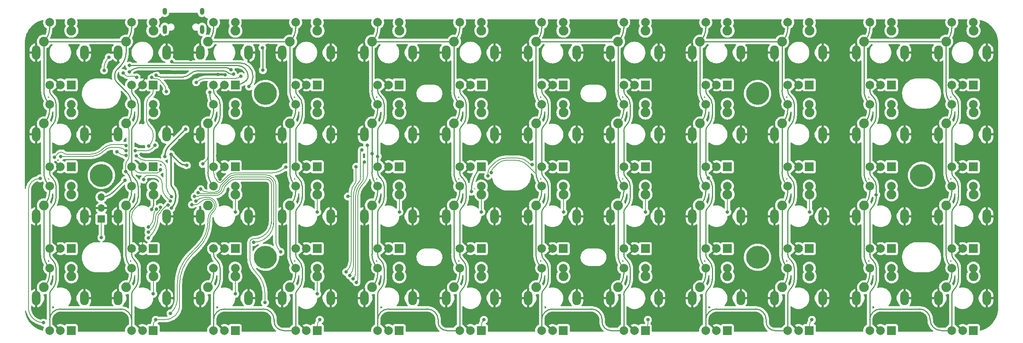
<source format=gbr>
%TF.GenerationSoftware,KiCad,Pcbnew,(6.0.1)*%
%TF.CreationDate,2022-03-25T00:59:22-04:00*%
%TF.ProjectId,OOPS-All-Knobs,4f4f5053-2d41-46c6-9c2d-4b6e6f62732e,rev?*%
%TF.SameCoordinates,Original*%
%TF.FileFunction,Copper,L1,Top*%
%TF.FilePolarity,Positive*%
%FSLAX46Y46*%
G04 Gerber Fmt 4.6, Leading zero omitted, Abs format (unit mm)*
G04 Created by KiCad (PCBNEW (6.0.1)) date 2022-03-25 00:59:22*
%MOMM*%
%LPD*%
G01*
G04 APERTURE LIST*
G04 Aperture macros list*
%AMRoundRect*
0 Rectangle with rounded corners*
0 $1 Rounding radius*
0 $2 $3 $4 $5 $6 $7 $8 $9 X,Y pos of 4 corners*
0 Add a 4 corners polygon primitive as box body*
4,1,4,$2,$3,$4,$5,$6,$7,$8,$9,$2,$3,0*
0 Add four circle primitives for the rounded corners*
1,1,$1+$1,$2,$3*
1,1,$1+$1,$4,$5*
1,1,$1+$1,$6,$7*
1,1,$1+$1,$8,$9*
0 Add four rect primitives between the rounded corners*
20,1,$1+$1,$2,$3,$4,$5,0*
20,1,$1+$1,$4,$5,$6,$7,0*
20,1,$1+$1,$6,$7,$8,$9,0*
20,1,$1+$1,$8,$9,$2,$3,0*%
G04 Aperture macros list end*
%TA.AperFunction,ComponentPad*%
%ADD10C,2.250000*%
%TD*%
%TA.AperFunction,WasherPad*%
%ADD11C,5.300000*%
%TD*%
%TA.AperFunction,ComponentPad*%
%ADD12R,1.700000X1.700000*%
%TD*%
%TA.AperFunction,ComponentPad*%
%ADD13O,1.700000X1.700000*%
%TD*%
%TA.AperFunction,ComponentPad*%
%ADD14R,2.000000X2.000000*%
%TD*%
%TA.AperFunction,ComponentPad*%
%ADD15C,2.000000*%
%TD*%
%TA.AperFunction,ComponentPad*%
%ADD16RoundRect,1.000000X0.000000X-0.650000X0.000000X0.650000X0.000000X0.650000X0.000000X-0.650000X0*%
%TD*%
%TA.AperFunction,ComponentPad*%
%ADD17O,1.000000X2.100000*%
%TD*%
%TA.AperFunction,ComponentPad*%
%ADD18O,1.000000X1.600000*%
%TD*%
%TA.AperFunction,ViaPad*%
%ADD19C,0.800000*%
%TD*%
%TA.AperFunction,ViaPad*%
%ADD20C,0.600000*%
%TD*%
%TA.AperFunction,Conductor*%
%ADD21C,0.250000*%
%TD*%
%TA.AperFunction,Conductor*%
%ADD22C,0.200000*%
%TD*%
%TA.AperFunction,Conductor*%
%ADD23C,0.350000*%
%TD*%
G04 APERTURE END LIST*
D10*
%TO.P,MX41,1,A*%
%TO.N,SWC2*%
X106190000Y-82460000D03*
%TO.P,MX41,2,B*%
%TO.N,Net-(D41-Pad2)*%
X112540000Y-79920000D03*
%TD*%
%TO.P,MX2,1,A*%
%TO.N,SWC0*%
X49190000Y-25460000D03*
%TO.P,MX2,2,B*%
%TO.N,Net-(D2-Pad2)*%
X55540000Y-22920000D03*
%TD*%
%TO.P,MX4,1,A*%
%TO.N,SWC1*%
X87190000Y-25460000D03*
%TO.P,MX4,2,B*%
%TO.N,Net-(D4-Pad2)*%
X93540000Y-22920000D03*
%TD*%
%TO.P,MX22,1,A*%
%TO.N,SWC4*%
X201190000Y-44460000D03*
%TO.P,MX22,2,B*%
%TO.N,Net-(D22-Pad2)*%
X207540000Y-41920000D03*
%TD*%
%TO.P,MX42,1,A*%
%TO.N,SWC2*%
X125190000Y-82460000D03*
%TO.P,MX42,2,B*%
%TO.N,Net-(D42-Pad2)*%
X131540000Y-79920000D03*
%TD*%
%TO.P,MX32,1,A*%
%TO.N,SWC3*%
X163190000Y-63460000D03*
%TO.P,MX32,2,B*%
%TO.N,Net-(D32-Pad2)*%
X169540000Y-60920000D03*
%TD*%
%TO.P,MX39,1,A*%
%TO.N,SWC1*%
X68190000Y-82460000D03*
%TO.P,MX39,2,B*%
%TO.N,Net-(D39-Pad2)*%
X74540000Y-79920000D03*
%TD*%
%TO.P,MX20,1,A*%
%TO.N,SWC3*%
X163190000Y-44460000D03*
%TO.P,MX20,2,B*%
%TO.N,Net-(D20-Pad2)*%
X169540000Y-41920000D03*
%TD*%
%TO.P,MX23,1,A*%
%TO.N,SWC5*%
X220190000Y-44460000D03*
%TO.P,MX23,2,B*%
%TO.N,Net-(D23-Pad2)*%
X226540000Y-41920000D03*
%TD*%
%TO.P,MX48,1,A*%
%TO.N,SWC5*%
X239190000Y-82460000D03*
%TO.P,MX48,2,B*%
%TO.N,Net-(D48-Pad2)*%
X245540000Y-79920000D03*
%TD*%
%TO.P,MX24,1,A*%
%TO.N,SWC5*%
X239190000Y-44460000D03*
%TO.P,MX24,2,B*%
%TO.N,Net-(D24-Pad2)*%
X245540000Y-41920000D03*
%TD*%
%TO.P,MX18,1,A*%
%TO.N,SWC2*%
X125190000Y-44460000D03*
%TO.P,MX18,2,B*%
%TO.N,Net-(D18-Pad2)*%
X131540000Y-41920000D03*
%TD*%
%TO.P,MX9,1,A*%
%TO.N,SWC4*%
X182190000Y-25460000D03*
%TO.P,MX9,2,B*%
%TO.N,Net-(D9-Pad2)*%
X188540000Y-22920000D03*
%TD*%
%TO.P,MX30,1,A*%
%TO.N,SWC2*%
X125190000Y-63460000D03*
%TO.P,MX30,2,B*%
%TO.N,Net-(D30-Pad2)*%
X131540000Y-60920000D03*
%TD*%
%TO.P,MX35,1,A*%
%TO.N,SWC5*%
X220190000Y-63460000D03*
%TO.P,MX35,2,B*%
%TO.N,Net-(D35-Pad2)*%
X226540000Y-60920000D03*
%TD*%
%TO.P,MX27,1,A*%
%TO.N,SWC1*%
X68190000Y-63460000D03*
%TO.P,MX27,2,B*%
%TO.N,Net-(D27-Pad2)*%
X74540000Y-60920000D03*
%TD*%
%TO.P,MX6,1,A*%
%TO.N,SWC2*%
X125190000Y-25460000D03*
%TO.P,MX6,2,B*%
%TO.N,Net-(D6-Pad2)*%
X131540000Y-22920000D03*
%TD*%
D11*
%TO.P,PCB1,*%
%TO.N,*%
X233500000Y-56500000D03*
X43500000Y-56500000D03*
X81500000Y-37500000D03*
X195500000Y-37500000D03*
X195500000Y-75500000D03*
X81500000Y-75500000D03*
%TD*%
D10*
%TO.P,MX47,1,A*%
%TO.N,SWC5*%
X220190000Y-82460000D03*
%TO.P,MX47,2,B*%
%TO.N,Net-(D47-Pad2)*%
X226540000Y-79920000D03*
%TD*%
%TO.P,MX17,1,A*%
%TO.N,SWC2*%
X106190000Y-44460000D03*
%TO.P,MX17,2,B*%
%TO.N,Net-(D17-Pad2)*%
X112540000Y-41920000D03*
%TD*%
D12*
%TO.P,J2,1,Pin_1*%
%TO.N,SWCLK*%
X43500000Y-66625000D03*
D13*
%TO.P,J2,2,Pin_2*%
%TO.N,GND*%
X43500000Y-64085000D03*
%TO.P,J2,3,Pin_3*%
%TO.N,SWDIO*%
X43500000Y-61545000D03*
%TD*%
D10*
%TO.P,MX14,1,A*%
%TO.N,SWC0*%
X49190000Y-44460000D03*
%TO.P,MX14,2,B*%
%TO.N,Net-(D14-Pad2)*%
X55540000Y-41920000D03*
%TD*%
%TO.P,MX1,1,A*%
%TO.N,SWC0*%
X30190000Y-25460000D03*
%TO.P,MX1,2,B*%
%TO.N,Net-(D1-Pad2)*%
X36540000Y-22920000D03*
%TD*%
%TO.P,MX46,1,A*%
%TO.N,SWC4*%
X201190000Y-82460000D03*
%TO.P,MX46,2,B*%
%TO.N,Net-(D46-Pad2)*%
X207540000Y-79920000D03*
%TD*%
%TO.P,MX21,1,A*%
%TO.N,SWC4*%
X182190000Y-44460000D03*
%TO.P,MX21,2,B*%
%TO.N,Net-(D21-Pad2)*%
X188540000Y-41920000D03*
%TD*%
%TO.P,MX26,1,A*%
%TO.N,SWC0*%
X49190000Y-63460000D03*
%TO.P,MX26,2,B*%
%TO.N,Net-(D26-Pad2)*%
X55540000Y-60920000D03*
%TD*%
%TO.P,MX8,1,A*%
%TO.N,SWC3*%
X163190000Y-25460000D03*
%TO.P,MX8,2,B*%
%TO.N,Net-(D8-Pad2)*%
X169540000Y-22920000D03*
%TD*%
%TO.P,MX16,1,A*%
%TO.N,SWC1*%
X87190000Y-44460000D03*
%TO.P,MX16,2,B*%
%TO.N,Net-(D16-Pad2)*%
X93540000Y-41920000D03*
%TD*%
%TO.P,MX11,1,A*%
%TO.N,SWC5*%
X220190000Y-25460000D03*
%TO.P,MX11,2,B*%
%TO.N,Net-(D11-Pad2)*%
X226540000Y-22920000D03*
%TD*%
%TO.P,MX12,1,A*%
%TO.N,SWC5*%
X239190000Y-25460000D03*
%TO.P,MX12,2,B*%
%TO.N,Net-(D12-Pad2)*%
X245540000Y-22920000D03*
%TD*%
%TO.P,MX33,1,A*%
%TO.N,SWC4*%
X182190000Y-63460000D03*
%TO.P,MX33,2,B*%
%TO.N,Net-(D33-Pad2)*%
X188540000Y-60920000D03*
%TD*%
%TO.P,MX31,1,A*%
%TO.N,SWC3*%
X144190000Y-63460000D03*
%TO.P,MX31,2,B*%
%TO.N,Net-(D31-Pad2)*%
X150540000Y-60920000D03*
%TD*%
%TO.P,MX38,1,A*%
%TO.N,SWC0*%
X49190000Y-82460000D03*
%TO.P,MX38,2,B*%
%TO.N,Net-(D38-Pad2)*%
X55540000Y-79920000D03*
%TD*%
%TO.P,MX36,1,A*%
%TO.N,SWC5*%
X239190000Y-63460000D03*
%TO.P,MX36,2,B*%
%TO.N,Net-(D36-Pad2)*%
X245540000Y-60920000D03*
%TD*%
%TO.P,MX15,1,A*%
%TO.N,SWC1*%
X68190000Y-44460000D03*
%TO.P,MX15,2,B*%
%TO.N,Net-(D15-Pad2)*%
X74540000Y-41920000D03*
%TD*%
%TO.P,MX37,1,A*%
%TO.N,SWC0*%
X30190000Y-82460000D03*
%TO.P,MX37,2,B*%
%TO.N,Net-(D37-Pad2)*%
X36540000Y-79920000D03*
%TD*%
%TO.P,MX3,1,A*%
%TO.N,SWC1*%
X68190000Y-25460000D03*
%TO.P,MX3,2,B*%
%TO.N,Net-(D3-Pad2)*%
X74540000Y-22920000D03*
%TD*%
%TO.P,MX34,1,A*%
%TO.N,SWC4*%
X201190000Y-63460000D03*
%TO.P,MX34,2,B*%
%TO.N,Net-(D34-Pad2)*%
X207540000Y-60920000D03*
%TD*%
%TO.P,MX19,1,A*%
%TO.N,SWC3*%
X144190000Y-44460000D03*
%TO.P,MX19,2,B*%
%TO.N,Net-(D19-Pad2)*%
X150540000Y-41920000D03*
%TD*%
%TO.P,MX13,1,A*%
%TO.N,SWC0*%
X30190000Y-44460000D03*
%TO.P,MX13,2,B*%
%TO.N,Net-(D13-Pad2)*%
X36540000Y-41920000D03*
%TD*%
%TO.P,MX5,1,A*%
%TO.N,SWC2*%
X106190000Y-25460000D03*
%TO.P,MX5,2,B*%
%TO.N,Net-(D5-Pad2)*%
X112540000Y-22920000D03*
%TD*%
%TO.P,MX40,1,A*%
%TO.N,SWC1*%
X87190000Y-82460000D03*
%TO.P,MX40,2,B*%
%TO.N,Net-(D40-Pad2)*%
X93540000Y-79920000D03*
%TD*%
%TO.P,MX28,1,A*%
%TO.N,SWC1*%
X87190000Y-63460000D03*
%TO.P,MX28,2,B*%
%TO.N,Net-(D28-Pad2)*%
X93540000Y-60920000D03*
%TD*%
%TO.P,MX45,1,A*%
%TO.N,SWC4*%
X182190000Y-82460000D03*
%TO.P,MX45,2,B*%
%TO.N,Net-(D45-Pad2)*%
X188540000Y-79920000D03*
%TD*%
%TO.P,MX29,1,A*%
%TO.N,SWC2*%
X106190000Y-63460000D03*
%TO.P,MX29,2,B*%
%TO.N,Net-(D29-Pad2)*%
X112540000Y-60920000D03*
%TD*%
%TO.P,MX25,1,A*%
%TO.N,SWC0*%
X30190000Y-63460000D03*
%TO.P,MX25,2,B*%
%TO.N,Net-(D25-Pad2)*%
X36540000Y-60920000D03*
%TD*%
%TO.P,MX43,1,A*%
%TO.N,SWC3*%
X144190000Y-82460000D03*
%TO.P,MX43,2,B*%
%TO.N,Net-(D43-Pad2)*%
X150540000Y-79920000D03*
%TD*%
%TO.P,MX44,1,A*%
%TO.N,SWC3*%
X163190000Y-82460000D03*
%TO.P,MX44,2,B*%
%TO.N,Net-(D44-Pad2)*%
X169540000Y-79920000D03*
%TD*%
%TO.P,MX10,1,A*%
%TO.N,SWC4*%
X201190000Y-25460000D03*
%TO.P,MX10,2,B*%
%TO.N,Net-(D10-Pad2)*%
X207540000Y-22920000D03*
%TD*%
%TO.P,MX7,1,A*%
%TO.N,SWC3*%
X144190000Y-25460000D03*
%TO.P,MX7,2,B*%
%TO.N,Net-(D7-Pad2)*%
X150540000Y-22920000D03*
%TD*%
D14*
%TO.P,ENC36,A,A*%
%TO.N,ENR5*%
X245500000Y-73500000D03*
D15*
%TO.P,ENC36,B,B*%
%TO.N,REC5*%
X240500000Y-73500000D03*
%TO.P,ENC36,C,C*%
%TO.N,GND*%
X243000000Y-73500000D03*
D16*
X248600000Y-66000000D03*
X237400000Y-66000000D03*
D15*
%TO.P,ENC36,S1,S1*%
%TO.N,SWC5*%
X240500000Y-59000000D03*
%TO.P,ENC36,S2,S2*%
%TO.N,Net-(D36-Pad2)*%
X245500000Y-59000000D03*
%TD*%
D14*
%TO.P,ENC33,A,A*%
%TO.N,ENR4*%
X188500000Y-73500000D03*
D15*
%TO.P,ENC33,B,B*%
%TO.N,REC4*%
X183500000Y-73500000D03*
%TO.P,ENC33,C,C*%
%TO.N,GND*%
X186000000Y-73500000D03*
D16*
X191600000Y-66000000D03*
X180400000Y-66000000D03*
D15*
%TO.P,ENC33,S1,S1*%
%TO.N,SWC4*%
X183500000Y-59000000D03*
%TO.P,ENC33,S2,S2*%
%TO.N,Net-(D33-Pad2)*%
X188500000Y-59000000D03*
%TD*%
D14*
%TO.P,ENC11,A,A*%
%TO.N,ENR0*%
X226500000Y-35500000D03*
D15*
%TO.P,ENC11,B,B*%
%TO.N,REC5*%
X221500000Y-35500000D03*
D16*
%TO.P,ENC11,C,C*%
%TO.N,GND*%
X218400000Y-28000000D03*
D15*
X224000000Y-35500000D03*
D16*
X229600000Y-28000000D03*
D15*
%TO.P,ENC11,S1,S1*%
%TO.N,SWC5*%
X221500000Y-21000000D03*
%TO.P,ENC11,S2,S2*%
%TO.N,Net-(D11-Pad2)*%
X226500000Y-21000000D03*
%TD*%
D14*
%TO.P,ENC12,A,A*%
%TO.N,ENR1*%
X245500000Y-35500000D03*
D15*
%TO.P,ENC12,B,B*%
%TO.N,REC5*%
X240500000Y-35500000D03*
D16*
%TO.P,ENC12,C,C*%
%TO.N,GND*%
X248600000Y-28000000D03*
D15*
X243000000Y-35500000D03*
D16*
X237400000Y-28000000D03*
D15*
%TO.P,ENC12,S1,S1*%
%TO.N,SWC5*%
X240500000Y-21000000D03*
%TO.P,ENC12,S2,S2*%
%TO.N,Net-(D12-Pad2)*%
X245500000Y-21000000D03*
%TD*%
D14*
%TO.P,ENC37,A,A*%
%TO.N,ENR6*%
X36500000Y-92500000D03*
D15*
%TO.P,ENC37,B,B*%
%TO.N,REC0*%
X31500000Y-92500000D03*
%TO.P,ENC37,C,C*%
%TO.N,GND*%
X34000000Y-92500000D03*
D16*
X28400000Y-85000000D03*
X39600000Y-85000000D03*
D15*
%TO.P,ENC37,S1,S1*%
%TO.N,SWC0*%
X31500000Y-78000000D03*
%TO.P,ENC37,S2,S2*%
%TO.N,Net-(D37-Pad2)*%
X36500000Y-78000000D03*
%TD*%
D14*
%TO.P,ENC15,A,A*%
%TO.N,ENR2*%
X74500000Y-54500000D03*
D15*
%TO.P,ENC15,B,B*%
%TO.N,REC1*%
X69500000Y-54500000D03*
D16*
%TO.P,ENC15,C,C*%
%TO.N,GND*%
X77600000Y-47000000D03*
X66400000Y-47000000D03*
D15*
X72000000Y-54500000D03*
%TO.P,ENC15,S1,S1*%
%TO.N,SWC1*%
X69500000Y-40000000D03*
%TO.P,ENC15,S2,S2*%
%TO.N,Net-(D15-Pad2)*%
X74500000Y-40000000D03*
%TD*%
D14*
%TO.P,ENC8,A,A*%
%TO.N,ENR1*%
X169500000Y-35500000D03*
D15*
%TO.P,ENC8,B,B*%
%TO.N,REC3*%
X164500000Y-35500000D03*
%TO.P,ENC8,C,C*%
%TO.N,GND*%
X167000000Y-35500000D03*
D16*
X161400000Y-28000000D03*
X172600000Y-28000000D03*
D15*
%TO.P,ENC8,S1,S1*%
%TO.N,SWC3*%
X164500000Y-21000000D03*
%TO.P,ENC8,S2,S2*%
%TO.N,Net-(D8-Pad2)*%
X169500000Y-21000000D03*
%TD*%
D14*
%TO.P,ENC41,A,A*%
%TO.N,ENR6*%
X112500000Y-92500000D03*
D15*
%TO.P,ENC41,B,B*%
%TO.N,REC2*%
X107500000Y-92500000D03*
D16*
%TO.P,ENC41,C,C*%
%TO.N,GND*%
X115600000Y-85000000D03*
D15*
X110000000Y-92500000D03*
D16*
X104400000Y-85000000D03*
D15*
%TO.P,ENC41,S1,S1*%
%TO.N,SWC2*%
X107500000Y-78000000D03*
%TO.P,ENC41,S2,S2*%
%TO.N,Net-(D41-Pad2)*%
X112500000Y-78000000D03*
%TD*%
D14*
%TO.P,ENC17,A,A*%
%TO.N,ENR2*%
X112500000Y-54500000D03*
D15*
%TO.P,ENC17,B,B*%
%TO.N,REC2*%
X107500000Y-54500000D03*
D16*
%TO.P,ENC17,C,C*%
%TO.N,GND*%
X104400000Y-47000000D03*
D15*
X110000000Y-54500000D03*
D16*
X115600000Y-47000000D03*
D15*
%TO.P,ENC17,S1,S1*%
%TO.N,SWC2*%
X107500000Y-40000000D03*
%TO.P,ENC17,S2,S2*%
%TO.N,Net-(D17-Pad2)*%
X112500000Y-40000000D03*
%TD*%
D14*
%TO.P,ENC2,A,A*%
%TO.N,ENR1*%
X55500000Y-35500000D03*
D15*
%TO.P,ENC2,B,B*%
%TO.N,REC0*%
X50500000Y-35500000D03*
D16*
%TO.P,ENC2,C,C*%
%TO.N,GND*%
X58600000Y-28000000D03*
X47400000Y-28000000D03*
D15*
X53000000Y-35500000D03*
%TO.P,ENC2,S1,S1*%
%TO.N,SWC0*%
X50500000Y-21000000D03*
%TO.P,ENC2,S2,S2*%
%TO.N,Net-(D2-Pad2)*%
X55500000Y-21000000D03*
%TD*%
D14*
%TO.P,ENC47,A,A*%
%TO.N,ENR6*%
X226500000Y-92500000D03*
D15*
%TO.P,ENC47,B,B*%
%TO.N,REC5*%
X221500000Y-92500000D03*
D16*
%TO.P,ENC47,C,C*%
%TO.N,GND*%
X229600000Y-85000000D03*
X218400000Y-85000000D03*
D15*
X224000000Y-92500000D03*
%TO.P,ENC47,S1,S1*%
%TO.N,SWC5*%
X221500000Y-78000000D03*
%TO.P,ENC47,S2,S2*%
%TO.N,Net-(D47-Pad2)*%
X226500000Y-78000000D03*
%TD*%
D14*
%TO.P,ENC42,A,A*%
%TO.N,ENR7*%
X131500000Y-92500000D03*
D15*
%TO.P,ENC42,B,B*%
%TO.N,REC2*%
X126500000Y-92500000D03*
%TO.P,ENC42,C,C*%
%TO.N,GND*%
X129000000Y-92500000D03*
D16*
X123400000Y-85000000D03*
X134600000Y-85000000D03*
D15*
%TO.P,ENC42,S1,S1*%
%TO.N,SWC2*%
X126500000Y-78000000D03*
%TO.P,ENC42,S2,S2*%
%TO.N,Net-(D42-Pad2)*%
X131500000Y-78000000D03*
%TD*%
D14*
%TO.P,ENC25,A,A*%
%TO.N,ENR4*%
X36500000Y-73500000D03*
D15*
%TO.P,ENC25,B,B*%
%TO.N,REC0*%
X31500000Y-73500000D03*
%TO.P,ENC25,C,C*%
%TO.N,GND*%
X34000000Y-73500000D03*
D16*
X28400000Y-66000000D03*
X39600000Y-66000000D03*
D15*
%TO.P,ENC25,S1,S1*%
%TO.N,SWC0*%
X31500000Y-59000000D03*
%TO.P,ENC25,S2,S2*%
%TO.N,Net-(D25-Pad2)*%
X36500000Y-59000000D03*
%TD*%
D14*
%TO.P,ENC45,A,A*%
%TO.N,ENR6*%
X188500000Y-92500000D03*
D15*
%TO.P,ENC45,B,B*%
%TO.N,REC4*%
X183500000Y-92500000D03*
%TO.P,ENC45,C,C*%
%TO.N,GND*%
X186000000Y-92500000D03*
D16*
X180400000Y-85000000D03*
X191600000Y-85000000D03*
D15*
%TO.P,ENC45,S1,S1*%
%TO.N,SWC4*%
X183500000Y-78000000D03*
%TO.P,ENC45,S2,S2*%
%TO.N,Net-(D45-Pad2)*%
X188500000Y-78000000D03*
%TD*%
D14*
%TO.P,ENC3,A,A*%
%TO.N,ENR0*%
X74500000Y-35500000D03*
D15*
%TO.P,ENC3,B,B*%
%TO.N,REC1*%
X69500000Y-35500000D03*
D16*
%TO.P,ENC3,C,C*%
%TO.N,GND*%
X66400000Y-28000000D03*
D15*
X72000000Y-35500000D03*
D16*
X77600000Y-28000000D03*
D15*
%TO.P,ENC3,S1,S1*%
%TO.N,SWC1*%
X69500000Y-21000000D03*
%TO.P,ENC3,S2,S2*%
%TO.N,Net-(D3-Pad2)*%
X74500000Y-21000000D03*
%TD*%
D14*
%TO.P,ENC19,A,A*%
%TO.N,ENR2*%
X150500000Y-54500000D03*
D15*
%TO.P,ENC19,B,B*%
%TO.N,REC3*%
X145500000Y-54500000D03*
D16*
%TO.P,ENC19,C,C*%
%TO.N,GND*%
X142400000Y-47000000D03*
X153600000Y-47000000D03*
D15*
X148000000Y-54500000D03*
%TO.P,ENC19,S1,S1*%
%TO.N,SWC3*%
X145500000Y-40000000D03*
%TO.P,ENC19,S2,S2*%
%TO.N,Net-(D19-Pad2)*%
X150500000Y-40000000D03*
%TD*%
D14*
%TO.P,ENC32,A,A*%
%TO.N,ENR5*%
X169500000Y-73500000D03*
D15*
%TO.P,ENC32,B,B*%
%TO.N,REC3*%
X164500000Y-73500000D03*
D16*
%TO.P,ENC32,C,C*%
%TO.N,GND*%
X161400000Y-66000000D03*
X172600000Y-66000000D03*
D15*
X167000000Y-73500000D03*
%TO.P,ENC32,S1,S1*%
%TO.N,SWC3*%
X164500000Y-59000000D03*
%TO.P,ENC32,S2,S2*%
%TO.N,Net-(D32-Pad2)*%
X169500000Y-59000000D03*
%TD*%
D14*
%TO.P,ENC6,A,A*%
%TO.N,ENR1*%
X131500000Y-35500000D03*
D15*
%TO.P,ENC6,B,B*%
%TO.N,REC2*%
X126500000Y-35500000D03*
D16*
%TO.P,ENC6,C,C*%
%TO.N,GND*%
X123400000Y-28000000D03*
X134600000Y-28000000D03*
D15*
X129000000Y-35500000D03*
%TO.P,ENC6,S1,S1*%
%TO.N,SWC2*%
X126500000Y-21000000D03*
%TO.P,ENC6,S2,S2*%
%TO.N,Net-(D6-Pad2)*%
X131500000Y-21000000D03*
%TD*%
D14*
%TO.P,ENC39,A,A*%
%TO.N,ENR6*%
X74500000Y-92500000D03*
D15*
%TO.P,ENC39,B,B*%
%TO.N,REC1*%
X69500000Y-92500000D03*
%TO.P,ENC39,C,C*%
%TO.N,GND*%
X72000000Y-92500000D03*
D16*
X66400000Y-85000000D03*
X77600000Y-85000000D03*
D15*
%TO.P,ENC39,S1,S1*%
%TO.N,SWC1*%
X69500000Y-78000000D03*
%TO.P,ENC39,S2,S2*%
%TO.N,Net-(D39-Pad2)*%
X74500000Y-78000000D03*
%TD*%
D14*
%TO.P,ENC26,A,A*%
%TO.N,ENR5*%
X55500000Y-73500000D03*
D15*
%TO.P,ENC26,B,B*%
%TO.N,REC0*%
X50500000Y-73500000D03*
D16*
%TO.P,ENC26,C,C*%
%TO.N,GND*%
X58600000Y-66000000D03*
D15*
X53000000Y-73500000D03*
D16*
X47400000Y-66000000D03*
D15*
%TO.P,ENC26,S1,S1*%
%TO.N,SWC0*%
X50500000Y-59000000D03*
%TO.P,ENC26,S2,S2*%
%TO.N,Net-(D26-Pad2)*%
X55500000Y-59000000D03*
%TD*%
D17*
%TO.P,J1,S1,SHIELD*%
%TO.N,Net-(C3-Pad2)*%
X58180000Y-22630000D03*
D18*
X66820000Y-18450000D03*
X58180000Y-18450000D03*
D17*
X66820000Y-22630000D03*
%TD*%
D14*
%TO.P,ENC44,A,A*%
%TO.N,ENR7*%
X169500000Y-92500000D03*
D15*
%TO.P,ENC44,B,B*%
%TO.N,REC3*%
X164500000Y-92500000D03*
%TO.P,ENC44,C,C*%
%TO.N,GND*%
X167000000Y-92500000D03*
D16*
X161400000Y-85000000D03*
X172600000Y-85000000D03*
D15*
%TO.P,ENC44,S1,S1*%
%TO.N,SWC3*%
X164500000Y-78000000D03*
%TO.P,ENC44,S2,S2*%
%TO.N,Net-(D44-Pad2)*%
X169500000Y-78000000D03*
%TD*%
D14*
%TO.P,ENC22,A,A*%
%TO.N,ENR3*%
X207500000Y-54500000D03*
D15*
%TO.P,ENC22,B,B*%
%TO.N,REC4*%
X202500000Y-54500000D03*
D16*
%TO.P,ENC22,C,C*%
%TO.N,GND*%
X210600000Y-47000000D03*
D15*
X205000000Y-54500000D03*
D16*
X199400000Y-47000000D03*
D15*
%TO.P,ENC22,S1,S1*%
%TO.N,SWC4*%
X202500000Y-40000000D03*
%TO.P,ENC22,S2,S2*%
%TO.N,Net-(D22-Pad2)*%
X207500000Y-40000000D03*
%TD*%
D14*
%TO.P,ENC24,A,A*%
%TO.N,ENR3*%
X245500000Y-54500000D03*
D15*
%TO.P,ENC24,B,B*%
%TO.N,REC5*%
X240500000Y-54500000D03*
D16*
%TO.P,ENC24,C,C*%
%TO.N,GND*%
X237400000Y-47000000D03*
X248600000Y-47000000D03*
D15*
X243000000Y-54500000D03*
%TO.P,ENC24,S1,S1*%
%TO.N,SWC5*%
X240500000Y-40000000D03*
%TO.P,ENC24,S2,S2*%
%TO.N,Net-(D24-Pad2)*%
X245500000Y-40000000D03*
%TD*%
D14*
%TO.P,ENC46,A,A*%
%TO.N,ENR7*%
X207500000Y-92500000D03*
D15*
%TO.P,ENC46,B,B*%
%TO.N,REC4*%
X202500000Y-92500000D03*
D16*
%TO.P,ENC46,C,C*%
%TO.N,GND*%
X210600000Y-85000000D03*
D15*
X205000000Y-92500000D03*
D16*
X199400000Y-85000000D03*
D15*
%TO.P,ENC46,S1,S1*%
%TO.N,SWC4*%
X202500000Y-78000000D03*
%TO.P,ENC46,S2,S2*%
%TO.N,Net-(D46-Pad2)*%
X207500000Y-78000000D03*
%TD*%
D14*
%TO.P,ENC43,A,A*%
%TO.N,ENR6*%
X150500000Y-92500000D03*
D15*
%TO.P,ENC43,B,B*%
%TO.N,REC3*%
X145500000Y-92500000D03*
D16*
%TO.P,ENC43,C,C*%
%TO.N,GND*%
X153600000Y-85000000D03*
D15*
X148000000Y-92500000D03*
D16*
X142400000Y-85000000D03*
D15*
%TO.P,ENC43,S1,S1*%
%TO.N,SWC3*%
X145500000Y-78000000D03*
%TO.P,ENC43,S2,S2*%
%TO.N,Net-(D43-Pad2)*%
X150500000Y-78000000D03*
%TD*%
D14*
%TO.P,ENC20,A,A*%
%TO.N,ENR3*%
X169500000Y-54500000D03*
D15*
%TO.P,ENC20,B,B*%
%TO.N,REC3*%
X164500000Y-54500000D03*
D16*
%TO.P,ENC20,C,C*%
%TO.N,GND*%
X172600000Y-47000000D03*
D15*
X167000000Y-54500000D03*
D16*
X161400000Y-47000000D03*
D15*
%TO.P,ENC20,S1,S1*%
%TO.N,SWC3*%
X164500000Y-40000000D03*
%TO.P,ENC20,S2,S2*%
%TO.N,Net-(D20-Pad2)*%
X169500000Y-40000000D03*
%TD*%
D14*
%TO.P,ENC23,A,A*%
%TO.N,ENR2*%
X226500000Y-54500000D03*
D15*
%TO.P,ENC23,B,B*%
%TO.N,REC5*%
X221500000Y-54500000D03*
D16*
%TO.P,ENC23,C,C*%
%TO.N,GND*%
X229600000Y-47000000D03*
D15*
X224000000Y-54500000D03*
D16*
X218400000Y-47000000D03*
D15*
%TO.P,ENC23,S1,S1*%
%TO.N,SWC5*%
X221500000Y-40000000D03*
%TO.P,ENC23,S2,S2*%
%TO.N,Net-(D23-Pad2)*%
X226500000Y-40000000D03*
%TD*%
D14*
%TO.P,ENC18,A,A*%
%TO.N,ENR3*%
X131500000Y-54500000D03*
D15*
%TO.P,ENC18,B,B*%
%TO.N,REC2*%
X126500000Y-54500000D03*
D16*
%TO.P,ENC18,C,C*%
%TO.N,GND*%
X123400000Y-47000000D03*
D15*
X129000000Y-54500000D03*
D16*
X134600000Y-47000000D03*
D15*
%TO.P,ENC18,S1,S1*%
%TO.N,SWC2*%
X126500000Y-40000000D03*
%TO.P,ENC18,S2,S2*%
%TO.N,Net-(D18-Pad2)*%
X131500000Y-40000000D03*
%TD*%
D14*
%TO.P,ENC13,A,A*%
%TO.N,ENR2*%
X36500000Y-54500000D03*
D15*
%TO.P,ENC13,B,B*%
%TO.N,REC0*%
X31500000Y-54500000D03*
D16*
%TO.P,ENC13,C,C*%
%TO.N,GND*%
X39600000Y-47000000D03*
X28400000Y-47000000D03*
D15*
X34000000Y-54500000D03*
%TO.P,ENC13,S1,S1*%
%TO.N,SWC0*%
X31500000Y-40000000D03*
%TO.P,ENC13,S2,S2*%
%TO.N,Net-(D13-Pad2)*%
X36500000Y-40000000D03*
%TD*%
D14*
%TO.P,ENC30,A,A*%
%TO.N,ENR5*%
X131500000Y-73500000D03*
D15*
%TO.P,ENC30,B,B*%
%TO.N,REC2*%
X126500000Y-73500000D03*
%TO.P,ENC30,C,C*%
%TO.N,GND*%
X129000000Y-73500000D03*
D16*
X134600000Y-66000000D03*
X123400000Y-66000000D03*
D15*
%TO.P,ENC30,S1,S1*%
%TO.N,SWC2*%
X126500000Y-59000000D03*
%TO.P,ENC30,S2,S2*%
%TO.N,Net-(D30-Pad2)*%
X131500000Y-59000000D03*
%TD*%
D14*
%TO.P,ENC29,A,A*%
%TO.N,ENR4*%
X112500000Y-73500000D03*
D15*
%TO.P,ENC29,B,B*%
%TO.N,REC2*%
X107500000Y-73500000D03*
D16*
%TO.P,ENC29,C,C*%
%TO.N,GND*%
X104400000Y-66000000D03*
X115600000Y-66000000D03*
D15*
X110000000Y-73500000D03*
%TO.P,ENC29,S1,S1*%
%TO.N,SWC2*%
X107500000Y-59000000D03*
%TO.P,ENC29,S2,S2*%
%TO.N,Net-(D29-Pad2)*%
X112500000Y-59000000D03*
%TD*%
D14*
%TO.P,ENC4,A,A*%
%TO.N,ENR1*%
X93500000Y-35500000D03*
D15*
%TO.P,ENC4,B,B*%
%TO.N,REC1*%
X88500000Y-35500000D03*
D16*
%TO.P,ENC4,C,C*%
%TO.N,GND*%
X96600000Y-28000000D03*
X85400000Y-28000000D03*
D15*
X91000000Y-35500000D03*
%TO.P,ENC4,S1,S1*%
%TO.N,SWC1*%
X88500000Y-21000000D03*
%TO.P,ENC4,S2,S2*%
%TO.N,Net-(D4-Pad2)*%
X93500000Y-21000000D03*
%TD*%
D14*
%TO.P,ENC1,A,A*%
%TO.N,ENR0*%
X36500000Y-35500000D03*
D15*
%TO.P,ENC1,B,B*%
%TO.N,REC0*%
X31500000Y-35500000D03*
D16*
%TO.P,ENC1,C,C*%
%TO.N,GND*%
X28400000Y-28000000D03*
D15*
X34000000Y-35500000D03*
D16*
X39600000Y-28000000D03*
D15*
%TO.P,ENC1,S1,S1*%
%TO.N,SWC0*%
X31500000Y-21000000D03*
%TO.P,ENC1,S2,S2*%
%TO.N,Net-(D1-Pad2)*%
X36500000Y-21000000D03*
%TD*%
D14*
%TO.P,ENC21,A,A*%
%TO.N,ENR2*%
X188500000Y-54500000D03*
D15*
%TO.P,ENC21,B,B*%
%TO.N,REC4*%
X183500000Y-54500000D03*
D16*
%TO.P,ENC21,C,C*%
%TO.N,GND*%
X180400000Y-47000000D03*
D15*
X186000000Y-54500000D03*
D16*
X191600000Y-47000000D03*
D15*
%TO.P,ENC21,S1,S1*%
%TO.N,SWC4*%
X183500000Y-40000000D03*
%TO.P,ENC21,S2,S2*%
%TO.N,Net-(D21-Pad2)*%
X188500000Y-40000000D03*
%TD*%
D14*
%TO.P,ENC9,A,A*%
%TO.N,ENR0*%
X188500000Y-35500000D03*
D15*
%TO.P,ENC9,B,B*%
%TO.N,REC4*%
X183500000Y-35500000D03*
D16*
%TO.P,ENC9,C,C*%
%TO.N,GND*%
X191600000Y-28000000D03*
D15*
X186000000Y-35500000D03*
D16*
X180400000Y-28000000D03*
D15*
%TO.P,ENC9,S1,S1*%
%TO.N,SWC4*%
X183500000Y-21000000D03*
%TO.P,ENC9,S2,S2*%
%TO.N,Net-(D9-Pad2)*%
X188500000Y-21000000D03*
%TD*%
D14*
%TO.P,ENC34,A,A*%
%TO.N,ENR5*%
X207500000Y-73500000D03*
D15*
%TO.P,ENC34,B,B*%
%TO.N,REC4*%
X202500000Y-73500000D03*
D16*
%TO.P,ENC34,C,C*%
%TO.N,GND*%
X199400000Y-66000000D03*
D15*
X205000000Y-73500000D03*
D16*
X210600000Y-66000000D03*
D15*
%TO.P,ENC34,S1,S1*%
%TO.N,SWC4*%
X202500000Y-59000000D03*
%TO.P,ENC34,S2,S2*%
%TO.N,Net-(D34-Pad2)*%
X207500000Y-59000000D03*
%TD*%
D14*
%TO.P,ENC7,A,A*%
%TO.N,ENR0*%
X150500000Y-35500000D03*
D15*
%TO.P,ENC7,B,B*%
%TO.N,REC3*%
X145500000Y-35500000D03*
%TO.P,ENC7,C,C*%
%TO.N,GND*%
X148000000Y-35500000D03*
D16*
X142400000Y-28000000D03*
X153600000Y-28000000D03*
D15*
%TO.P,ENC7,S1,S1*%
%TO.N,SWC3*%
X145500000Y-21000000D03*
%TO.P,ENC7,S2,S2*%
%TO.N,Net-(D7-Pad2)*%
X150500000Y-21000000D03*
%TD*%
D14*
%TO.P,ENC5,A,A*%
%TO.N,ENR0*%
X112500000Y-35500000D03*
D15*
%TO.P,ENC5,B,B*%
%TO.N,REC2*%
X107500000Y-35500000D03*
D16*
%TO.P,ENC5,C,C*%
%TO.N,GND*%
X115600000Y-28000000D03*
X104400000Y-28000000D03*
D15*
X110000000Y-35500000D03*
%TO.P,ENC5,S1,S1*%
%TO.N,SWC2*%
X107500000Y-21000000D03*
%TO.P,ENC5,S2,S2*%
%TO.N,Net-(D5-Pad2)*%
X112500000Y-21000000D03*
%TD*%
D14*
%TO.P,ENC48,A,A*%
%TO.N,ENR7*%
X245500000Y-92500000D03*
D15*
%TO.P,ENC48,B,B*%
%TO.N,REC5*%
X240500000Y-92500000D03*
%TO.P,ENC48,C,C*%
%TO.N,GND*%
X243000000Y-92500000D03*
D16*
X248600000Y-85000000D03*
X237400000Y-85000000D03*
D15*
%TO.P,ENC48,S1,S1*%
%TO.N,SWC5*%
X240500000Y-78000000D03*
%TO.P,ENC48,S2,S2*%
%TO.N,Net-(D48-Pad2)*%
X245500000Y-78000000D03*
%TD*%
D14*
%TO.P,ENC38,A,A*%
%TO.N,ENR7*%
X55500000Y-92500000D03*
D15*
%TO.P,ENC38,B,B*%
%TO.N,REC0*%
X50500000Y-92500000D03*
D16*
%TO.P,ENC38,C,C*%
%TO.N,GND*%
X58600000Y-85000000D03*
D15*
X53000000Y-92500000D03*
D16*
X47400000Y-85000000D03*
D15*
%TO.P,ENC38,S1,S1*%
%TO.N,SWC0*%
X50500000Y-78000000D03*
%TO.P,ENC38,S2,S2*%
%TO.N,Net-(D38-Pad2)*%
X55500000Y-78000000D03*
%TD*%
D14*
%TO.P,ENC40,A,A*%
%TO.N,ENR7*%
X93500000Y-92500000D03*
D15*
%TO.P,ENC40,B,B*%
%TO.N,REC1*%
X88500000Y-92500000D03*
%TO.P,ENC40,C,C*%
%TO.N,GND*%
X91000000Y-92500000D03*
D16*
X96600000Y-85000000D03*
X85400000Y-85000000D03*
D15*
%TO.P,ENC40,S1,S1*%
%TO.N,SWC1*%
X88500000Y-78000000D03*
%TO.P,ENC40,S2,S2*%
%TO.N,Net-(D40-Pad2)*%
X93500000Y-78000000D03*
%TD*%
D14*
%TO.P,ENC14,A,A*%
%TO.N,ENR3*%
X55500000Y-54500000D03*
D15*
%TO.P,ENC14,B,B*%
%TO.N,REC0*%
X50500000Y-54500000D03*
D16*
%TO.P,ENC14,C,C*%
%TO.N,GND*%
X58600000Y-47000000D03*
X47400000Y-47000000D03*
D15*
X53000000Y-54500000D03*
%TO.P,ENC14,S1,S1*%
%TO.N,SWC0*%
X50500000Y-40000000D03*
%TO.P,ENC14,S2,S2*%
%TO.N,Net-(D14-Pad2)*%
X55500000Y-40000000D03*
%TD*%
D14*
%TO.P,ENC28,A,A*%
%TO.N,ENR5*%
X93500000Y-73500000D03*
D15*
%TO.P,ENC28,B,B*%
%TO.N,REC1*%
X88500000Y-73500000D03*
D16*
%TO.P,ENC28,C,C*%
%TO.N,GND*%
X96600000Y-66000000D03*
X85400000Y-66000000D03*
D15*
X91000000Y-73500000D03*
%TO.P,ENC28,S1,S1*%
%TO.N,SWC1*%
X88500000Y-59000000D03*
%TO.P,ENC28,S2,S2*%
%TO.N,Net-(D28-Pad2)*%
X93500000Y-59000000D03*
%TD*%
D14*
%TO.P,ENC31,A,A*%
%TO.N,ENR4*%
X150500000Y-73500000D03*
D15*
%TO.P,ENC31,B,B*%
%TO.N,REC3*%
X145500000Y-73500000D03*
%TO.P,ENC31,C,C*%
%TO.N,GND*%
X148000000Y-73500000D03*
D16*
X142400000Y-66000000D03*
X153600000Y-66000000D03*
D15*
%TO.P,ENC31,S1,S1*%
%TO.N,SWC3*%
X145500000Y-59000000D03*
%TO.P,ENC31,S2,S2*%
%TO.N,Net-(D31-Pad2)*%
X150500000Y-59000000D03*
%TD*%
D14*
%TO.P,ENC27,A,A*%
%TO.N,ENR4*%
X74500000Y-73500000D03*
D15*
%TO.P,ENC27,B,B*%
%TO.N,REC1*%
X69500000Y-73500000D03*
D16*
%TO.P,ENC27,C,C*%
%TO.N,GND*%
X66400000Y-66000000D03*
X77600000Y-66000000D03*
D15*
X72000000Y-73500000D03*
%TO.P,ENC27,S1,S1*%
%TO.N,SWC1*%
X69500000Y-59000000D03*
%TO.P,ENC27,S2,S2*%
%TO.N,Net-(D27-Pad2)*%
X74500000Y-59000000D03*
%TD*%
D14*
%TO.P,ENC35,A,A*%
%TO.N,ENR4*%
X226500000Y-73500000D03*
D15*
%TO.P,ENC35,B,B*%
%TO.N,REC5*%
X221500000Y-73500000D03*
D16*
%TO.P,ENC35,C,C*%
%TO.N,GND*%
X218400000Y-66000000D03*
X229600000Y-66000000D03*
D15*
X224000000Y-73500000D03*
%TO.P,ENC35,S1,S1*%
%TO.N,SWC5*%
X221500000Y-59000000D03*
%TO.P,ENC35,S2,S2*%
%TO.N,Net-(D35-Pad2)*%
X226500000Y-59000000D03*
%TD*%
D14*
%TO.P,ENC10,A,A*%
%TO.N,ENR1*%
X207500000Y-35500000D03*
D15*
%TO.P,ENC10,B,B*%
%TO.N,REC4*%
X202500000Y-35500000D03*
%TO.P,ENC10,C,C*%
%TO.N,GND*%
X205000000Y-35500000D03*
D16*
X210600000Y-28000000D03*
X199400000Y-28000000D03*
D15*
%TO.P,ENC10,S1,S1*%
%TO.N,SWC4*%
X202500000Y-21000000D03*
%TO.P,ENC10,S2,S2*%
%TO.N,Net-(D10-Pad2)*%
X207500000Y-21000000D03*
%TD*%
D14*
%TO.P,ENC16,A,A*%
%TO.N,ENR3*%
X93500000Y-54500000D03*
D15*
%TO.P,ENC16,B,B*%
%TO.N,REC1*%
X88500000Y-54500000D03*
%TO.P,ENC16,C,C*%
%TO.N,GND*%
X91000000Y-54500000D03*
D16*
X96600000Y-47000000D03*
X85400000Y-47000000D03*
D15*
%TO.P,ENC16,S1,S1*%
%TO.N,SWC1*%
X88500000Y-40000000D03*
%TO.P,ENC16,S2,S2*%
%TO.N,Net-(D16-Pad2)*%
X93500000Y-40000000D03*
%TD*%
D19*
%TO.N,GND*%
X65500000Y-68500000D03*
X59500000Y-68500000D03*
%TO.N,Net-(D26-Pad2)*%
X55157353Y-64378256D03*
%TO.N,Net-(D27-Pad2)*%
X74540000Y-64998041D03*
%TO.N,Net-(D28-Pad2)*%
X93540000Y-64998041D03*
%TO.N,Net-(D29-Pad2)*%
X112540000Y-64998041D03*
%TO.N,Net-(D30-Pad2)*%
X131540000Y-64998041D03*
%TO.N,Net-(D31-Pad2)*%
X150540000Y-64998041D03*
%TO.N,Net-(D32-Pad2)*%
X169540000Y-64998041D03*
%TO.N,Net-(D33-Pad2)*%
X188540000Y-64998041D03*
%TO.N,Net-(D34-Pad2)*%
X207540000Y-64998041D03*
%TO.N,Net-(D38-Pad2)*%
X55500000Y-84000000D03*
%TO.N,Net-(D39-Pad2)*%
X74500000Y-84000000D03*
%TO.N,Net-(D40-Pad2)*%
X93500000Y-84000000D03*
%TO.N,GND*%
X81500000Y-89000000D03*
X82200000Y-32700000D03*
X44200000Y-51900000D03*
X39800000Y-56000000D03*
X62500000Y-89000000D03*
X53000000Y-75900000D03*
X214500000Y-89000000D03*
X52900000Y-59200000D03*
X58900000Y-34600000D03*
X48100000Y-77800000D03*
X54743645Y-43682840D03*
X71000000Y-57400000D03*
X61300000Y-55300000D03*
X72200000Y-33200000D03*
X52667613Y-51626838D03*
X157500000Y-89000000D03*
X55235541Y-51764377D03*
X63993450Y-65010666D03*
X34400000Y-81600000D03*
X82200000Y-26300000D03*
X123500000Y-89000000D03*
X53700000Y-37700000D03*
X34100000Y-88900000D03*
D20*
X64200000Y-26400000D03*
D19*
X64000000Y-45000000D03*
X70400000Y-52000000D03*
X61700000Y-48400000D03*
X39400000Y-32700000D03*
X54491008Y-57496684D03*
X43500000Y-89500000D03*
X98000000Y-59400000D03*
X91000000Y-69900000D03*
X237500000Y-89000000D03*
X176500000Y-89000000D03*
X62500000Y-55300000D03*
X233500000Y-89000000D03*
X40300000Y-50500000D03*
X100500000Y-89000000D03*
X57000000Y-49100000D03*
X51300000Y-70000000D03*
X138500000Y-89000000D03*
X195500000Y-89000000D03*
X65100000Y-36500000D03*
X53100000Y-24800000D03*
X119500000Y-89000000D03*
X63700000Y-55300000D03*
X63700000Y-57700000D03*
X66000000Y-42000000D03*
X62500000Y-57700000D03*
X199500000Y-89000000D03*
X60500000Y-32700000D03*
X46600000Y-69900000D03*
X64242065Y-29607579D03*
X85500000Y-89000000D03*
X77900000Y-69800000D03*
X63700000Y-56500000D03*
X61300000Y-56500000D03*
X38400000Y-44300000D03*
X61300000Y-57700000D03*
X70500000Y-33100000D03*
X58500000Y-24400000D03*
X56300000Y-29800000D03*
X53100000Y-44300000D03*
X161500000Y-89000000D03*
X80000000Y-54500000D03*
X66200000Y-24900000D03*
%TO.N,+3V3*%
X58529838Y-37029838D03*
X55150672Y-33740187D03*
X51655591Y-33755317D03*
X48544968Y-32740822D03*
X58200000Y-52100000D03*
X63000000Y-45800000D03*
%TO.N,+1V1*%
X63300000Y-54200000D03*
X59700000Y-64100000D03*
X59600000Y-51600000D03*
%TO.N,QSPI_SS*%
X65451116Y-34920431D03*
X75839750Y-33473283D03*
%TO.N,Net-(R5-Pad2)*%
X80900000Y-32100000D03*
X80800000Y-26900000D03*
%TO.N,SWCLK*%
X54400000Y-71000000D03*
X43500000Y-70900000D03*
X58943985Y-63398804D03*
%TO.N,SWDIO*%
X53300000Y-57500000D03*
X59500000Y-62500000D03*
X48956344Y-57608702D03*
%TO.N,RUN*%
X59692752Y-61404433D03*
X45228430Y-29087646D03*
X49200000Y-51900000D03*
X51600000Y-52000000D03*
X47100000Y-51000000D03*
X44120691Y-32149781D03*
%TO.N,SWR0*%
X73500000Y-32000000D03*
X50000000Y-32500000D03*
%TO.N,SWR1*%
X56193052Y-33252565D03*
X74085787Y-33000000D03*
%TO.N,SWR2*%
X102600000Y-81300000D03*
X105100000Y-49500000D03*
%TO.N,SWR3*%
X49200000Y-50800000D03*
X34100000Y-52100000D03*
X55900000Y-49500000D03*
X101000000Y-79700000D03*
X51300000Y-50800000D03*
X103850000Y-50650000D03*
%TO.N,SWR4*%
X56223744Y-64323785D03*
X54400000Y-68500000D03*
%TO.N,SWR5*%
X54400000Y-69700000D03*
X57178563Y-63861294D03*
%TO.N,SWR6*%
X65100000Y-61400000D03*
X81400000Y-86000000D03*
%TO.N,SWR7*%
X64478057Y-63278286D03*
X59500000Y-88500000D03*
%TO.N,ENR0*%
X50000000Y-31000000D03*
%TO.N,REC0*%
X57174753Y-55169056D03*
%TO.N,SWC0*%
X49169960Y-55577474D03*
%TO.N,ENR1*%
X77700000Y-35900000D03*
X54499536Y-49663222D03*
X59800000Y-30100000D03*
%TO.N,REC1*%
X86200000Y-54600000D03*
%TO.N,SWC1*%
X66997290Y-53867763D03*
X68599897Y-37210055D03*
%TO.N,REC2*%
X107500000Y-52100000D03*
%TO.N,SWC2*%
X106169960Y-51469960D03*
%TO.N,REC3*%
X143300000Y-54000000D03*
X133056774Y-56625677D03*
%TO.N,SWC3*%
X133830226Y-55848064D03*
%TO.N,REC4*%
X184100000Y-57100000D03*
%TO.N,REC5*%
X223000000Y-61000000D03*
%TO.N,ENR2*%
X104400000Y-53400000D03*
X101800000Y-80500000D03*
%TO.N,ENR3*%
X102500000Y-54500000D03*
X32600000Y-52300000D03*
X100600000Y-61400000D03*
X100200000Y-78900000D03*
X129200000Y-60300000D03*
X49200000Y-49600000D03*
%TO.N,ENR4*%
X78800000Y-72000000D03*
X65864004Y-60501417D03*
%TO.N,ENR5*%
X85012116Y-74262891D03*
X66500000Y-59700000D03*
%TO.N,ENR6*%
X29300000Y-57200000D03*
X30097549Y-90671876D03*
%TO.N,ENR7*%
X56100000Y-90000000D03*
X208100000Y-90000000D03*
X94100000Y-90000000D03*
X65416598Y-62478057D03*
X170100000Y-90000000D03*
X132100000Y-90000000D03*
%TD*%
D21*
%TO.N,Net-(D26-Pad2)*%
X55540000Y-63454465D02*
X55540000Y-60920000D01*
X55540000Y-63454465D02*
G75*
G02*
X55157353Y-64378256I-1306441J2D01*
G01*
D22*
%TO.N,Net-(D27-Pad2)*%
X74540000Y-60920000D02*
X74540000Y-64998041D01*
%TO.N,Net-(D28-Pad2)*%
X93540000Y-60920000D02*
X93540000Y-64998041D01*
%TO.N,Net-(D29-Pad2)*%
X112540000Y-60920000D02*
X112540000Y-64998041D01*
%TO.N,Net-(D30-Pad2)*%
X131540000Y-60920000D02*
X131540000Y-64998041D01*
%TO.N,Net-(D31-Pad2)*%
X150540000Y-60920000D02*
X150540000Y-64998041D01*
%TO.N,Net-(D32-Pad2)*%
X169540000Y-60920000D02*
X169540000Y-64998041D01*
%TO.N,Net-(D33-Pad2)*%
X188540000Y-60920000D02*
X188540000Y-64998041D01*
%TO.N,Net-(D34-Pad2)*%
X207540000Y-60920000D02*
X207540000Y-64998041D01*
%TO.N,Net-(D38-Pad2)*%
X55540000Y-79920000D02*
X55540000Y-83903432D01*
X55500000Y-84000000D02*
G75*
G03*
X55540000Y-83903432I-96572J96570D01*
G01*
%TO.N,Net-(D39-Pad2)*%
X74540000Y-79920000D02*
X74540000Y-83903432D01*
X74500000Y-84000000D02*
G75*
G03*
X74540000Y-83903432I-96572J96570D01*
G01*
%TO.N,Net-(D40-Pad2)*%
X93540000Y-79920000D02*
X93540000Y-83903432D01*
X93500000Y-84000000D02*
G75*
G03*
X93540000Y-83903432I-96572J96570D01*
G01*
D23*
%TO.N,GND*%
X70500000Y-33100000D02*
X66617477Y-33100000D01*
X65346446Y-25253553D02*
X64200000Y-26400000D01*
X59473494Y-32274807D02*
X56430019Y-32274807D01*
D22*
X53100000Y-60854874D02*
X53100000Y-61000000D01*
D21*
X70500000Y-33100000D02*
X71958579Y-33100000D01*
D22*
X50500000Y-66000000D02*
X50500000Y-66085787D01*
D23*
X54413026Y-33110273D02*
X53690632Y-33832667D01*
D22*
X53000000Y-72121320D02*
X53000000Y-73500000D01*
D23*
X62996158Y-34600000D02*
X58900000Y-34600000D01*
D22*
X51207107Y-64292893D02*
X52110051Y-63389950D01*
X53100000Y-60854874D02*
G75*
G02*
X54491008Y-57496684I4749192J2D01*
G01*
D23*
X65346446Y-25253553D02*
G75*
G02*
X66200000Y-24900000I853557J-853563D01*
G01*
X54413026Y-33110273D02*
G75*
G02*
X56430019Y-32274807I2016992J-2016990D01*
G01*
D22*
X52110051Y-63389950D02*
G75*
G03*
X53100000Y-61000000I-2389951J2389949D01*
G01*
D23*
X53000001Y-35500000D02*
G75*
G02*
X53690632Y-33832667I2357960J2D01*
G01*
D22*
X53000000Y-72121320D02*
G75*
G03*
X51500000Y-68500000I-5121317J1D01*
G01*
X51500000Y-68500000D02*
G75*
G02*
X50500000Y-66085787I2414209J2414212D01*
G01*
D23*
X59473494Y-32274808D02*
G75*
G02*
X60499999Y-32700001I0J-1451697D01*
G01*
X64863822Y-33826388D02*
G75*
G02*
X66617477Y-33100000I1753655J-1753654D01*
G01*
D21*
X72200000Y-33200000D02*
G75*
G03*
X71958579Y-33100000I-241421J-241419D01*
G01*
D22*
X50500000Y-66000000D02*
G75*
G02*
X51207107Y-64292893I2414211J1D01*
G01*
D23*
X62996158Y-34600000D02*
G75*
G03*
X64863822Y-33826388I-3J2641282D01*
G01*
D22*
%TO.N,+3V3*%
X56344855Y-34083325D02*
X55926463Y-34083325D01*
X57722812Y-35081505D02*
X56993175Y-34351868D01*
X49165657Y-33361510D02*
X48544968Y-32740822D01*
X51039202Y-33500000D02*
X49500000Y-33500000D01*
D23*
X63000000Y-45800000D02*
X59260661Y-49539339D01*
D22*
X55187878Y-33777393D02*
X55150672Y-33740187D01*
X55187878Y-33777393D02*
G75*
G03*
X55926463Y-34083325I738585J738585D01*
G01*
X51039202Y-33500001D02*
G75*
G02*
X51655590Y-33755318I0J-871704D01*
G01*
X57722812Y-35081505D02*
G75*
G02*
X58529838Y-37029838I-1948331J-1948332D01*
G01*
X56344855Y-34083326D02*
G75*
G02*
X56993175Y-34351868I2J-916858D01*
G01*
D23*
X58200000Y-52100000D02*
G75*
G02*
X59260661Y-49539339I3621317J1D01*
G01*
D22*
X49165657Y-33361510D02*
G75*
G03*
X49500000Y-33500000I334342J334338D01*
G01*
D23*
%TO.N,+1V1*%
X60700000Y-60948528D02*
X60700000Y-61685787D01*
X59600000Y-58292894D02*
X59600000Y-51600000D01*
X61422182Y-53422183D02*
X59600000Y-51600000D01*
X59600001Y-58292894D02*
G75*
G03*
X60100001Y-59499999I1707107J1D01*
G01*
X59700000Y-64100000D02*
G75*
G03*
X60700000Y-61685787I-2414209J2414212D01*
G01*
X61422182Y-53422183D02*
G75*
G03*
X63300000Y-54200000I1877817J1877818D01*
G01*
X60100000Y-59500000D02*
G75*
G02*
X60700000Y-60948528I-1448521J-1448525D01*
G01*
D22*
%TO.N,QSPI_SS*%
X67732241Y-33975558D02*
X74627151Y-33975558D01*
X74627151Y-33975557D02*
G75*
G03*
X75839750Y-33473283I-2J1714879D01*
G01*
X65451116Y-34920431D02*
G75*
G02*
X67732241Y-33975558I2281125J-2281124D01*
G01*
D21*
%TO.N,Net-(R5-Pad2)*%
X80900000Y-32100000D02*
X80900000Y-27141421D01*
X80800000Y-26900000D02*
G75*
G02*
X80900000Y-27141421I-241419J-241421D01*
G01*
D22*
%TO.N,SWCLK*%
X56853898Y-65487036D02*
X57282245Y-65058688D01*
X57452611Y-64647388D02*
X58529518Y-63570482D01*
X43500000Y-70900000D02*
X43500000Y-66625000D01*
X54690812Y-70709189D02*
X54400000Y-71000000D01*
X58943985Y-63398804D02*
G75*
G03*
X58529518Y-63570482I0J-586143D01*
G01*
X57282245Y-65058688D02*
G75*
G03*
X57323097Y-64960064I-98621J98624D01*
G01*
X56600000Y-66100000D02*
G75*
G02*
X56853898Y-65487036I866861J0D01*
G01*
X54690812Y-70709189D02*
G75*
G03*
X56600000Y-66100000I-4609193J4609190D01*
G01*
X57452611Y-64647388D02*
G75*
G03*
X57323097Y-64960064I312682J-312678D01*
G01*
%TO.N,SWDIO*%
X57600000Y-59300000D02*
X57600000Y-58500000D01*
D21*
X46094881Y-60470165D02*
X48956344Y-57608702D01*
D22*
X55600000Y-56500000D02*
X54300000Y-56500000D01*
X59500000Y-62500000D02*
X58519239Y-61519239D01*
D21*
X46094881Y-60470165D02*
G75*
G02*
X43500000Y-61545000I-2594878J2594873D01*
G01*
D22*
X55600000Y-56500000D02*
G75*
G02*
X57600000Y-58500000I1J-1999999D01*
G01*
X57600000Y-59300000D02*
G75*
G03*
X58519239Y-61519239I3138482J2D01*
G01*
X53300000Y-57500000D02*
G75*
G02*
X54300000Y-56500000I999999J1D01*
G01*
%TO.N,RUN*%
X44120691Y-31761964D02*
X44120691Y-32149781D01*
X58500000Y-55000000D02*
X58500000Y-58524875D01*
X51600000Y-52000000D02*
X51780761Y-52180761D01*
X54000000Y-53100000D02*
X56600000Y-53100000D01*
X47151472Y-51051472D02*
X47100000Y-51000000D01*
X44120692Y-31761964D02*
G75*
G02*
X45228431Y-29087647I3782053J1D01*
G01*
X58500000Y-55000000D02*
G75*
G03*
X56600000Y-53100000I-1900000J0D01*
G01*
X47151472Y-51051472D02*
G75*
G03*
X49200000Y-51900000I2048528J2048527D01*
G01*
X54000000Y-53100000D02*
G75*
G02*
X51780761Y-52180761I-3J3138470D01*
G01*
X59692752Y-61404433D02*
G75*
G02*
X58500000Y-58524875I2879554J2879556D01*
G01*
D21*
%TO.N,SWR0*%
X52414213Y-31500000D02*
X72292894Y-31500000D01*
X50000000Y-32500000D02*
G75*
G02*
X52414213Y-31500000I2414212J-2414209D01*
G01*
X72292894Y-31500001D02*
G75*
G02*
X73499999Y-32000001I-1J-1707107D01*
G01*
%TO.N,SWR1*%
X65902494Y-32211961D02*
X71580349Y-32211961D01*
X57111503Y-33633000D02*
X62471803Y-33633000D01*
X73482842Y-33000000D02*
X74085787Y-33000000D01*
X73000000Y-32800000D02*
G75*
G03*
X71580349Y-32211961I-1419651J-1419649D01*
G01*
X57111503Y-33632999D02*
G75*
G02*
X56193053Y-33252564I1J1298887D01*
G01*
X64000000Y-33000000D02*
G75*
G02*
X62471803Y-33633000I-1528196J1528194D01*
G01*
X73482842Y-32999999D02*
G75*
G02*
X73000001Y-32799999I-3J682833D01*
G01*
X65902494Y-32211962D02*
G75*
G03*
X64000001Y-33000001I0J-2690532D01*
G01*
D22*
%TO.N,SWR2*%
X105200000Y-49600000D02*
X105200000Y-55844366D01*
X102900000Y-61397056D02*
X102900000Y-80575736D01*
X104100000Y-58500000D02*
G75*
G03*
X105200000Y-55844366I-2655629J2655632D01*
G01*
X102900000Y-61397056D02*
G75*
G02*
X104100000Y-58500000I4097055J0D01*
G01*
X105200000Y-49600000D02*
G75*
G03*
X105100000Y-49500000I-99999J1D01*
G01*
X102600000Y-81300000D02*
G75*
G03*
X102900000Y-80575736I-724263J724264D01*
G01*
%TO.N,SWR3*%
X34100000Y-52100000D02*
X40820102Y-52100000D01*
X47268630Y-50000000D02*
X45889949Y-50000000D01*
X101900000Y-61279898D02*
X101900000Y-77527208D01*
X55300000Y-50200000D02*
X55829289Y-49670711D01*
X103500000Y-51000000D02*
X103500000Y-57417158D01*
X51300000Y-50800000D02*
X53851472Y-50800000D01*
X44200000Y-50700000D02*
G75*
G02*
X40820102Y-52100000I-3379894J3379887D01*
G01*
X44200000Y-50700000D02*
G75*
G02*
X45889949Y-50000000I1689946J-1689940D01*
G01*
X101000000Y-79700000D02*
G75*
G03*
X101900000Y-77527208I-2172790J2172791D01*
G01*
X103500000Y-51000000D02*
G75*
G02*
X103850000Y-50650000I350001J-1D01*
G01*
X101900000Y-61279898D02*
G75*
G02*
X103300000Y-57900000I4779889J3D01*
G01*
X55300000Y-50200000D02*
G75*
G02*
X53851472Y-50800000I-1448525J1448521D01*
G01*
X47268630Y-50000000D02*
G75*
G02*
X49200000Y-50800000I3J-2731361D01*
G01*
X103300000Y-57900000D02*
G75*
G03*
X103500000Y-57417158I-482839J482841D01*
G01*
X55899999Y-49500000D02*
G75*
G02*
X55829288Y-49670710I-241414J-3D01*
G01*
%TO.N,SWR4*%
X54751472Y-68148528D02*
X54400000Y-68500000D01*
X55600000Y-65829636D02*
X55600000Y-66100000D01*
X54751472Y-68148528D02*
G75*
G03*
X55600000Y-66100000I-2048527J2048528D01*
G01*
X55600001Y-65829636D02*
G75*
G02*
X56223744Y-64323785I2129595J0D01*
G01*
%TO.N,SWR5*%
X56711771Y-64988228D02*
X56700000Y-65000000D01*
X56700000Y-65000000D02*
X56453553Y-65246447D01*
X54756497Y-69343503D02*
X54400000Y-69700000D01*
X56100001Y-66100000D02*
G75*
G02*
X56453554Y-65246448I1207099J3D01*
G01*
X54756497Y-69343503D02*
G75*
G03*
X56100000Y-66100000I-3243503J3243503D01*
G01*
X56711771Y-64988228D02*
G75*
G03*
X57178563Y-63861294I-1126926J1126931D01*
G01*
%TO.N,SWR6*%
X65100000Y-61400000D02*
X65758579Y-61400000D01*
X72182843Y-59017158D02*
X73310050Y-57889950D01*
X74492893Y-57400000D02*
X81700000Y-57400000D01*
X71300000Y-60600000D02*
X71687868Y-60212132D01*
X81400000Y-84069848D02*
X81400000Y-86000000D01*
X82900000Y-58600000D02*
X82900000Y-67600000D01*
X77900000Y-72100000D02*
X77900000Y-75620102D01*
X66241421Y-61200000D02*
X69851472Y-61200000D01*
X71300000Y-60600000D02*
G75*
G02*
X69851472Y-61200000I-1448525J1448521D01*
G01*
X72182843Y-59017158D02*
G75*
G03*
X71900000Y-59700000I682832J-682839D01*
G01*
X66000000Y-61300000D02*
G75*
G02*
X65758579Y-61400000I-241421J241419D01*
G01*
X78800000Y-71200000D02*
G75*
G03*
X82900000Y-67100000I1J4099999D01*
G01*
X77900000Y-72100000D02*
G75*
G02*
X78800000Y-71200000I900000J0D01*
G01*
X71899999Y-59700000D02*
G75*
G02*
X71687867Y-60212131I-724254J-4D01*
G01*
X74492893Y-57400000D02*
G75*
G03*
X73310050Y-57889950I1J-1672794D01*
G01*
X82900000Y-58600000D02*
G75*
G03*
X81700000Y-57400000I-1200000J0D01*
G01*
X81399999Y-84069848D02*
G75*
G03*
X79299999Y-79000001I-7169844J1D01*
G01*
X66241421Y-61200000D02*
G75*
G03*
X66000000Y-61300000I0J-341419D01*
G01*
X79300000Y-79000000D02*
G75*
G02*
X77900000Y-75620102I3379887J3379894D01*
G01*
%TO.N,SWR7*%
X66200000Y-62900000D02*
X66392893Y-62707107D01*
X59756497Y-88243503D02*
X59500000Y-88500000D01*
X64478057Y-63278286D02*
X65286737Y-63278286D01*
X61100000Y-81701219D02*
X61100000Y-85000000D01*
X69275736Y-64524264D02*
X68900000Y-64900000D01*
X65795837Y-72904162D02*
X64000000Y-74700000D01*
X68100000Y-62000000D02*
X68200000Y-62000000D01*
X68200000Y-66589949D02*
X68200000Y-67100000D01*
X65795837Y-72904162D02*
G75*
G03*
X68200000Y-67100000I-5804165J5804164D01*
G01*
X69700000Y-63500000D02*
G75*
G03*
X68200000Y-62000000I-1500001J-1D01*
G01*
X68100000Y-62000001D02*
G75*
G03*
X66392893Y-62707107I3J-2414221D01*
G01*
X66200000Y-62900000D02*
G75*
G02*
X65286737Y-63278286I-913262J913261D01*
G01*
X68200001Y-66589949D02*
G75*
G02*
X68900001Y-64900001I2389941J3D01*
G01*
X69275736Y-64524264D02*
G75*
G03*
X69700000Y-63500000I-1024267J1024265D01*
G01*
X61100000Y-81701219D02*
G75*
G02*
X64000000Y-74700000I9901211J3D01*
G01*
X59756497Y-88243503D02*
G75*
G03*
X61100000Y-85000000I-3243503J3243503D01*
G01*
D21*
%TO.N,ENR0*%
X50000000Y-31000000D02*
X75000000Y-31000000D01*
X77146446Y-34353554D02*
X77000000Y-34500000D01*
X74585787Y-35500000D02*
G75*
G03*
X77000000Y-34500000I1J3414209D01*
G01*
X77146446Y-34353554D02*
G75*
G03*
X77500000Y-33500000I-853557J853556D01*
G01*
X77500000Y-33500000D02*
G75*
G03*
X75000000Y-31000000I-2500000J0D01*
G01*
%TO.N,REC0*%
X31500000Y-36792894D02*
X31500000Y-35500000D01*
D22*
X50500000Y-54500000D02*
X51600000Y-55600000D01*
D21*
X32292893Y-76292893D02*
X32000000Y-76000000D01*
X52000000Y-59000000D02*
X52000000Y-61585787D01*
X51292893Y-76292893D02*
X51000000Y-76000000D01*
X34000000Y-87500000D02*
X48000000Y-87500000D01*
X52000000Y-42585787D02*
X52000000Y-40000000D01*
X51000000Y-57000000D02*
X51292893Y-57292893D01*
D22*
X52324264Y-55900000D02*
X56443809Y-55900000D01*
D21*
X33000000Y-42585787D02*
X33000000Y-40000000D01*
X51292893Y-38292893D02*
X51000000Y-38000000D01*
X50500000Y-92500000D02*
X50500000Y-90000000D01*
X32292893Y-38292893D02*
X32000000Y-38000000D01*
X50500000Y-74792894D02*
X50500000Y-73500000D01*
X31500000Y-54500000D02*
X31500000Y-46207106D01*
X31500000Y-92500000D02*
X31500000Y-84207106D01*
X52000000Y-80585787D02*
X52000000Y-78000000D01*
X50500000Y-90000000D02*
X50500000Y-84207106D01*
X50500000Y-54500000D02*
X50500000Y-46207106D01*
X31500000Y-73500000D02*
X31500000Y-65207106D01*
X32292893Y-57292893D02*
X32000000Y-57000000D01*
X31500000Y-55792894D02*
X31500000Y-54500000D01*
X31500000Y-74792894D02*
X31500000Y-73500000D01*
X51141422Y-63658578D02*
X50500000Y-64300000D01*
X50000000Y-65507106D02*
X50000000Y-72292894D01*
X33000000Y-80585787D02*
X33000000Y-78000000D01*
X33000000Y-61585787D02*
X33000000Y-59000000D01*
X50500000Y-36792894D02*
X50500000Y-35500000D01*
X50500000Y-54500000D02*
X50500000Y-55792894D01*
X51000000Y-83000000D02*
G75*
G03*
X50500000Y-84207106I1207108J-1207107D01*
G01*
X50500001Y-74792894D02*
G75*
G03*
X51000001Y-75999999I1707107J1D01*
G01*
X32000000Y-64000000D02*
G75*
G03*
X31500000Y-65207106I1207108J-1207107D01*
G01*
X52000000Y-59000000D02*
G75*
G03*
X51292893Y-57292893I-2414211J1D01*
G01*
X33000000Y-80585787D02*
G75*
G02*
X32000000Y-83000000I-3414216J2D01*
G01*
X32292893Y-38292893D02*
G75*
G02*
X33000000Y-40000000I-1707104J-1707106D01*
G01*
X31500001Y-36792894D02*
G75*
G03*
X32000001Y-37999999I1707107J1D01*
G01*
X51292893Y-38292893D02*
G75*
G02*
X52000000Y-40000000I-1707104J-1707106D01*
G01*
X51000000Y-57000000D02*
G75*
G02*
X50500000Y-55792894I1207108J1207107D01*
G01*
X32000000Y-83000000D02*
G75*
G03*
X31500000Y-84207106I1207108J-1207107D01*
G01*
X31500001Y-55792894D02*
G75*
G03*
X32000001Y-56999999I1707107J1D01*
G01*
X52000000Y-42585787D02*
G75*
G02*
X51000000Y-45000000I-3414216J2D01*
G01*
X32292893Y-57292893D02*
G75*
G02*
X33000000Y-59000000I-1707104J-1707106D01*
G01*
X50500001Y-36792894D02*
G75*
G03*
X51000001Y-37999999I1707107J1D01*
G01*
X33000000Y-61585787D02*
G75*
G02*
X32000000Y-64000000I-3414216J2D01*
G01*
X52000000Y-80585787D02*
G75*
G02*
X51000000Y-83000000I-3414216J2D01*
G01*
X51141422Y-63658578D02*
G75*
G03*
X52000000Y-61585787I-2072792J2072791D01*
G01*
X31500001Y-74792894D02*
G75*
G03*
X32000001Y-75999999I1707107J1D01*
G01*
D22*
X52324264Y-55900000D02*
G75*
G02*
X51600000Y-55600000I-4J1024253D01*
G01*
D21*
X50500000Y-73500000D02*
G75*
G02*
X50000000Y-72292894I1207108J1207107D01*
G01*
X50000001Y-65507106D02*
G75*
G02*
X50500001Y-64300001I1707107J-1D01*
G01*
X51292893Y-76292893D02*
G75*
G02*
X52000000Y-78000000I-1707104J-1707106D01*
G01*
X33000000Y-42585787D02*
G75*
G02*
X32000000Y-45000000I-3414216J2D01*
G01*
X34000000Y-87500000D02*
G75*
G03*
X31500000Y-90000000I0J-2500000D01*
G01*
D22*
X57174753Y-55169056D02*
G75*
G02*
X56443809Y-55900000I-730946J2D01*
G01*
D21*
X50500000Y-90000000D02*
G75*
G03*
X48000000Y-87500000I-2500000J0D01*
G01*
X32000000Y-45000000D02*
G75*
G03*
X31500000Y-46207106I1207108J-1207107D01*
G01*
X32292893Y-76292893D02*
G75*
G02*
X33000000Y-78000000I-1707104J-1707106D01*
G01*
X51000000Y-45000000D02*
G75*
G03*
X50500000Y-46207106I1207108J-1207107D01*
G01*
%TO.N,SWC0*%
X46575654Y-33307746D02*
X46575654Y-33679482D01*
X47082901Y-34904084D02*
X49312897Y-37134080D01*
X30169960Y-36789000D02*
X30169960Y-25508380D01*
X48000000Y-31000000D02*
X47200312Y-31799688D01*
X50500000Y-78000000D02*
X50500000Y-79297381D01*
D22*
X49169960Y-55577474D02*
X49169960Y-53896787D01*
X49900000Y-52134315D02*
X49900000Y-46174091D01*
D21*
X49190000Y-25460000D02*
X49190000Y-28127086D01*
X31500000Y-59000000D02*
X31500000Y-60297381D01*
X30169960Y-74789000D02*
X30169960Y-63508380D01*
X50500000Y-59000000D02*
X50500000Y-60297381D01*
X50500000Y-21000000D02*
X50500000Y-22297381D01*
X49190000Y-25460000D02*
X30190000Y-25460000D01*
X49169960Y-74789000D02*
X49169960Y-63508380D01*
X31500000Y-21000000D02*
X31500000Y-22297381D01*
X30169960Y-55789000D02*
X30169960Y-44508380D01*
X31500000Y-78000000D02*
X31500000Y-79297381D01*
X50500000Y-40000000D02*
X50500000Y-41297381D01*
X31500000Y-40000000D02*
X31500000Y-41297381D01*
X47082901Y-34904084D02*
G75*
G02*
X46575654Y-33679482I1224592J1224598D01*
G01*
X30169960Y-74789000D02*
G75*
G03*
X31500000Y-78000000I4541043J2D01*
G01*
X46575654Y-33307746D02*
G75*
G02*
X47200312Y-31799688I2132713J1D01*
G01*
D22*
X49500000Y-53100000D02*
G75*
G03*
X49169960Y-53896787I796791J-796789D01*
G01*
D21*
X30190000Y-63460000D02*
G75*
G03*
X31500000Y-60297381I-3162619J3162620D01*
G01*
X30190000Y-82460000D02*
G75*
G03*
X31500000Y-79297381I-3162619J3162620D01*
G01*
X49190000Y-44460000D02*
G75*
G03*
X50500000Y-41297381I-3162619J3162620D01*
G01*
D22*
X49900000Y-52134315D02*
G75*
G02*
X49500000Y-53100000I-1365684J0D01*
G01*
D21*
X30169960Y-36789000D02*
G75*
G03*
X31500000Y-40000000I4541043J2D01*
G01*
D22*
X49190000Y-44460000D02*
G75*
G02*
X49900000Y-46174091I-1714081J-1714087D01*
G01*
D21*
X48000000Y-31000000D02*
G75*
G03*
X49190000Y-28127086I-2872919J2872916D01*
G01*
X30190000Y-25460000D02*
G75*
G03*
X31500000Y-22297381I-3162619J3162620D01*
G01*
X49169960Y-55577474D02*
G75*
G02*
X50500000Y-58788474I-3210990J-3210996D01*
G01*
X50499999Y-40000000D02*
G75*
G03*
X49312897Y-37134080I-4053016J3D01*
G01*
X49169960Y-74789000D02*
G75*
G03*
X50500000Y-78000000I4541043J2D01*
G01*
X49190000Y-25460000D02*
G75*
G03*
X50500000Y-22297381I-3162619J3162620D01*
G01*
X49190000Y-63460000D02*
G75*
G03*
X50500000Y-60297381I-3162619J3162620D01*
G01*
X30169960Y-55789000D02*
G75*
G03*
X31500000Y-59000000I4541043J2D01*
G01*
X49190000Y-82460000D02*
G75*
G03*
X50500000Y-79297381I-3162619J3162620D01*
G01*
X30190000Y-44460000D02*
G75*
G03*
X31500000Y-41297381I-3162619J3162620D01*
G01*
D22*
%TO.N,ENR1*%
X54792893Y-45292893D02*
X54500000Y-45000000D01*
X55500000Y-47247889D02*
X55500000Y-47000000D01*
X54000000Y-43792894D02*
X54000000Y-39707106D01*
X54500000Y-38500000D02*
X55146446Y-37853554D01*
D21*
X60100000Y-30400000D02*
X75600000Y-30400000D01*
X78600000Y-33727208D02*
X78600000Y-33400000D01*
D22*
X55500000Y-37000000D02*
X55500000Y-35500000D01*
X54000001Y-43792894D02*
G75*
G03*
X54500001Y-44999999I1707107J1D01*
G01*
D21*
X59800000Y-30100000D02*
G75*
G03*
X60100000Y-30400000I300000J0D01*
G01*
D22*
X54500000Y-38500000D02*
G75*
G03*
X54000000Y-39707106I1207108J-1207107D01*
G01*
X55499999Y-47247889D02*
G75*
G02*
X54499535Y-49663221I-3415788J-3D01*
G01*
D21*
X78599999Y-33727208D02*
G75*
G02*
X77699999Y-35899999I-3072784J-3D01*
G01*
D22*
X55500000Y-37000000D02*
G75*
G02*
X55146446Y-37853554I-1207111J2D01*
G01*
D21*
X75600000Y-30400000D02*
G75*
G02*
X78600000Y-33400000I-1J-3000001D01*
G01*
D22*
X54792893Y-45292893D02*
G75*
G02*
X55500000Y-47000000I-1707104J-1707106D01*
G01*
D21*
%TO.N,REC1*%
X89292893Y-76292893D02*
X89000000Y-76000000D01*
X69500000Y-74792894D02*
X69500000Y-73500000D01*
X88500000Y-92500000D02*
X85700000Y-92500000D01*
D22*
X69500000Y-54500000D02*
X69500000Y-55727208D01*
D21*
X88500000Y-73500000D02*
X88500000Y-65207106D01*
X70292893Y-38292893D02*
X70000000Y-38000000D01*
D22*
X70400000Y-57900000D02*
X70487868Y-57987868D01*
D21*
X88500000Y-54500000D02*
X88500000Y-46207106D01*
X90000000Y-61585787D02*
X90000000Y-59000000D01*
X83500000Y-90300000D02*
X83500000Y-90000000D01*
X90000000Y-42585787D02*
X90000000Y-40000000D01*
X89292893Y-38292893D02*
X89000000Y-38000000D01*
X70292893Y-76292893D02*
X70000000Y-76000000D01*
X69500000Y-36792894D02*
X69500000Y-35500000D01*
D22*
X74400000Y-55900000D02*
X83061523Y-55900000D01*
D21*
X90000000Y-80585787D02*
X90000000Y-78000000D01*
X71000000Y-42585787D02*
X71000000Y-40000000D01*
X89292893Y-57292893D02*
X89000000Y-57000000D01*
X88500000Y-92500000D02*
X88500000Y-84207106D01*
X69500000Y-54500000D02*
X69500000Y-46207106D01*
X88500000Y-55792894D02*
X88500000Y-54500000D01*
X88500000Y-74792894D02*
X88500000Y-73500000D01*
D22*
X71341422Y-58058579D02*
X72863604Y-56536396D01*
D21*
X69500000Y-92500000D02*
X69500000Y-84207106D01*
X71000000Y-80585787D02*
X71000000Y-78000000D01*
X81000000Y-87500000D02*
X72000000Y-87500000D01*
X88500000Y-36792894D02*
X88500000Y-35500000D01*
X88500001Y-74792894D02*
G75*
G03*
X89000001Y-75999999I1707107J1D01*
G01*
X70000000Y-83000000D02*
G75*
G03*
X69500000Y-84207106I1207108J-1207107D01*
G01*
X71000000Y-80585787D02*
G75*
G02*
X70000000Y-83000000I-3414216J2D01*
G01*
X90000000Y-42585787D02*
G75*
G02*
X89000000Y-45000000I-3414216J2D01*
G01*
D22*
X71341422Y-58058579D02*
G75*
G02*
X71000000Y-58200000I-341422J341424D01*
G01*
D21*
X90000000Y-80585787D02*
G75*
G02*
X89000000Y-83000000I-3414216J2D01*
G01*
D22*
X71000000Y-58199999D02*
G75*
G02*
X70487869Y-57987867I-4J724254D01*
G01*
D21*
X89000000Y-45000000D02*
G75*
G03*
X88500000Y-46207106I1207108J-1207107D01*
G01*
X72000000Y-87500000D02*
G75*
G03*
X69500000Y-90000000I0J-2500000D01*
G01*
D22*
X86200000Y-54600000D02*
G75*
G02*
X83061523Y-55900000I-3138473J3138468D01*
G01*
D21*
X69500001Y-36792894D02*
G75*
G03*
X70000001Y-37999999I1707107J1D01*
G01*
X83500000Y-90300000D02*
G75*
G03*
X85700000Y-92500000I2200000J0D01*
G01*
X89292893Y-38292893D02*
G75*
G02*
X90000000Y-40000000I-1707104J-1707106D01*
G01*
X89292893Y-76292893D02*
G75*
G02*
X90000000Y-78000000I-1707104J-1707106D01*
G01*
X70292893Y-38292893D02*
G75*
G02*
X71000000Y-40000000I-1707104J-1707106D01*
G01*
X70292893Y-76292893D02*
G75*
G02*
X71000000Y-78000000I-1707104J-1707106D01*
G01*
X81000000Y-87500000D02*
G75*
G02*
X83500000Y-90000000I0J-2500000D01*
G01*
X88500001Y-55792894D02*
G75*
G03*
X89000001Y-56999999I1707107J1D01*
G01*
X88500001Y-36792894D02*
G75*
G03*
X89000001Y-37999999I1707107J1D01*
G01*
X70000000Y-45000000D02*
G75*
G03*
X69500000Y-46207106I1207108J-1207107D01*
G01*
X71000000Y-42585787D02*
G75*
G02*
X70000000Y-45000000I-3414216J2D01*
G01*
X89000000Y-64000000D02*
G75*
G03*
X88500000Y-65207106I1207108J-1207107D01*
G01*
D22*
X70400000Y-57900000D02*
G75*
G02*
X69500000Y-55727208I2172790J2172791D01*
G01*
D21*
X89000000Y-83000000D02*
G75*
G03*
X88500000Y-84207106I1207108J-1207107D01*
G01*
X69500001Y-74792894D02*
G75*
G03*
X70000001Y-75999999I1707107J1D01*
G01*
D22*
X74400000Y-55900001D02*
G75*
G03*
X72863604Y-56536396I-1J-2172790D01*
G01*
D21*
X90000000Y-61585787D02*
G75*
G02*
X89000000Y-64000000I-3414216J2D01*
G01*
X89292893Y-57292893D02*
G75*
G02*
X90000000Y-59000000I-1707104J-1707106D01*
G01*
%TO.N,SWC1*%
X69500000Y-78000000D02*
X69500000Y-79297381D01*
X68599897Y-37826960D02*
X68599897Y-37210055D01*
X87169960Y-36789000D02*
X87169960Y-25508380D01*
X88500000Y-40000000D02*
X88500000Y-41297381D01*
X68169960Y-52169960D02*
X68169960Y-44508380D01*
X68169960Y-55789000D02*
X68169960Y-52169960D01*
X88500000Y-78000000D02*
X88500000Y-79297381D01*
X87190000Y-25460000D02*
X68190000Y-25460000D01*
X88500000Y-59000000D02*
X88500000Y-60297381D01*
X87169960Y-74789000D02*
X87169960Y-63508380D01*
D22*
X66997290Y-53867763D02*
X67798634Y-53066419D01*
D21*
X69500000Y-40000000D02*
X69500000Y-41297381D01*
X87169960Y-55789000D02*
X87169960Y-44508380D01*
X88500000Y-21000000D02*
X88500000Y-22297381D01*
X69500000Y-21000000D02*
X69500000Y-22297381D01*
X87190000Y-63460000D02*
G75*
G03*
X88500000Y-60297381I-3162619J3162620D01*
G01*
X87190000Y-82460000D02*
G75*
G03*
X88500000Y-79297381I-3162619J3162620D01*
G01*
X87169960Y-74789000D02*
G75*
G03*
X88500000Y-78000000I4541043J2D01*
G01*
X68190000Y-82460000D02*
G75*
G03*
X69500000Y-79297381I-3162619J3162620D01*
G01*
X87169960Y-36789000D02*
G75*
G03*
X88500000Y-40000000I4541043J2D01*
G01*
X68190000Y-25460000D02*
G75*
G03*
X69500000Y-22297381I-3162619J3162620D01*
G01*
X68190000Y-44460000D02*
G75*
G03*
X69500000Y-41297381I-3162619J3162620D01*
G01*
X68599897Y-37826960D02*
G75*
G03*
X69500000Y-40000000I3073146J2D01*
G01*
D22*
X68169959Y-52169960D02*
G75*
G02*
X67798633Y-53066418I-1267778J-2D01*
G01*
D21*
X87190000Y-44460000D02*
G75*
G03*
X88500000Y-41297381I-3162619J3162620D01*
G01*
X87169960Y-55789000D02*
G75*
G03*
X88500000Y-59000000I4541043J2D01*
G01*
X87190000Y-25460000D02*
G75*
G03*
X88500000Y-22297381I-3162619J3162620D01*
G01*
X68169960Y-55789000D02*
G75*
G03*
X69500000Y-59000000I4541043J2D01*
G01*
%TO.N,REC2*%
X109000000Y-61585787D02*
X109000000Y-59000000D01*
X126500000Y-36792894D02*
X126500000Y-35500000D01*
X108292893Y-57292893D02*
X108000000Y-57000000D01*
X128000000Y-61585787D02*
X128000000Y-59000000D01*
X107500000Y-55792894D02*
X107500000Y-54500000D01*
X126500000Y-74792894D02*
X126500000Y-73500000D01*
X107500000Y-74792894D02*
X107500000Y-73500000D01*
X128000000Y-42585787D02*
X128000000Y-40000000D01*
X107500000Y-52100000D02*
X107500000Y-46207106D01*
X126500000Y-73500000D02*
X126500000Y-65207106D01*
X110000000Y-87500000D02*
X119000000Y-87500000D01*
X109000000Y-42585787D02*
X109000000Y-40000000D01*
X107500000Y-92500000D02*
X107500000Y-84207106D01*
X108292893Y-76292893D02*
X108000000Y-76000000D01*
X109000000Y-80585787D02*
X109000000Y-78000000D01*
X128000000Y-80585787D02*
X128000000Y-78000000D01*
X126500000Y-92500000D02*
X123500000Y-92500000D01*
X121500000Y-90500000D02*
X121500000Y-90000000D01*
X126500000Y-92500000D02*
X126500000Y-84207106D01*
X127292893Y-57292893D02*
X127000000Y-57000000D01*
X107500000Y-36792894D02*
X107500000Y-35500000D01*
X126500000Y-55792894D02*
X126500000Y-54500000D01*
X126500000Y-54500000D02*
X126500000Y-46207106D01*
X108250000Y-38250000D02*
X107957107Y-37957107D01*
X107500000Y-54500000D02*
X107500000Y-52100000D01*
X127292893Y-38292893D02*
X127000000Y-38000000D01*
X127292893Y-76292893D02*
X127000000Y-76000000D01*
X107500000Y-73500000D02*
X107500000Y-65207106D01*
X128000000Y-42585787D02*
G75*
G02*
X127000000Y-45000000I-3414216J2D01*
G01*
X108000000Y-64000000D02*
G75*
G03*
X107500000Y-65207106I1207108J-1207107D01*
G01*
X109000000Y-42585787D02*
G75*
G02*
X108000000Y-45000000I-3414216J2D01*
G01*
X127292893Y-57292893D02*
G75*
G02*
X128000000Y-59000000I-1707104J-1707106D01*
G01*
X127292893Y-76292893D02*
G75*
G02*
X128000000Y-78000000I-1707104J-1707106D01*
G01*
X127292893Y-38292893D02*
G75*
G02*
X128000000Y-40000000I-1707104J-1707106D01*
G01*
X107500001Y-74792894D02*
G75*
G03*
X108000001Y-75999999I1707107J1D01*
G01*
X108292893Y-38292893D02*
G75*
G02*
X109000000Y-40000000I-1707104J-1707106D01*
G01*
X107500001Y-55792894D02*
G75*
G03*
X108000001Y-56999999I1707107J1D01*
G01*
X127000000Y-64000000D02*
G75*
G03*
X126500000Y-65207106I1207108J-1207107D01*
G01*
X109000000Y-80585787D02*
G75*
G02*
X108000000Y-83000000I-3414216J2D01*
G01*
X109000000Y-61585787D02*
G75*
G02*
X108000000Y-64000000I-3414216J2D01*
G01*
X128000000Y-80585787D02*
G75*
G02*
X127000000Y-83000000I-3414216J2D01*
G01*
X126500001Y-36792894D02*
G75*
G03*
X127000001Y-37999999I1707107J1D01*
G01*
X121500000Y-90500000D02*
G75*
G03*
X123500000Y-92500000I1999999J-1D01*
G01*
X126500001Y-74792894D02*
G75*
G03*
X127000001Y-75999999I1707107J1D01*
G01*
X107500001Y-36792894D02*
G75*
G03*
X108000001Y-37999999I1707107J1D01*
G01*
X127000000Y-83000000D02*
G75*
G03*
X126500000Y-84207106I1207108J-1207107D01*
G01*
X108292893Y-76292893D02*
G75*
G02*
X109000000Y-78000000I-1707104J-1707106D01*
G01*
X110000000Y-87500000D02*
G75*
G03*
X107500000Y-90000000I0J-2500000D01*
G01*
X127000000Y-45000000D02*
G75*
G03*
X126500000Y-46207106I1207108J-1207107D01*
G01*
X119000000Y-87500000D02*
G75*
G02*
X121500000Y-90000000I0J-2500000D01*
G01*
X108000000Y-83000000D02*
G75*
G03*
X107500000Y-84207106I1207108J-1207107D01*
G01*
X108292893Y-57292893D02*
G75*
G02*
X109000000Y-59000000I-1707104J-1707106D01*
G01*
X126500001Y-55792894D02*
G75*
G03*
X127000001Y-56999999I1707107J1D01*
G01*
X108000000Y-45000000D02*
G75*
G03*
X107500000Y-46207106I1207108J-1207107D01*
G01*
X128000000Y-61585787D02*
G75*
G02*
X127000000Y-64000000I-3414216J2D01*
G01*
%TO.N,SWC2*%
X126500000Y-78000000D02*
X126500000Y-79297381D01*
X126500000Y-40000000D02*
X126500000Y-41297381D01*
X126500000Y-59000000D02*
X126500000Y-60297381D01*
X106169960Y-55789000D02*
X106169960Y-51469960D01*
X106169960Y-74789000D02*
X106169960Y-63508380D01*
X107500000Y-21000000D02*
X107500000Y-22297381D01*
X125190000Y-25460000D02*
X106190000Y-25460000D01*
X106169960Y-36789000D02*
X106169960Y-25508380D01*
X107500000Y-78000000D02*
X107500000Y-79297381D01*
X107500000Y-59000000D02*
X107500000Y-60297381D01*
X125169960Y-74789000D02*
X125169960Y-63508380D01*
X106169960Y-51469960D02*
X106169960Y-44508380D01*
X125169960Y-36789000D02*
X125169960Y-25508380D01*
X107500000Y-40000000D02*
X107500000Y-41297381D01*
X125169960Y-55789000D02*
X125169960Y-44508380D01*
X126500000Y-21000000D02*
X126500000Y-22297381D01*
X125190000Y-44460000D02*
G75*
G03*
X126500000Y-41297381I-3162619J3162620D01*
G01*
X125169960Y-55789000D02*
G75*
G03*
X126500000Y-59000000I4541043J2D01*
G01*
X125169960Y-74789000D02*
G75*
G03*
X126500000Y-78000000I4541043J2D01*
G01*
X106190000Y-44460000D02*
G75*
G03*
X107500000Y-41297381I-3162619J3162620D01*
G01*
X106190000Y-82460000D02*
G75*
G03*
X107500000Y-79297381I-3162619J3162620D01*
G01*
X106190000Y-25460000D02*
G75*
G03*
X107500000Y-22297381I-3162619J3162620D01*
G01*
X106169960Y-36789000D02*
G75*
G03*
X107500000Y-40000000I4541043J2D01*
G01*
X106169960Y-74789000D02*
G75*
G03*
X107500000Y-78000000I4541043J2D01*
G01*
X125169960Y-36789000D02*
G75*
G03*
X126500000Y-40000000I4541043J2D01*
G01*
X125190000Y-82460000D02*
G75*
G03*
X126500000Y-79297381I-3162619J3162620D01*
G01*
X106169960Y-55789000D02*
G75*
G03*
X107500000Y-59000000I4541043J2D01*
G01*
X125190000Y-63460000D02*
G75*
G03*
X126500000Y-60297381I-3162619J3162620D01*
G01*
X106190000Y-63460000D02*
G75*
G03*
X107500000Y-60297381I-3162619J3162620D01*
G01*
X125190000Y-25460000D02*
G75*
G03*
X126500000Y-22297381I-3162619J3162620D01*
G01*
D22*
%TO.N,REC3*%
X142300000Y-53400000D02*
X142617157Y-53717157D01*
D21*
X148000000Y-87500000D02*
X157000000Y-87500000D01*
X145500000Y-74792894D02*
X145500000Y-73500000D01*
D22*
X133600000Y-54600000D02*
X134568629Y-53631371D01*
D21*
X146292893Y-76292893D02*
X146000000Y-76000000D01*
X145500000Y-73500000D02*
X145500000Y-65207106D01*
X165292893Y-57292893D02*
X165000000Y-57000000D01*
X147000000Y-42585787D02*
X147000000Y-40000000D01*
X145500000Y-54500000D02*
X145500000Y-46207106D01*
X147000000Y-80585787D02*
X147000000Y-78000000D01*
X146292893Y-57292893D02*
X146000000Y-57000000D01*
X164500000Y-92500000D02*
X164500000Y-84207106D01*
X146292893Y-38292893D02*
X146000000Y-38000000D01*
X164500000Y-73500000D02*
X164500000Y-65207106D01*
D22*
X137300000Y-52500000D02*
X140127208Y-52500000D01*
D21*
X164500000Y-92500000D02*
X161500000Y-92500000D01*
X165292893Y-76292893D02*
X165000000Y-76000000D01*
X145500000Y-36792894D02*
X145500000Y-35500000D01*
X147000000Y-61585787D02*
X147000000Y-59000000D01*
X164500000Y-54500000D02*
X164500000Y-46207106D01*
X159500000Y-90500000D02*
X159500000Y-90000000D01*
X166000000Y-42585787D02*
X166000000Y-40000000D01*
X164500000Y-55792894D02*
X164500000Y-54500000D01*
X166000000Y-61585787D02*
X166000000Y-59000000D01*
X145500000Y-55792894D02*
X145500000Y-54500000D01*
X145500000Y-92500000D02*
X145500000Y-84207106D01*
X164500000Y-74792894D02*
X164500000Y-73500000D01*
X165292893Y-38292893D02*
X165000000Y-38000000D01*
D22*
X133056774Y-56625677D02*
X133056774Y-55911463D01*
D21*
X166000000Y-80585787D02*
X166000000Y-78000000D01*
X164500000Y-36792894D02*
X164500000Y-35500000D01*
D22*
X133600000Y-54600000D02*
G75*
G03*
X133056774Y-55911463I1311467J-1311465D01*
G01*
D21*
X146292893Y-76292893D02*
G75*
G02*
X147000000Y-78000000I-1707104J-1707106D01*
G01*
X146292893Y-38292893D02*
G75*
G02*
X147000000Y-40000000I-1707104J-1707106D01*
G01*
X165292893Y-38292893D02*
G75*
G02*
X166000000Y-40000000I-1707104J-1707106D01*
G01*
D22*
X137300000Y-52500001D02*
G75*
G03*
X134568630Y-53631372I0J-3862741D01*
G01*
D21*
X146000000Y-45000000D02*
G75*
G03*
X145500000Y-46207106I1207108J-1207107D01*
G01*
X157000000Y-87500000D02*
G75*
G02*
X159500000Y-90000000I0J-2500000D01*
G01*
X166000000Y-61585787D02*
G75*
G02*
X165000000Y-64000000I-3414216J2D01*
G01*
X166000000Y-42585787D02*
G75*
G02*
X165000000Y-45000000I-3414216J2D01*
G01*
X165000000Y-45000000D02*
G75*
G03*
X164500000Y-46207106I1207108J-1207107D01*
G01*
X165292893Y-76292893D02*
G75*
G02*
X166000000Y-78000000I-1707104J-1707106D01*
G01*
X164500001Y-55792894D02*
G75*
G03*
X165000001Y-56999999I1707107J1D01*
G01*
X146000000Y-64000000D02*
G75*
G03*
X145500000Y-65207106I1207108J-1207107D01*
G01*
X145500001Y-36792894D02*
G75*
G03*
X146000001Y-37999999I1707107J1D01*
G01*
X166000000Y-80585787D02*
G75*
G02*
X165000000Y-83000000I-3414216J2D01*
G01*
X145500001Y-55792894D02*
G75*
G03*
X146000001Y-56999999I1707107J1D01*
G01*
X147000000Y-80585787D02*
G75*
G02*
X146000000Y-83000000I-3414216J2D01*
G01*
X148000000Y-87500000D02*
G75*
G03*
X145500000Y-90000000I0J-2500000D01*
G01*
D22*
X143300000Y-53999999D02*
G75*
G02*
X142617158Y-53717156I2J965690D01*
G01*
D21*
X164500001Y-74792894D02*
G75*
G03*
X165000001Y-75999999I1707107J1D01*
G01*
X145500001Y-74792894D02*
G75*
G03*
X146000001Y-75999999I1707107J1D01*
G01*
X147000000Y-61585787D02*
G75*
G02*
X146000000Y-64000000I-3414216J2D01*
G01*
X165000000Y-83000000D02*
G75*
G03*
X164500000Y-84207106I1207108J-1207107D01*
G01*
X159500000Y-90500000D02*
G75*
G03*
X161500000Y-92500000I1999999J-1D01*
G01*
X147000000Y-42585787D02*
G75*
G02*
X146000000Y-45000000I-3414216J2D01*
G01*
D22*
X142300000Y-53400000D02*
G75*
G03*
X140127208Y-52500000I-2172791J-2172790D01*
G01*
D21*
X164500001Y-36792894D02*
G75*
G03*
X165000001Y-37999999I1707107J1D01*
G01*
X146000000Y-83000000D02*
G75*
G03*
X145500000Y-84207106I1207108J-1207107D01*
G01*
X146292893Y-57292893D02*
G75*
G02*
X147000000Y-59000000I-1707104J-1707106D01*
G01*
X165000000Y-64000000D02*
G75*
G03*
X164500000Y-65207106I1207108J-1207107D01*
G01*
X165292893Y-57292893D02*
G75*
G02*
X166000000Y-59000000I-1707104J-1707106D01*
G01*
%TO.N,SWC3*%
X163190000Y-25460000D02*
X144190000Y-25460000D01*
X145500000Y-78000000D02*
X145500000Y-79297381D01*
X145500000Y-40000000D02*
X145500000Y-41297381D01*
D22*
X135322182Y-53777818D02*
X134239139Y-54860861D01*
D21*
X145500000Y-59000000D02*
X145500000Y-60297381D01*
X164500000Y-78000000D02*
X164500000Y-79297381D01*
X144169960Y-55789000D02*
X144169960Y-44508380D01*
X145500000Y-21000000D02*
X145500000Y-22297381D01*
D22*
X137200000Y-53000000D02*
X139444366Y-53000000D01*
D21*
X163169960Y-55789000D02*
X163169960Y-44508380D01*
X164500000Y-40000000D02*
X164500000Y-41297381D01*
X163169960Y-74789000D02*
X163169960Y-63508380D01*
D22*
X142100000Y-54100000D02*
X143967910Y-55967910D01*
D21*
X164500000Y-21000000D02*
X164500000Y-22297381D01*
X144169960Y-74789000D02*
X144169960Y-63508380D01*
X163169960Y-36789000D02*
X163169960Y-25508380D01*
X144169960Y-36789000D02*
X144169960Y-25508380D01*
X164500000Y-59000000D02*
X164500000Y-60297381D01*
D22*
X137200000Y-53000000D02*
G75*
G03*
X135322182Y-53777818I1J-2655637D01*
G01*
D21*
X163169960Y-74789000D02*
G75*
G03*
X164500000Y-78000000I4541043J2D01*
G01*
D22*
X133830226Y-55848064D02*
G75*
G02*
X134239139Y-54860861I1396113J1D01*
G01*
D21*
X144169960Y-36789000D02*
G75*
G03*
X145500000Y-40000000I4541043J2D01*
G01*
X163169960Y-36789000D02*
G75*
G03*
X164500000Y-40000000I4541043J2D01*
G01*
X144169960Y-74789000D02*
G75*
G03*
X145500000Y-78000000I4541043J2D01*
G01*
X163190000Y-63460000D02*
G75*
G03*
X164500000Y-60297381I-3162619J3162620D01*
G01*
D22*
X142100000Y-54100000D02*
G75*
G03*
X139444366Y-53000000I-2655632J-2655629D01*
G01*
D21*
X144190000Y-25460000D02*
G75*
G03*
X145500000Y-22297381I-3162619J3162620D01*
G01*
X163190000Y-44460000D02*
G75*
G03*
X164500000Y-41297381I-3162619J3162620D01*
G01*
X144190000Y-44460000D02*
G75*
G03*
X145500000Y-41297381I-3162619J3162620D01*
G01*
X163190000Y-25460000D02*
G75*
G03*
X164500000Y-22297381I-3162619J3162620D01*
G01*
X144190000Y-82460000D02*
G75*
G03*
X145500000Y-79297381I-3162619J3162620D01*
G01*
X144190000Y-63460000D02*
G75*
G03*
X145500000Y-60297381I-3162619J3162620D01*
G01*
X163169960Y-55789000D02*
G75*
G03*
X164500000Y-59000000I4541043J2D01*
G01*
X163190000Y-82460000D02*
G75*
G03*
X164500000Y-79297381I-3162619J3162620D01*
G01*
X144169960Y-55789000D02*
G75*
G03*
X145500000Y-59000000I4541043J2D01*
G01*
%TO.N,REC4*%
X183500000Y-73500000D02*
X183500000Y-65207106D01*
X183500000Y-55792894D02*
X183500000Y-54500000D01*
X202500000Y-55792894D02*
X202500000Y-54500000D01*
X204000000Y-80585787D02*
X204000000Y-78000000D01*
X183500000Y-54500000D02*
X183500000Y-46207106D01*
X203292893Y-57292893D02*
X203000000Y-57000000D01*
X202500000Y-92500000D02*
X199500000Y-92500000D01*
X204000000Y-42585787D02*
X204000000Y-40000000D01*
X202500000Y-74792894D02*
X202500000Y-73500000D01*
X183500000Y-36792894D02*
X183500000Y-35500000D01*
X202500000Y-73500000D02*
X202500000Y-65207106D01*
X202500000Y-92500000D02*
X202500000Y-84207106D01*
X185000000Y-61585787D02*
X185000000Y-59000000D01*
X184292893Y-38292893D02*
X184000000Y-38000000D01*
X203292893Y-38292893D02*
X203000000Y-38000000D01*
X184292893Y-57292893D02*
X184100000Y-57100000D01*
X202500000Y-54500000D02*
X202500000Y-46207106D01*
X184100000Y-57100000D02*
X184000000Y-57000000D01*
X202500000Y-36792894D02*
X202500000Y-35500000D01*
X183500000Y-92500000D02*
X183500000Y-84207106D01*
X183500000Y-74792894D02*
X183500000Y-73500000D01*
X185000000Y-42585787D02*
X185000000Y-40000000D01*
X185000000Y-80585787D02*
X185000000Y-78000000D01*
X204000000Y-61585787D02*
X204000000Y-59000000D01*
X184292893Y-76292893D02*
X184000000Y-76000000D01*
X197500000Y-90500000D02*
X197500000Y-90000000D01*
X186000000Y-87500000D02*
X195000000Y-87500000D01*
X203292893Y-76292893D02*
X203000000Y-76000000D01*
X203000000Y-45000000D02*
G75*
G03*
X202500000Y-46207106I1207108J-1207107D01*
G01*
X202500001Y-74792894D02*
G75*
G03*
X203000001Y-75999999I1707107J1D01*
G01*
X183500001Y-36792894D02*
G75*
G03*
X184000001Y-37999999I1707107J1D01*
G01*
X184292893Y-76292893D02*
G75*
G02*
X185000000Y-78000000I-1707104J-1707106D01*
G01*
X184000000Y-45000000D02*
G75*
G03*
X183500000Y-46207106I1207108J-1207107D01*
G01*
X203292893Y-76292893D02*
G75*
G02*
X204000000Y-78000000I-1707104J-1707106D01*
G01*
X195000000Y-87500000D02*
G75*
G02*
X197500000Y-90000000I0J-2500000D01*
G01*
X184292893Y-38292893D02*
G75*
G02*
X185000000Y-40000000I-1707104J-1707106D01*
G01*
X204000000Y-61585787D02*
G75*
G02*
X203000000Y-64000000I-3414216J2D01*
G01*
X186000000Y-87500000D02*
G75*
G03*
X183500000Y-90000000I0J-2500000D01*
G01*
X183500001Y-74792894D02*
G75*
G03*
X184000001Y-75999999I1707107J1D01*
G01*
X184000000Y-64000000D02*
G75*
G03*
X183500000Y-65207106I1207108J-1207107D01*
G01*
X202500001Y-36792894D02*
G75*
G03*
X203000001Y-37999999I1707107J1D01*
G01*
X184292893Y-57292893D02*
G75*
G02*
X185000000Y-59000000I-1707104J-1707106D01*
G01*
X203000000Y-64000000D02*
G75*
G03*
X202500000Y-65207106I1207108J-1207107D01*
G01*
X184000000Y-83000000D02*
G75*
G03*
X183500000Y-84207106I1207108J-1207107D01*
G01*
X203292893Y-57292893D02*
G75*
G02*
X204000000Y-59000000I-1707104J-1707106D01*
G01*
X183500001Y-55792894D02*
G75*
G03*
X184000001Y-56999999I1707107J1D01*
G01*
X204000000Y-42585787D02*
G75*
G02*
X203000000Y-45000000I-3414216J2D01*
G01*
X185000000Y-80585787D02*
G75*
G02*
X184000000Y-83000000I-3414216J2D01*
G01*
X204000000Y-80585787D02*
G75*
G02*
X203000000Y-83000000I-3414216J2D01*
G01*
X197500000Y-90500000D02*
G75*
G03*
X199500000Y-92500000I1999999J-1D01*
G01*
X185000000Y-61585787D02*
G75*
G02*
X184000000Y-64000000I-3414216J2D01*
G01*
X202500001Y-55792894D02*
G75*
G03*
X203000001Y-56999999I1707107J1D01*
G01*
X203292893Y-38292893D02*
G75*
G02*
X204000000Y-40000000I-1707104J-1707106D01*
G01*
X203000000Y-83000000D02*
G75*
G03*
X202500000Y-84207106I1207108J-1207107D01*
G01*
X185000000Y-42585787D02*
G75*
G02*
X184000000Y-45000000I-3414216J2D01*
G01*
%TO.N,SWC4*%
X202500000Y-78000000D02*
X202500000Y-79297381D01*
X183500000Y-59000000D02*
X183500000Y-60297381D01*
X201190000Y-25460000D02*
X182190000Y-25460000D01*
X201169960Y-74789000D02*
X201169960Y-63508380D01*
X202500000Y-59000000D02*
X202500000Y-60297381D01*
X183500000Y-40000000D02*
X183500000Y-41297381D01*
X202500000Y-40000000D02*
X202500000Y-41297381D01*
X183500000Y-21000000D02*
X183500000Y-22297381D01*
X202500000Y-21000000D02*
X202500000Y-22297381D01*
X182169960Y-36789000D02*
X182169960Y-25508380D01*
X182169960Y-55789000D02*
X182169960Y-44508380D01*
X201169960Y-55789000D02*
X201169960Y-44508380D01*
X201169960Y-36789000D02*
X201169960Y-25508380D01*
X183500000Y-78000000D02*
X183500000Y-79297381D01*
X182169960Y-74789000D02*
X182169960Y-63508380D01*
X182169960Y-74789000D02*
G75*
G03*
X183500000Y-78000000I4541043J2D01*
G01*
X182169960Y-55789000D02*
G75*
G03*
X183500000Y-59000000I4541043J2D01*
G01*
X182190000Y-82460000D02*
G75*
G03*
X183500000Y-79297381I-3162619J3162620D01*
G01*
X182190000Y-25460000D02*
G75*
G03*
X183500000Y-22297381I-3162619J3162620D01*
G01*
X201169960Y-55789000D02*
G75*
G03*
X202500000Y-59000000I4541043J2D01*
G01*
X182190000Y-63460000D02*
G75*
G03*
X183500000Y-60297381I-3162619J3162620D01*
G01*
X201169960Y-36789000D02*
G75*
G03*
X202500000Y-40000000I4541043J2D01*
G01*
X201169960Y-74789000D02*
G75*
G03*
X202500000Y-78000000I4541043J2D01*
G01*
X182190000Y-44460000D02*
G75*
G03*
X183500000Y-41297381I-3162619J3162620D01*
G01*
X201190000Y-82460000D02*
G75*
G03*
X202500000Y-79297381I-3162619J3162620D01*
G01*
X201190000Y-25460000D02*
G75*
G03*
X202500000Y-22297381I-3162619J3162620D01*
G01*
X201190000Y-63460000D02*
G75*
G03*
X202500000Y-60297381I-3162619J3162620D01*
G01*
X182169960Y-36789000D02*
G75*
G03*
X183500000Y-40000000I4541043J2D01*
G01*
X201190000Y-44460000D02*
G75*
G03*
X202500000Y-41297381I-3162619J3162620D01*
G01*
%TO.N,REC5*%
X240500000Y-92500000D02*
X240500000Y-84207106D01*
X221500000Y-54500000D02*
X221500000Y-46207106D01*
X223000000Y-42585787D02*
X223000000Y-40000000D01*
X240500000Y-74792894D02*
X240500000Y-73500000D01*
X222292893Y-38292893D02*
X222000000Y-38000000D01*
X224000000Y-87500000D02*
X233000000Y-87500000D01*
X242000000Y-80585787D02*
X242000000Y-78000000D01*
X240500000Y-36792894D02*
X240500000Y-35500000D01*
X221500000Y-92500000D02*
X221500000Y-84207106D01*
X221500000Y-73500000D02*
X221500000Y-65207106D01*
X222292893Y-76292893D02*
X222000000Y-76000000D01*
X221500000Y-74792894D02*
X221500000Y-73500000D01*
X240500000Y-73500000D02*
X240500000Y-65207106D01*
X240500000Y-92500000D02*
X238000000Y-92500000D01*
X241292893Y-38292893D02*
X241000000Y-38000000D01*
X223000000Y-61000000D02*
X223000000Y-59000000D01*
X241292893Y-57292893D02*
X241000000Y-57000000D01*
X222292893Y-57292893D02*
X222000000Y-57000000D01*
X242000000Y-42585787D02*
X242000000Y-40000000D01*
X241292893Y-76292893D02*
X241000000Y-76000000D01*
X240500000Y-55792894D02*
X240500000Y-54500000D01*
X240500000Y-54500000D02*
X240500000Y-46207106D01*
X221500000Y-36792894D02*
X221500000Y-35500000D01*
X242000000Y-61585787D02*
X242000000Y-59000000D01*
X221500000Y-55792894D02*
X221500000Y-54500000D01*
X223000000Y-61585787D02*
X223000000Y-61000000D01*
X223000000Y-80585787D02*
X223000000Y-78000000D01*
X241000000Y-64000000D02*
G75*
G03*
X240500000Y-65207106I1207108J-1207107D01*
G01*
X240500001Y-74792894D02*
G75*
G03*
X241000001Y-75999999I1707107J1D01*
G01*
X223000000Y-42585787D02*
G75*
G02*
X222000000Y-45000000I-3414216J2D01*
G01*
X235500000Y-90000000D02*
G75*
G03*
X238000000Y-92500000I2500000J0D01*
G01*
X221500001Y-36792894D02*
G75*
G03*
X222000001Y-37999999I1707107J1D01*
G01*
X222292893Y-38292893D02*
G75*
G02*
X223000000Y-40000000I-1707104J-1707106D01*
G01*
X222000000Y-83000000D02*
G75*
G03*
X221500000Y-84207106I1207108J-1207107D01*
G01*
X240500001Y-55792894D02*
G75*
G03*
X241000001Y-56999999I1707107J1D01*
G01*
X240500001Y-36792894D02*
G75*
G03*
X241000001Y-37999999I1707107J1D01*
G01*
X241292893Y-57292893D02*
G75*
G02*
X242000000Y-59000000I-1707104J-1707106D01*
G01*
X242000000Y-80585787D02*
G75*
G02*
X241000000Y-83000000I-3414216J2D01*
G01*
X223000000Y-80585787D02*
G75*
G02*
X222000000Y-83000000I-3414216J2D01*
G01*
X241000000Y-45000000D02*
G75*
G03*
X240500000Y-46207106I1207108J-1207107D01*
G01*
X233000000Y-87500000D02*
G75*
G02*
X235500000Y-90000000I0J-2500000D01*
G01*
X242000000Y-42585787D02*
G75*
G02*
X241000000Y-45000000I-3414216J2D01*
G01*
X241292893Y-76292893D02*
G75*
G02*
X242000000Y-78000000I-1707104J-1707106D01*
G01*
X224000000Y-87500000D02*
G75*
G03*
X221500000Y-90000000I0J-2500000D01*
G01*
X222000000Y-64000000D02*
G75*
G03*
X221500000Y-65207106I1207108J-1207107D01*
G01*
X222292893Y-57292893D02*
G75*
G02*
X223000000Y-59000000I-1707104J-1707106D01*
G01*
X222000000Y-45000000D02*
G75*
G03*
X221500000Y-46207106I1207108J-1207107D01*
G01*
X241000000Y-83000000D02*
G75*
G03*
X240500000Y-84207106I1207108J-1207107D01*
G01*
X221500001Y-74792894D02*
G75*
G03*
X222000001Y-75999999I1707107J1D01*
G01*
X242000000Y-61585787D02*
G75*
G02*
X241000000Y-64000000I-3414216J2D01*
G01*
X223000000Y-61585787D02*
G75*
G02*
X222000000Y-64000000I-3414216J2D01*
G01*
X221500001Y-55792894D02*
G75*
G03*
X222000001Y-56999999I1707107J1D01*
G01*
X222292893Y-76292893D02*
G75*
G02*
X223000000Y-78000000I-1707104J-1707106D01*
G01*
X241292893Y-38292893D02*
G75*
G02*
X242000000Y-40000000I-1707104J-1707106D01*
G01*
%TO.N,SWC5*%
X240500000Y-40000000D02*
X240500000Y-41297381D01*
X239169960Y-36789000D02*
X239169960Y-25508380D01*
X221500000Y-21000000D02*
X221500000Y-22297381D01*
X221500000Y-78000000D02*
X221500000Y-79297381D01*
X240500000Y-21000000D02*
X240500000Y-22297381D01*
X239169960Y-55789000D02*
X239169960Y-44508380D01*
X240500000Y-78000000D02*
X240500000Y-79297381D01*
X220169960Y-74789000D02*
X220169960Y-63508380D01*
X239169960Y-74789000D02*
X239169960Y-63508380D01*
X221500000Y-59000000D02*
X221500000Y-60297381D01*
X240500000Y-59000000D02*
X240500000Y-60297381D01*
X221500000Y-40000000D02*
X221500000Y-41297381D01*
X220169960Y-36789000D02*
X220169960Y-25508380D01*
X239190000Y-25460000D02*
X220190000Y-25460000D01*
X220169960Y-55789000D02*
X220169960Y-44508380D01*
X220190000Y-44460000D02*
G75*
G03*
X221500000Y-41297381I-3162619J3162620D01*
G01*
X239190000Y-63460000D02*
G75*
G03*
X240500000Y-60297381I-3162619J3162620D01*
G01*
X239169960Y-74789000D02*
G75*
G03*
X240500000Y-78000000I4541043J2D01*
G01*
X220190000Y-63460000D02*
G75*
G03*
X221500000Y-60297381I-3162619J3162620D01*
G01*
X220190000Y-25460000D02*
G75*
G03*
X221500000Y-22297381I-3162619J3162620D01*
G01*
X239190000Y-44460000D02*
G75*
G03*
X240500000Y-41297381I-3162619J3162620D01*
G01*
X239169960Y-55789000D02*
G75*
G03*
X240500000Y-59000000I4541043J2D01*
G01*
X220190000Y-82460000D02*
G75*
G03*
X221500000Y-79297381I-3162619J3162620D01*
G01*
X239190000Y-25460000D02*
G75*
G03*
X240500000Y-22297381I-3162619J3162620D01*
G01*
X220169960Y-36789000D02*
G75*
G03*
X221500000Y-40000000I4541043J2D01*
G01*
X220169960Y-74789000D02*
G75*
G03*
X221500000Y-78000000I4541043J2D01*
G01*
X220169960Y-55789000D02*
G75*
G03*
X221500000Y-59000000I4541043J2D01*
G01*
X239190000Y-82460000D02*
G75*
G03*
X240500000Y-79297381I-3162619J3162620D01*
G01*
X239169960Y-36789000D02*
G75*
G03*
X240500000Y-40000000I4541043J2D01*
G01*
D22*
%TO.N,ENR2*%
X104200000Y-53600000D02*
X104200000Y-57134315D01*
X102400000Y-61479898D02*
X102400000Y-79051472D01*
X103800000Y-58100000D02*
G75*
G03*
X104200000Y-57134315I-965682J965684D01*
G01*
X101800000Y-80500000D02*
G75*
G03*
X102400000Y-79051472I-1448532J1448530D01*
G01*
X104200000Y-53600000D02*
G75*
G02*
X104400000Y-53400000I200001J-1D01*
G01*
X102400000Y-61479898D02*
G75*
G02*
X103800000Y-58100000I4779889J3D01*
G01*
%TO.N,ENR3*%
X102500000Y-54500000D02*
X102500000Y-57817158D01*
X33587868Y-51312132D02*
X32600000Y-52300000D01*
D21*
X129200000Y-60052691D02*
X129200000Y-60300000D01*
D22*
X101400000Y-60472792D02*
X101400000Y-61400000D01*
X100600000Y-61400000D02*
X101400000Y-61400000D01*
X34217158Y-51100000D02*
X34100000Y-51100000D01*
X48475736Y-49300000D02*
X46455634Y-49300000D01*
X35424264Y-51600000D02*
X40902944Y-51600000D01*
X101400000Y-61400000D02*
X101400000Y-76002944D01*
X101400001Y-60472792D02*
G75*
G02*
X102300001Y-58300001I3072784J3D01*
G01*
X40902944Y-51600000D02*
G75*
G03*
X43800000Y-50400000I0J4097055D01*
G01*
X34217158Y-51100001D02*
G75*
G02*
X34699999Y-51300001I3J-682833D01*
G01*
X100200000Y-78900000D02*
G75*
G03*
X101400000Y-76002944I-2897059J2897058D01*
G01*
X43800000Y-50400000D02*
G75*
G02*
X46455634Y-49300000I2655632J-2655629D01*
G01*
X33587868Y-51312132D02*
G75*
G02*
X34100000Y-51100000I512130J-512128D01*
G01*
X34700000Y-51300000D02*
G75*
G03*
X35424264Y-51600000I724264J724263D01*
G01*
D21*
X129200001Y-60052691D02*
G75*
G02*
X131500001Y-54500001I7852683J3D01*
G01*
D22*
X48475736Y-49300000D02*
G75*
G02*
X49200000Y-49600000I4J-1024253D01*
G01*
X102300000Y-58300000D02*
G75*
G03*
X102500000Y-57817158I-482839J482841D01*
G01*
%TO.N,ENR4*%
X66584847Y-60800000D02*
X69792894Y-60800000D01*
X74392893Y-56900000D02*
X81700000Y-56900000D01*
X71000000Y-60300000D02*
X71187868Y-60112132D01*
X83400000Y-58600000D02*
X83400000Y-67900000D01*
X71682843Y-58917158D02*
X73210050Y-57389950D01*
X83400000Y-58600000D02*
G75*
G03*
X81700000Y-56900000I-1699998J2D01*
G01*
X71682843Y-58917158D02*
G75*
G03*
X71400000Y-59600000I682832J-682839D01*
G01*
X71000000Y-60300000D02*
G75*
G02*
X69792894Y-60800000I-1207107J1207108D01*
G01*
X71399999Y-59600000D02*
G75*
G02*
X71187867Y-60112131I-724254J-4D01*
G01*
X74392893Y-56900000D02*
G75*
G03*
X73210050Y-57389950I1J-1672794D01*
G01*
X78800000Y-72000000D02*
G75*
G03*
X83400000Y-67400000I-1J4600001D01*
G01*
X66584847Y-60799999D02*
G75*
G02*
X65864005Y-60501416I-2J1019420D01*
G01*
%TO.N,ENR5*%
X71141422Y-58858578D02*
X73039340Y-56960660D01*
X83900000Y-58600000D02*
X83900000Y-72078006D01*
X68189949Y-60400000D02*
X69800000Y-60400000D01*
X74392892Y-56400000D02*
X81700000Y-56400000D01*
X71000000Y-59200000D02*
G75*
G02*
X69800000Y-60400000I-1200000J0D01*
G01*
X74392892Y-56400001D02*
G75*
G03*
X73039341Y-56960661I1J-1914213D01*
G01*
X83900001Y-71578006D02*
G75*
G03*
X85012117Y-74262890I3796995J-2D01*
G01*
X71141422Y-58858578D02*
G75*
G03*
X71000000Y-59200000I341424J-341424D01*
G01*
X83900000Y-58600000D02*
G75*
G03*
X81700000Y-56400000I-2200000J0D01*
G01*
X68189949Y-60399999D02*
G75*
G02*
X66500001Y-59699999I-3J2389941D01*
G01*
%TO.N,ENR6*%
X26600000Y-59900000D02*
X26600000Y-87174327D01*
X30097549Y-90671876D02*
G75*
G02*
X26600000Y-87174327I-1J3497548D01*
G01*
X26600000Y-59900000D02*
G75*
G02*
X29300000Y-57200000I2700001J-1D01*
G01*
%TO.N,ENR7*%
X131500000Y-91448528D02*
X131500000Y-92500000D01*
X93500000Y-91448528D02*
X93500000Y-92500000D01*
X207500000Y-91448528D02*
X207500000Y-92500000D01*
X61600000Y-81901219D02*
X61600000Y-86670071D01*
X55500000Y-91448528D02*
X55500000Y-92500000D01*
X170100000Y-90000000D02*
X170100000Y-91051472D01*
X69500000Y-64900000D02*
X69236396Y-65163604D01*
X67536415Y-61600000D02*
X68200000Y-61600000D01*
X68600000Y-66700000D02*
X68600000Y-67100000D01*
X69534315Y-64865686D02*
X69500000Y-64900000D01*
X58322461Y-89947610D02*
X56152390Y-89947610D01*
X65983705Y-73416295D02*
X64500000Y-74900000D01*
X93500000Y-91448528D02*
G75*
G02*
X94100000Y-90000000I2048527J0D01*
G01*
X69534315Y-64865686D02*
G75*
G03*
X70100000Y-63500000I-1365690J1365687D01*
G01*
X70100000Y-63500000D02*
G75*
G03*
X68200000Y-61600000I-1900000J0D01*
G01*
X61600000Y-81901219D02*
G75*
G02*
X64500000Y-74900000I9901211J3D01*
G01*
X65983705Y-73416295D02*
G75*
G03*
X68600000Y-67100000I-6316297J6316296D01*
G01*
X169500000Y-92500000D02*
G75*
G03*
X170100000Y-91051472I-1448532J1448530D01*
G01*
X207500000Y-91448528D02*
G75*
G02*
X208100000Y-90000000I2048527J0D01*
G01*
X68600001Y-66700000D02*
G75*
G02*
X69236396Y-65163604I2172790J1D01*
G01*
X56100000Y-90000000D02*
G75*
G02*
X56152390Y-89947610I52391J-1D01*
G01*
X58322461Y-89947610D02*
G75*
G03*
X61600000Y-86670071I0J3277539D01*
G01*
X131500000Y-91448528D02*
G75*
G02*
X132100000Y-90000000I2048527J0D01*
G01*
X55500000Y-91448528D02*
G75*
G02*
X56100000Y-90000000I2048527J0D01*
G01*
X67536415Y-61600001D02*
G75*
G03*
X65416599Y-62478058I1J-2997876D01*
G01*
%TD*%
%TA.AperFunction,Conductor*%
%TO.N,GND*%
G36*
X47966428Y-88134578D02*
G01*
X47985786Y-88137127D01*
X47985790Y-88137127D01*
X47993317Y-88138118D01*
X48005354Y-88136789D01*
X48011043Y-88136161D01*
X48033112Y-88135670D01*
X48235385Y-88148928D01*
X48251725Y-88151079D01*
X48474986Y-88195488D01*
X48490907Y-88199754D01*
X48706457Y-88272924D01*
X48721684Y-88279231D01*
X48925846Y-88379913D01*
X48940119Y-88388154D01*
X49129388Y-88514619D01*
X49142463Y-88524652D01*
X49313613Y-88674746D01*
X49325254Y-88686387D01*
X49360719Y-88726827D01*
X49475348Y-88857537D01*
X49485381Y-88870612D01*
X49611846Y-89059881D01*
X49620087Y-89074154D01*
X49720769Y-89278316D01*
X49727076Y-89293543D01*
X49800246Y-89509093D01*
X49804512Y-89525014D01*
X49848921Y-89748275D01*
X49851072Y-89764615D01*
X49863861Y-89959734D01*
X49863053Y-89984422D01*
X49862873Y-89985786D01*
X49862873Y-89985791D01*
X49861882Y-89993317D01*
X49863076Y-90004130D01*
X49865739Y-90028253D01*
X49866500Y-90042080D01*
X49866500Y-91048434D01*
X49846498Y-91116555D01*
X49806335Y-91155867D01*
X49614798Y-91273241D01*
X49614792Y-91273245D01*
X49610584Y-91275824D01*
X49430031Y-91430031D01*
X49275824Y-91610584D01*
X49273245Y-91614792D01*
X49273241Y-91614798D01*
X49156984Y-91804512D01*
X49151760Y-91813037D01*
X49149867Y-91817607D01*
X49149865Y-91817611D01*
X49129615Y-91866500D01*
X49060895Y-92032406D01*
X49005465Y-92263289D01*
X48986835Y-92500000D01*
X48995187Y-92606115D01*
X48980591Y-92675594D01*
X48930749Y-92726153D01*
X48869575Y-92742000D01*
X38134500Y-92742000D01*
X38066379Y-92721998D01*
X38019886Y-92668342D01*
X38008500Y-92616000D01*
X38008500Y-91451866D01*
X38001745Y-91389684D01*
X37950615Y-91253295D01*
X37863261Y-91136739D01*
X37746705Y-91049385D01*
X37610316Y-90998255D01*
X37548134Y-90991500D01*
X35451866Y-90991500D01*
X35389684Y-90998255D01*
X35253295Y-91049385D01*
X35136739Y-91136739D01*
X35131358Y-91143919D01*
X35131357Y-91143920D01*
X35055974Y-91244503D01*
X34999115Y-91287018D01*
X34928296Y-91292044D01*
X34889983Y-91274824D01*
X34889121Y-91276230D01*
X34690958Y-91154795D01*
X34682163Y-91150313D01*
X34472012Y-91063266D01*
X34462627Y-91060217D01*
X34241446Y-91007115D01*
X34231699Y-91005572D01*
X34004930Y-90987725D01*
X33995070Y-90987725D01*
X33768301Y-91005572D01*
X33758554Y-91007115D01*
X33537373Y-91060217D01*
X33527988Y-91063266D01*
X33317837Y-91150313D01*
X33309042Y-91154795D01*
X33141555Y-91257432D01*
X33132093Y-91267890D01*
X33135876Y-91276666D01*
X34270115Y-92410905D01*
X34304141Y-92473217D01*
X34299076Y-92544032D01*
X34270115Y-92589095D01*
X34154115Y-92705095D01*
X34091803Y-92739121D01*
X34065020Y-92742000D01*
X33934980Y-92742000D01*
X33866859Y-92721998D01*
X33845885Y-92705095D01*
X32779710Y-91638920D01*
X32741352Y-91617974D01*
X32705928Y-91589218D01*
X32573177Y-91433787D01*
X32569969Y-91430031D01*
X32389416Y-91275824D01*
X32385208Y-91273245D01*
X32385202Y-91273241D01*
X32193665Y-91155867D01*
X32146034Y-91103219D01*
X32133500Y-91048434D01*
X32133500Y-90053995D01*
X32134757Y-90036241D01*
X32135894Y-90028252D01*
X32138013Y-90013364D01*
X32138153Y-90000000D01*
X32137654Y-89995876D01*
X32136546Y-89986717D01*
X32135903Y-89963337D01*
X32135976Y-89962231D01*
X32145518Y-89816635D01*
X32148928Y-89764615D01*
X32151079Y-89748275D01*
X32195488Y-89525014D01*
X32199754Y-89509093D01*
X32272924Y-89293543D01*
X32279231Y-89278316D01*
X32379913Y-89074154D01*
X32388154Y-89059881D01*
X32514619Y-88870612D01*
X32524652Y-88857537D01*
X32639281Y-88726827D01*
X32674746Y-88686387D01*
X32686387Y-88674746D01*
X32857537Y-88524652D01*
X32870612Y-88514619D01*
X33059881Y-88388154D01*
X33074154Y-88379913D01*
X33278316Y-88279231D01*
X33293543Y-88272924D01*
X33509093Y-88199754D01*
X33525014Y-88195488D01*
X33748275Y-88151079D01*
X33764615Y-88148928D01*
X33959734Y-88136139D01*
X33984422Y-88136947D01*
X33985786Y-88137127D01*
X33985791Y-88137127D01*
X33993317Y-88138118D01*
X34028253Y-88134261D01*
X34042080Y-88133500D01*
X47949982Y-88133500D01*
X47966428Y-88134578D01*
G37*
%TD.AperFunction*%
%TA.AperFunction,Conductor*%
G36*
X156966428Y-88134578D02*
G01*
X156985786Y-88137127D01*
X156985790Y-88137127D01*
X156993317Y-88138118D01*
X157005354Y-88136789D01*
X157011043Y-88136161D01*
X157033112Y-88135670D01*
X157235385Y-88148928D01*
X157251725Y-88151079D01*
X157474986Y-88195488D01*
X157490907Y-88199754D01*
X157706457Y-88272924D01*
X157721684Y-88279231D01*
X157925846Y-88379913D01*
X157940119Y-88388154D01*
X158129388Y-88514619D01*
X158142463Y-88524652D01*
X158313613Y-88674746D01*
X158325254Y-88686387D01*
X158360719Y-88726827D01*
X158475348Y-88857537D01*
X158485381Y-88870612D01*
X158611846Y-89059881D01*
X158620087Y-89074154D01*
X158720769Y-89278316D01*
X158727076Y-89293543D01*
X158800246Y-89509093D01*
X158804512Y-89525014D01*
X158848921Y-89748275D01*
X158851072Y-89764615D01*
X158863861Y-89959734D01*
X158863053Y-89984422D01*
X158862873Y-89985786D01*
X158862873Y-89985791D01*
X158861882Y-89993317D01*
X158863076Y-90004130D01*
X158865739Y-90028253D01*
X158866500Y-90042080D01*
X158866500Y-90446005D01*
X158865243Y-90463759D01*
X158861987Y-90486636D01*
X158861847Y-90500000D01*
X158862343Y-90504094D01*
X158862363Y-90504464D01*
X158863013Y-90511797D01*
X158878935Y-90795323D01*
X158928481Y-91086932D01*
X159010366Y-91371161D01*
X159011720Y-91374429D01*
X159011720Y-91374430D01*
X159112537Y-91617824D01*
X159123559Y-91644434D01*
X159266638Y-91903315D01*
X159437802Y-92144548D01*
X159634900Y-92365100D01*
X159637524Y-92367445D01*
X159810525Y-92522049D01*
X159847990Y-92582356D01*
X159846904Y-92653344D01*
X159807611Y-92712476D01*
X159742586Y-92740977D01*
X159726565Y-92742000D01*
X152134500Y-92742000D01*
X152066379Y-92721998D01*
X152019886Y-92668342D01*
X152008500Y-92616000D01*
X152008500Y-91451866D01*
X152001745Y-91389684D01*
X151950615Y-91253295D01*
X151863261Y-91136739D01*
X151746705Y-91049385D01*
X151610316Y-90998255D01*
X151548134Y-90991500D01*
X149451866Y-90991500D01*
X149389684Y-90998255D01*
X149253295Y-91049385D01*
X149136739Y-91136739D01*
X149131358Y-91143919D01*
X149131357Y-91143920D01*
X149055974Y-91244503D01*
X148999115Y-91287018D01*
X148928296Y-91292044D01*
X148889983Y-91274824D01*
X148889121Y-91276230D01*
X148690958Y-91154795D01*
X148682163Y-91150313D01*
X148472012Y-91063266D01*
X148462627Y-91060217D01*
X148241446Y-91007115D01*
X148231699Y-91005572D01*
X148004930Y-90987725D01*
X147995070Y-90987725D01*
X147768301Y-91005572D01*
X147758554Y-91007115D01*
X147537373Y-91060217D01*
X147527988Y-91063266D01*
X147317837Y-91150313D01*
X147309042Y-91154795D01*
X147141555Y-91257432D01*
X147132093Y-91267890D01*
X147135876Y-91276666D01*
X148270115Y-92410905D01*
X148304141Y-92473217D01*
X148299076Y-92544032D01*
X148270115Y-92589095D01*
X148154115Y-92705095D01*
X148091803Y-92739121D01*
X148065020Y-92742000D01*
X147934980Y-92742000D01*
X147866859Y-92721998D01*
X147845885Y-92705095D01*
X146779710Y-91638920D01*
X146741352Y-91617974D01*
X146705928Y-91589218D01*
X146573177Y-91433787D01*
X146569969Y-91430031D01*
X146389416Y-91275824D01*
X146385208Y-91273245D01*
X146385202Y-91273241D01*
X146193665Y-91155867D01*
X146146034Y-91103219D01*
X146133500Y-91048434D01*
X146133500Y-90053995D01*
X146134757Y-90036241D01*
X146135894Y-90028252D01*
X146138013Y-90013364D01*
X146138153Y-90000000D01*
X146137654Y-89995876D01*
X146136546Y-89986717D01*
X146135903Y-89963337D01*
X146135976Y-89962231D01*
X146145518Y-89816635D01*
X146148928Y-89764615D01*
X146151079Y-89748275D01*
X146195488Y-89525014D01*
X146199754Y-89509093D01*
X146272924Y-89293543D01*
X146279231Y-89278316D01*
X146379913Y-89074154D01*
X146388154Y-89059881D01*
X146514619Y-88870612D01*
X146524652Y-88857537D01*
X146639281Y-88726827D01*
X146674746Y-88686387D01*
X146686387Y-88674746D01*
X146857537Y-88524652D01*
X146870612Y-88514619D01*
X147059881Y-88388154D01*
X147074154Y-88379913D01*
X147278316Y-88279231D01*
X147293543Y-88272924D01*
X147509093Y-88199754D01*
X147525014Y-88195488D01*
X147748275Y-88151079D01*
X147764615Y-88148928D01*
X147959734Y-88136139D01*
X147984422Y-88136947D01*
X147985786Y-88137127D01*
X147985791Y-88137127D01*
X147993317Y-88138118D01*
X148028253Y-88134261D01*
X148042080Y-88133500D01*
X156949982Y-88133500D01*
X156966428Y-88134578D01*
G37*
%TD.AperFunction*%
%TA.AperFunction,Conductor*%
G36*
X232966428Y-88134578D02*
G01*
X232985786Y-88137127D01*
X232985790Y-88137127D01*
X232993317Y-88138118D01*
X233005354Y-88136789D01*
X233011043Y-88136161D01*
X233033112Y-88135670D01*
X233235385Y-88148928D01*
X233251725Y-88151079D01*
X233474986Y-88195488D01*
X233490907Y-88199754D01*
X233706457Y-88272924D01*
X233721684Y-88279231D01*
X233925846Y-88379913D01*
X233940119Y-88388154D01*
X234129388Y-88514619D01*
X234142463Y-88524652D01*
X234313613Y-88674746D01*
X234325254Y-88686387D01*
X234360719Y-88726827D01*
X234475348Y-88857537D01*
X234485381Y-88870612D01*
X234611846Y-89059881D01*
X234620087Y-89074154D01*
X234720769Y-89278316D01*
X234727076Y-89293543D01*
X234800246Y-89509093D01*
X234804512Y-89525014D01*
X234848921Y-89748275D01*
X234851072Y-89764615D01*
X234863861Y-89959732D01*
X234863577Y-89968437D01*
X234864070Y-89968437D01*
X234864070Y-89968440D01*
X234863088Y-89983425D01*
X234863056Y-89984396D01*
X234862995Y-89984860D01*
X234862994Y-89984860D01*
X234862992Y-89984885D01*
X234861882Y-89993317D01*
X234862619Y-89999988D01*
X234862620Y-90000000D01*
X234862200Y-90000000D01*
X234879389Y-90327989D01*
X234879902Y-90331229D01*
X234879903Y-90331237D01*
X234889562Y-90392218D01*
X234930768Y-90652385D01*
X235015775Y-90969634D01*
X235016960Y-90972722D01*
X235016961Y-90972724D01*
X235046389Y-91049385D01*
X235133477Y-91276258D01*
X235134975Y-91279198D01*
X235263451Y-91531347D01*
X235282585Y-91568900D01*
X235284381Y-91571666D01*
X235284383Y-91571669D01*
X235385961Y-91728086D01*
X235461466Y-91844353D01*
X235506711Y-91900226D01*
X235652346Y-92080069D01*
X235668160Y-92099598D01*
X235900402Y-92331840D01*
X235902960Y-92333912D01*
X235902964Y-92333915D01*
X236130388Y-92518080D01*
X236170740Y-92576494D01*
X236173105Y-92647451D01*
X236136732Y-92708423D01*
X236073169Y-92740051D01*
X236051093Y-92742000D01*
X228134500Y-92742000D01*
X228066379Y-92721998D01*
X228019886Y-92668342D01*
X228008500Y-92616000D01*
X228008500Y-91451866D01*
X228001745Y-91389684D01*
X227950615Y-91253295D01*
X227863261Y-91136739D01*
X227746705Y-91049385D01*
X227610316Y-90998255D01*
X227548134Y-90991500D01*
X225451866Y-90991500D01*
X225389684Y-90998255D01*
X225253295Y-91049385D01*
X225136739Y-91136739D01*
X225131358Y-91143919D01*
X225131357Y-91143920D01*
X225055974Y-91244503D01*
X224999115Y-91287018D01*
X224928296Y-91292044D01*
X224889983Y-91274824D01*
X224889121Y-91276230D01*
X224690958Y-91154795D01*
X224682163Y-91150313D01*
X224472012Y-91063266D01*
X224462627Y-91060217D01*
X224241446Y-91007115D01*
X224231699Y-91005572D01*
X224004930Y-90987725D01*
X223995070Y-90987725D01*
X223768301Y-91005572D01*
X223758554Y-91007115D01*
X223537373Y-91060217D01*
X223527988Y-91063266D01*
X223317837Y-91150313D01*
X223309042Y-91154795D01*
X223141555Y-91257432D01*
X223132093Y-91267890D01*
X223135876Y-91276666D01*
X224270115Y-92410905D01*
X224304141Y-92473217D01*
X224299076Y-92544032D01*
X224270115Y-92589095D01*
X224154115Y-92705095D01*
X224091803Y-92739121D01*
X224065020Y-92742000D01*
X223934980Y-92742000D01*
X223866859Y-92721998D01*
X223845885Y-92705095D01*
X222779710Y-91638920D01*
X222741352Y-91617974D01*
X222705928Y-91589218D01*
X222573177Y-91433787D01*
X222569969Y-91430031D01*
X222389416Y-91275824D01*
X222385208Y-91273245D01*
X222385202Y-91273241D01*
X222193665Y-91155867D01*
X222146034Y-91103219D01*
X222133500Y-91048434D01*
X222133500Y-90053995D01*
X222134757Y-90036241D01*
X222135894Y-90028252D01*
X222138013Y-90013364D01*
X222138153Y-90000000D01*
X222137654Y-89995876D01*
X222136546Y-89986717D01*
X222135903Y-89963337D01*
X222135976Y-89962231D01*
X222145518Y-89816635D01*
X222148928Y-89764615D01*
X222151079Y-89748275D01*
X222195488Y-89525014D01*
X222199754Y-89509093D01*
X222272924Y-89293543D01*
X222279231Y-89278316D01*
X222379913Y-89074154D01*
X222388154Y-89059881D01*
X222514619Y-88870612D01*
X222524652Y-88857537D01*
X222639281Y-88726827D01*
X222674746Y-88686387D01*
X222686387Y-88674746D01*
X222857537Y-88524652D01*
X222870612Y-88514619D01*
X223059881Y-88388154D01*
X223074154Y-88379913D01*
X223278316Y-88279231D01*
X223293543Y-88272924D01*
X223509093Y-88199754D01*
X223525014Y-88195488D01*
X223748275Y-88151079D01*
X223764615Y-88148928D01*
X223959734Y-88136139D01*
X223984422Y-88136947D01*
X223985786Y-88137127D01*
X223985791Y-88137127D01*
X223993317Y-88138118D01*
X224028253Y-88134261D01*
X224042080Y-88133500D01*
X232949982Y-88133500D01*
X232966428Y-88134578D01*
G37*
%TD.AperFunction*%
%TA.AperFunction,Conductor*%
G36*
X168054106Y-20278002D02*
G01*
X168100599Y-20331658D01*
X168110703Y-20401932D01*
X168102394Y-20432218D01*
X168060895Y-20532406D01*
X168005465Y-20763289D01*
X167986835Y-21000000D01*
X168005465Y-21236711D01*
X168006619Y-21241518D01*
X168006620Y-21241524D01*
X168021818Y-21304828D01*
X168060895Y-21467594D01*
X168062788Y-21472165D01*
X168062789Y-21472167D01*
X168149202Y-21680787D01*
X168151760Y-21686963D01*
X168154344Y-21691180D01*
X168154351Y-21691193D01*
X168226397Y-21808760D01*
X168244936Y-21877293D01*
X168223480Y-21944970D01*
X168220391Y-21949036D01*
X168220506Y-21949119D01*
X168217600Y-21953119D01*
X168214384Y-21956884D01*
X168080040Y-22176113D01*
X168078147Y-22180683D01*
X168078145Y-22180687D01*
X167986450Y-22402059D01*
X167981645Y-22413660D01*
X167980490Y-22418472D01*
X167927846Y-22637751D01*
X167921622Y-22663674D01*
X167901449Y-22920000D01*
X167921622Y-23176326D01*
X167922776Y-23181133D01*
X167922777Y-23181139D01*
X167960796Y-23339498D01*
X167981645Y-23426340D01*
X167983538Y-23430911D01*
X167983539Y-23430913D01*
X168048534Y-23587824D01*
X168080040Y-23663887D01*
X168214384Y-23883116D01*
X168381369Y-24078631D01*
X168576884Y-24245616D01*
X168796113Y-24379960D01*
X168800683Y-24381853D01*
X168800687Y-24381855D01*
X169029087Y-24476461D01*
X169033660Y-24478355D01*
X169095157Y-24493119D01*
X169278861Y-24537223D01*
X169278867Y-24537224D01*
X169283674Y-24538378D01*
X169540000Y-24558551D01*
X169796326Y-24538378D01*
X169801133Y-24537224D01*
X169801139Y-24537223D01*
X169984843Y-24493119D01*
X170046340Y-24478355D01*
X170050913Y-24476461D01*
X170279313Y-24381855D01*
X170279317Y-24381853D01*
X170283887Y-24379960D01*
X170503116Y-24245616D01*
X170698631Y-24078631D01*
X170865616Y-23883116D01*
X170999960Y-23663887D01*
X171031467Y-23587824D01*
X171096461Y-23430913D01*
X171096462Y-23430911D01*
X171098355Y-23426340D01*
X171119204Y-23339498D01*
X171157223Y-23181139D01*
X171157224Y-23181133D01*
X171158378Y-23176326D01*
X171178551Y-22920000D01*
X171158378Y-22663674D01*
X171152155Y-22637751D01*
X171099510Y-22418472D01*
X171098355Y-22413660D01*
X171093550Y-22402059D01*
X171001855Y-22180687D01*
X171001853Y-22180683D01*
X170999960Y-22176113D01*
X170865616Y-21956884D01*
X170818643Y-21901885D01*
X170789613Y-21837098D01*
X170800218Y-21766898D01*
X170807018Y-21754231D01*
X170848240Y-21686963D01*
X170868851Y-21637205D01*
X170937211Y-21472167D01*
X170937212Y-21472165D01*
X170939105Y-21467594D01*
X170978182Y-21304828D01*
X170993380Y-21241524D01*
X170993381Y-21241518D01*
X170994535Y-21236711D01*
X171013165Y-21000000D01*
X170994535Y-20763289D01*
X170939105Y-20532406D01*
X170897606Y-20432218D01*
X170890017Y-20361628D01*
X170921796Y-20298141D01*
X170982855Y-20261914D01*
X171014015Y-20258000D01*
X181985985Y-20258000D01*
X182054106Y-20278002D01*
X182100599Y-20331658D01*
X182110703Y-20401932D01*
X182102394Y-20432218D01*
X182060895Y-20532406D01*
X182005465Y-20763289D01*
X181986835Y-21000000D01*
X182005465Y-21236711D01*
X182006619Y-21241518D01*
X182006620Y-21241524D01*
X182021818Y-21304828D01*
X182060895Y-21467594D01*
X182062788Y-21472165D01*
X182062789Y-21472167D01*
X182149202Y-21680787D01*
X182151760Y-21686963D01*
X182154344Y-21691180D01*
X182154346Y-21691183D01*
X182273241Y-21885202D01*
X182273245Y-21885208D01*
X182275824Y-21889416D01*
X182430031Y-22069969D01*
X182610584Y-22224176D01*
X182799664Y-22340045D01*
X182847293Y-22392691D01*
X182859707Y-22452970D01*
X182857686Y-22499255D01*
X182852131Y-22626486D01*
X182851173Y-22637435D01*
X182810153Y-22949017D01*
X182808893Y-22958586D01*
X182806986Y-22969399D01*
X182761112Y-23176326D01*
X182736876Y-23285647D01*
X182734031Y-23296263D01*
X182646669Y-23573344D01*
X182636629Y-23605186D01*
X182632876Y-23615500D01*
X182574160Y-23757253D01*
X182571313Y-23764126D01*
X182526764Y-23819406D01*
X182459401Y-23841827D01*
X182445018Y-23841519D01*
X182194930Y-23821837D01*
X182190000Y-23821449D01*
X181933674Y-23841622D01*
X181928867Y-23842776D01*
X181928861Y-23842777D01*
X181778825Y-23878798D01*
X181683660Y-23901645D01*
X181679089Y-23903538D01*
X181679087Y-23903539D01*
X181450687Y-23998145D01*
X181450683Y-23998147D01*
X181446113Y-24000040D01*
X181226884Y-24134384D01*
X181031369Y-24301369D01*
X180864384Y-24496884D01*
X180730040Y-24716113D01*
X180728147Y-24720683D01*
X180728145Y-24720687D01*
X180674077Y-24851220D01*
X180631645Y-24953660D01*
X180571622Y-25203674D01*
X180551449Y-25460000D01*
X180571622Y-25716326D01*
X180572776Y-25721133D01*
X180572777Y-25721139D01*
X180589208Y-25789577D01*
X180631645Y-25966340D01*
X180633538Y-25970911D01*
X180633539Y-25970913D01*
X180644409Y-25997155D01*
X180654000Y-26045373D01*
X180654000Y-26542196D01*
X180633998Y-26610317D01*
X180580342Y-26656810D01*
X180559654Y-26664155D01*
X180543873Y-26668251D01*
X180458794Y-26690333D01*
X180453928Y-26692525D01*
X180453925Y-26692526D01*
X180323751Y-26751166D01*
X180253426Y-26760907D01*
X180188998Y-26731082D01*
X180150923Y-26671159D01*
X180146000Y-26636284D01*
X180146000Y-25879359D01*
X180142027Y-25865828D01*
X180132103Y-25864401D01*
X179952512Y-25905203D01*
X179942888Y-25908219D01*
X179727277Y-25995332D01*
X179718251Y-25999852D01*
X179519348Y-26120312D01*
X179511157Y-26126220D01*
X179334061Y-26276940D01*
X179326940Y-26284061D01*
X179176220Y-26461157D01*
X179170312Y-26469348D01*
X179049852Y-26668251D01*
X179045332Y-26677277D01*
X178958219Y-26892888D01*
X178955203Y-26902512D01*
X178903622Y-27129552D01*
X178902220Y-27138984D01*
X178892161Y-27279310D01*
X178892000Y-27283823D01*
X178892000Y-27727885D01*
X178896475Y-27743124D01*
X178897865Y-27744329D01*
X178905548Y-27746000D01*
X179414233Y-27746000D01*
X179482354Y-27766002D01*
X179528847Y-27819658D01*
X179539141Y-27888556D01*
X179533039Y-27934593D01*
X179533239Y-27939922D01*
X179533239Y-27939923D01*
X179540123Y-28123273D01*
X179522691Y-28192096D01*
X179470818Y-28240569D01*
X179414212Y-28254000D01*
X178910115Y-28254000D01*
X178894876Y-28258475D01*
X178893671Y-28259865D01*
X178892000Y-28267548D01*
X178892000Y-28716177D01*
X178892161Y-28720690D01*
X178902220Y-28861016D01*
X178903622Y-28870448D01*
X178955203Y-29097488D01*
X178958219Y-29107112D01*
X179045332Y-29322723D01*
X179049852Y-29331749D01*
X179170312Y-29530652D01*
X179176220Y-29538843D01*
X179326940Y-29715939D01*
X179334061Y-29723060D01*
X179511157Y-29873780D01*
X179519348Y-29879688D01*
X179718251Y-30000148D01*
X179727277Y-30004668D01*
X179942888Y-30091781D01*
X179952512Y-30094797D01*
X180128336Y-30134743D01*
X180142409Y-30133866D01*
X180146000Y-30124504D01*
X180146000Y-29368098D01*
X180166002Y-29299977D01*
X180219658Y-29253484D01*
X180289932Y-29243380D01*
X180327754Y-29256344D01*
X180328110Y-29255573D01*
X180332945Y-29257807D01*
X180337590Y-29260451D01*
X180558289Y-29340561D01*
X180561382Y-29341120D01*
X180621380Y-29377833D01*
X180652291Y-29441747D01*
X180654000Y-29462427D01*
X180654000Y-30120641D01*
X180657973Y-30134172D01*
X180667897Y-30135599D01*
X180847488Y-30094797D01*
X180857112Y-30091781D01*
X181072723Y-30004668D01*
X181081749Y-30000148D01*
X181280652Y-29879688D01*
X181288843Y-29873780D01*
X181328797Y-29839777D01*
X181393637Y-29810859D01*
X181463819Y-29821587D01*
X181517059Y-29868555D01*
X181536460Y-29935731D01*
X181536460Y-36735005D01*
X181535203Y-36752757D01*
X181531947Y-36775636D01*
X181531807Y-36789000D01*
X181532304Y-36793102D01*
X181532403Y-36794908D01*
X181532987Y-36802196D01*
X181548432Y-37195303D01*
X181548721Y-37197748D01*
X181548722Y-37197756D01*
X181573401Y-37406261D01*
X181596225Y-37599101D01*
X181675552Y-37997904D01*
X181676222Y-38000279D01*
X181676223Y-38000284D01*
X181696607Y-38072560D01*
X181785924Y-38389254D01*
X181926661Y-38770738D01*
X181927691Y-38772973D01*
X181927693Y-38772977D01*
X181969670Y-38864031D01*
X182096895Y-39140004D01*
X182098103Y-39142161D01*
X182139771Y-39216565D01*
X182155605Y-39285774D01*
X182146246Y-39326348D01*
X182119060Y-39391982D01*
X182064830Y-39522907D01*
X182060895Y-39532406D01*
X182059740Y-39537218D01*
X182009378Y-39746991D01*
X182005465Y-39763289D01*
X181986835Y-40000000D01*
X182005465Y-40236711D01*
X182006619Y-40241518D01*
X182006620Y-40241524D01*
X182041640Y-40387391D01*
X182060895Y-40467594D01*
X182062788Y-40472165D01*
X182062789Y-40472167D01*
X182136690Y-40650580D01*
X182151760Y-40686963D01*
X182154344Y-40691180D01*
X182154346Y-40691183D01*
X182273241Y-40885202D01*
X182273245Y-40885208D01*
X182275824Y-40889416D01*
X182430031Y-41069969D01*
X182610584Y-41224176D01*
X182799664Y-41340045D01*
X182847293Y-41392691D01*
X182859707Y-41452972D01*
X182852131Y-41626486D01*
X182851173Y-41637435D01*
X182834186Y-41766469D01*
X182808893Y-41958586D01*
X182806986Y-41969399D01*
X182761112Y-42176326D01*
X182736876Y-42285647D01*
X182734031Y-42296263D01*
X182638223Y-42600131D01*
X182636629Y-42605186D01*
X182632876Y-42615500D01*
X182571313Y-42764126D01*
X182526764Y-42819406D01*
X182459401Y-42841827D01*
X182445018Y-42841519D01*
X182194930Y-42821837D01*
X182190000Y-42821449D01*
X181933674Y-42841622D01*
X181928867Y-42842776D01*
X181928861Y-42842777D01*
X181778825Y-42878798D01*
X181683660Y-42901645D01*
X181679089Y-42903538D01*
X181679087Y-42903539D01*
X181450687Y-42998145D01*
X181450683Y-42998147D01*
X181446113Y-43000040D01*
X181226884Y-43134384D01*
X181031369Y-43301369D01*
X180864384Y-43496884D01*
X180730040Y-43716113D01*
X180728147Y-43720683D01*
X180728145Y-43720687D01*
X180633539Y-43949087D01*
X180631645Y-43953660D01*
X180630490Y-43958472D01*
X180591053Y-44122740D01*
X180571622Y-44203674D01*
X180551449Y-44460000D01*
X180571622Y-44716326D01*
X180572776Y-44721133D01*
X180572777Y-44721139D01*
X180604646Y-44853882D01*
X180631645Y-44966340D01*
X180633538Y-44970911D01*
X180633539Y-44970913D01*
X180644409Y-44997155D01*
X180654000Y-45045373D01*
X180654000Y-45542196D01*
X180633998Y-45610317D01*
X180580342Y-45656810D01*
X180559654Y-45664155D01*
X180543873Y-45668251D01*
X180458794Y-45690333D01*
X180453928Y-45692525D01*
X180453925Y-45692526D01*
X180323751Y-45751166D01*
X180253426Y-45760907D01*
X180188998Y-45731082D01*
X180150923Y-45671159D01*
X180146000Y-45636284D01*
X180146000Y-44879359D01*
X180142027Y-44865828D01*
X180132103Y-44864401D01*
X179952512Y-44905203D01*
X179942888Y-44908219D01*
X179727277Y-44995332D01*
X179718251Y-44999852D01*
X179519348Y-45120312D01*
X179511157Y-45126220D01*
X179334061Y-45276940D01*
X179326940Y-45284061D01*
X179176220Y-45461157D01*
X179170312Y-45469348D01*
X179049852Y-45668251D01*
X179045332Y-45677277D01*
X178958219Y-45892888D01*
X178955203Y-45902512D01*
X178903622Y-46129552D01*
X178902220Y-46138984D01*
X178892161Y-46279310D01*
X178892000Y-46283823D01*
X178892000Y-46727885D01*
X178896475Y-46743124D01*
X178897865Y-46744329D01*
X178905548Y-46746000D01*
X179414233Y-46746000D01*
X179482354Y-46766002D01*
X179528847Y-46819658D01*
X179539141Y-46888556D01*
X179533039Y-46934593D01*
X179533239Y-46939922D01*
X179533239Y-46939923D01*
X179540123Y-47123273D01*
X179522691Y-47192096D01*
X179470818Y-47240569D01*
X179414212Y-47254000D01*
X178910115Y-47254000D01*
X178894876Y-47258475D01*
X178893671Y-47259865D01*
X178892000Y-47267548D01*
X178892000Y-47716177D01*
X178892161Y-47720690D01*
X178902220Y-47861016D01*
X178903622Y-47870448D01*
X178955203Y-48097488D01*
X178958219Y-48107112D01*
X179045332Y-48322723D01*
X179049852Y-48331749D01*
X179170312Y-48530652D01*
X179176220Y-48538843D01*
X179326940Y-48715939D01*
X179334061Y-48723060D01*
X179511157Y-48873780D01*
X179519348Y-48879688D01*
X179718251Y-49000148D01*
X179727277Y-49004668D01*
X179942888Y-49091781D01*
X179952512Y-49094797D01*
X180128336Y-49134743D01*
X180142409Y-49133866D01*
X180146000Y-49124504D01*
X180146000Y-48368098D01*
X180166002Y-48299977D01*
X180219658Y-48253484D01*
X180289932Y-48243380D01*
X180327754Y-48256344D01*
X180328110Y-48255573D01*
X180332945Y-48257807D01*
X180337590Y-48260451D01*
X180558289Y-48340561D01*
X180561382Y-48341120D01*
X180621380Y-48377833D01*
X180652291Y-48441747D01*
X180654000Y-48462427D01*
X180654000Y-49120641D01*
X180657973Y-49134172D01*
X180667897Y-49135599D01*
X180847488Y-49094797D01*
X180857112Y-49091781D01*
X181072723Y-49004668D01*
X181081749Y-49000148D01*
X181280652Y-48879688D01*
X181288843Y-48873780D01*
X181328797Y-48839777D01*
X181393637Y-48810859D01*
X181463819Y-48821587D01*
X181517059Y-48868555D01*
X181536460Y-48935731D01*
X181536460Y-55735005D01*
X181535203Y-55752757D01*
X181531947Y-55775636D01*
X181531807Y-55789000D01*
X181532304Y-55793102D01*
X181532403Y-55794908D01*
X181532987Y-55802196D01*
X181548432Y-56195303D01*
X181548721Y-56197748D01*
X181548722Y-56197756D01*
X181570958Y-56385626D01*
X181596225Y-56599101D01*
X181675552Y-56997904D01*
X181676222Y-57000279D01*
X181676223Y-57000284D01*
X181709732Y-57119098D01*
X181785924Y-57389254D01*
X181926661Y-57770738D01*
X181927691Y-57772973D01*
X181927693Y-57772977D01*
X182017783Y-57968397D01*
X182096895Y-58140004D01*
X182098103Y-58142161D01*
X182139771Y-58216565D01*
X182155605Y-58285774D01*
X182146246Y-58326348D01*
X182112521Y-58407769D01*
X182064830Y-58522907D01*
X182060895Y-58532406D01*
X182056785Y-58549525D01*
X182006831Y-58757601D01*
X182005465Y-58763289D01*
X181986835Y-59000000D01*
X182005465Y-59236711D01*
X182006619Y-59241518D01*
X182006620Y-59241524D01*
X182041640Y-59387391D01*
X182060895Y-59467594D01*
X182062788Y-59472165D01*
X182062789Y-59472167D01*
X182148898Y-59680053D01*
X182151760Y-59686963D01*
X182154344Y-59691180D01*
X182154346Y-59691183D01*
X182273241Y-59885202D01*
X182273245Y-59885208D01*
X182275824Y-59889416D01*
X182378471Y-60009600D01*
X182418492Y-60056458D01*
X182430031Y-60069969D01*
X182610584Y-60224176D01*
X182799664Y-60340045D01*
X182847293Y-60392691D01*
X182859707Y-60452970D01*
X182854040Y-60582763D01*
X182852131Y-60626486D01*
X182851173Y-60637435D01*
X182809675Y-60952649D01*
X182808893Y-60958586D01*
X182806986Y-60969399D01*
X182736876Y-61285647D01*
X182734031Y-61296263D01*
X182636875Y-61604407D01*
X182636629Y-61605186D01*
X182632876Y-61615500D01*
X182571313Y-61764126D01*
X182526764Y-61819406D01*
X182459401Y-61841827D01*
X182445018Y-61841519D01*
X182194930Y-61821837D01*
X182190000Y-61821449D01*
X181933674Y-61841622D01*
X181928867Y-61842776D01*
X181928861Y-61842777D01*
X181778825Y-61878798D01*
X181683660Y-61901645D01*
X181679089Y-61903538D01*
X181679087Y-61903539D01*
X181450687Y-61998145D01*
X181450683Y-61998147D01*
X181446113Y-62000040D01*
X181226884Y-62134384D01*
X181031369Y-62301369D01*
X180864384Y-62496884D01*
X180730040Y-62716113D01*
X180728147Y-62720683D01*
X180728145Y-62720687D01*
X180643381Y-62925327D01*
X180631645Y-62953660D01*
X180630490Y-62958472D01*
X180573205Y-63197081D01*
X180571622Y-63203674D01*
X180551449Y-63460000D01*
X180571622Y-63716326D01*
X180572776Y-63721133D01*
X180572777Y-63721139D01*
X180584594Y-63770359D01*
X180631645Y-63966340D01*
X180633538Y-63970911D01*
X180633539Y-63970913D01*
X180644409Y-63997155D01*
X180654000Y-64045373D01*
X180654000Y-64542196D01*
X180633998Y-64610317D01*
X180580342Y-64656810D01*
X180559654Y-64664155D01*
X180543873Y-64668251D01*
X180458794Y-64690333D01*
X180453928Y-64692525D01*
X180453925Y-64692526D01*
X180323751Y-64751166D01*
X180253426Y-64760907D01*
X180188998Y-64731082D01*
X180150923Y-64671159D01*
X180146000Y-64636284D01*
X180146000Y-63879359D01*
X180142027Y-63865828D01*
X180132103Y-63864401D01*
X179952512Y-63905203D01*
X179942888Y-63908219D01*
X179727277Y-63995332D01*
X179718251Y-63999852D01*
X179519348Y-64120312D01*
X179511157Y-64126220D01*
X179334061Y-64276940D01*
X179326940Y-64284061D01*
X179176220Y-64461157D01*
X179170312Y-64469348D01*
X179049852Y-64668251D01*
X179045332Y-64677277D01*
X178958219Y-64892888D01*
X178955203Y-64902512D01*
X178903622Y-65129552D01*
X178902220Y-65138984D01*
X178892161Y-65279310D01*
X178892000Y-65283823D01*
X178892000Y-65727885D01*
X178896475Y-65743124D01*
X178897865Y-65744329D01*
X178905548Y-65746000D01*
X179414233Y-65746000D01*
X179482354Y-65766002D01*
X179528847Y-65819658D01*
X179539141Y-65888556D01*
X179533039Y-65934593D01*
X179533239Y-65939922D01*
X179533239Y-65939923D01*
X179540123Y-66123273D01*
X179522691Y-66192096D01*
X179470818Y-66240569D01*
X179414212Y-66254000D01*
X178910115Y-66254000D01*
X178894876Y-66258475D01*
X178893671Y-66259865D01*
X178892000Y-66267548D01*
X178892000Y-66716177D01*
X178892161Y-66720690D01*
X178902220Y-66861016D01*
X178903622Y-66870448D01*
X178955203Y-67097488D01*
X178958219Y-67107112D01*
X179045332Y-67322723D01*
X179049852Y-67331749D01*
X179170312Y-67530652D01*
X179176220Y-67538843D01*
X179326940Y-67715939D01*
X179334061Y-67723060D01*
X179511157Y-67873780D01*
X179519348Y-67879688D01*
X179718251Y-68000148D01*
X179727277Y-68004668D01*
X179942888Y-68091781D01*
X179952512Y-68094797D01*
X180128336Y-68134743D01*
X180142409Y-68133866D01*
X180146000Y-68124504D01*
X180146000Y-67368098D01*
X180166002Y-67299977D01*
X180219658Y-67253484D01*
X180289932Y-67243380D01*
X180327754Y-67256344D01*
X180328110Y-67255573D01*
X180332945Y-67257807D01*
X180337590Y-67260451D01*
X180558289Y-67340561D01*
X180561382Y-67341120D01*
X180621380Y-67377833D01*
X180652291Y-67441747D01*
X180654000Y-67462427D01*
X180654000Y-68120641D01*
X180657973Y-68134172D01*
X180667897Y-68135599D01*
X180847488Y-68094797D01*
X180857112Y-68091781D01*
X181072723Y-68004668D01*
X181081749Y-68000148D01*
X181280652Y-67879688D01*
X181288843Y-67873780D01*
X181328797Y-67839777D01*
X181393637Y-67810859D01*
X181463819Y-67821587D01*
X181517059Y-67868555D01*
X181536460Y-67935731D01*
X181536460Y-74735005D01*
X181535203Y-74752757D01*
X181531947Y-74775636D01*
X181531807Y-74789000D01*
X181532304Y-74793102D01*
X181532403Y-74794908D01*
X181532987Y-74802196D01*
X181548432Y-75195303D01*
X181548721Y-75197748D01*
X181548722Y-75197756D01*
X181573214Y-75404682D01*
X181596225Y-75599101D01*
X181675552Y-75997904D01*
X181676222Y-76000279D01*
X181676223Y-76000284D01*
X181706051Y-76106047D01*
X181785924Y-76389254D01*
X181926661Y-76770738D01*
X181927691Y-76772973D01*
X181927693Y-76772977D01*
X181969670Y-76864031D01*
X182096895Y-77140004D01*
X182098103Y-77142161D01*
X182139771Y-77216565D01*
X182155605Y-77285774D01*
X182146246Y-77326348D01*
X182119060Y-77391982D01*
X182064830Y-77522907D01*
X182060895Y-77532406D01*
X182041640Y-77612609D01*
X182019267Y-77705801D01*
X182005465Y-77763289D01*
X181986835Y-78000000D01*
X182005465Y-78236711D01*
X182006619Y-78241518D01*
X182006620Y-78241524D01*
X182041640Y-78387391D01*
X182060895Y-78467594D01*
X182062788Y-78472165D01*
X182062789Y-78472167D01*
X182136690Y-78650580D01*
X182151760Y-78686963D01*
X182154344Y-78691180D01*
X182154346Y-78691183D01*
X182273241Y-78885202D01*
X182273245Y-78885208D01*
X182275824Y-78889416D01*
X182430031Y-79069969D01*
X182610584Y-79224176D01*
X182799664Y-79340045D01*
X182847293Y-79392691D01*
X182859707Y-79452970D01*
X182854210Y-79578866D01*
X182852131Y-79626486D01*
X182851173Y-79637435D01*
X182811100Y-79941825D01*
X182808893Y-79958586D01*
X182806986Y-79969399D01*
X182748941Y-80231226D01*
X182736876Y-80285647D01*
X182734031Y-80296263D01*
X182638223Y-80600131D01*
X182636629Y-80605186D01*
X182632876Y-80615500D01*
X182571313Y-80764126D01*
X182526764Y-80819406D01*
X182459401Y-80841827D01*
X182445018Y-80841519D01*
X182194930Y-80821837D01*
X182190000Y-80821449D01*
X181933674Y-80841622D01*
X181928867Y-80842776D01*
X181928861Y-80842777D01*
X181785152Y-80877279D01*
X181683660Y-80901645D01*
X181679089Y-80903538D01*
X181679087Y-80903539D01*
X181450687Y-80998145D01*
X181450683Y-80998147D01*
X181446113Y-81000040D01*
X181226884Y-81134384D01*
X181031369Y-81301369D01*
X180864384Y-81496884D01*
X180730040Y-81716113D01*
X180728147Y-81720683D01*
X180728145Y-81720687D01*
X180649975Y-81909407D01*
X180631645Y-81953660D01*
X180622064Y-81993568D01*
X180579667Y-82170166D01*
X180571622Y-82203674D01*
X180551449Y-82460000D01*
X180571622Y-82716326D01*
X180631645Y-82966340D01*
X180633538Y-82970911D01*
X180633539Y-82970913D01*
X180644409Y-82997155D01*
X180654000Y-83045373D01*
X180654000Y-83542196D01*
X180633998Y-83610317D01*
X180580342Y-83656810D01*
X180559654Y-83664155D01*
X180543873Y-83668251D01*
X180458794Y-83690333D01*
X180453928Y-83692525D01*
X180453925Y-83692526D01*
X180323751Y-83751166D01*
X180253426Y-83760907D01*
X180188998Y-83731082D01*
X180150923Y-83671159D01*
X180146000Y-83636284D01*
X180146000Y-82879359D01*
X180142027Y-82865828D01*
X180132103Y-82864401D01*
X179952512Y-82905203D01*
X179942888Y-82908219D01*
X179727277Y-82995332D01*
X179718251Y-82999852D01*
X179519348Y-83120312D01*
X179511157Y-83126220D01*
X179334061Y-83276940D01*
X179326940Y-83284061D01*
X179176220Y-83461157D01*
X179170312Y-83469348D01*
X179049852Y-83668251D01*
X179045332Y-83677277D01*
X178958219Y-83892888D01*
X178955203Y-83902512D01*
X178903622Y-84129552D01*
X178902220Y-84138984D01*
X178892161Y-84279310D01*
X178892000Y-84283823D01*
X178892000Y-84727885D01*
X178896475Y-84743124D01*
X178897865Y-84744329D01*
X178905548Y-84746000D01*
X179414233Y-84746000D01*
X179482354Y-84766002D01*
X179528847Y-84819658D01*
X179539141Y-84888556D01*
X179533039Y-84934593D01*
X179533239Y-84939922D01*
X179533239Y-84939923D01*
X179540123Y-85123273D01*
X179522691Y-85192096D01*
X179470818Y-85240569D01*
X179414212Y-85254000D01*
X178910115Y-85254000D01*
X178894876Y-85258475D01*
X178893671Y-85259865D01*
X178892000Y-85267548D01*
X178892000Y-85716177D01*
X178892161Y-85720690D01*
X178902220Y-85861016D01*
X178903622Y-85870448D01*
X178955203Y-86097488D01*
X178958219Y-86107112D01*
X179045332Y-86322723D01*
X179049852Y-86331749D01*
X179170312Y-86530652D01*
X179176220Y-86538843D01*
X179326940Y-86715939D01*
X179334061Y-86723060D01*
X179511157Y-86873780D01*
X179519348Y-86879688D01*
X179718251Y-87000148D01*
X179727277Y-87004668D01*
X179942888Y-87091781D01*
X179952512Y-87094797D01*
X180128336Y-87134743D01*
X180142409Y-87133866D01*
X180146000Y-87124504D01*
X180146000Y-86368098D01*
X180166002Y-86299977D01*
X180219658Y-86253484D01*
X180289932Y-86243380D01*
X180327754Y-86256344D01*
X180328110Y-86255573D01*
X180332945Y-86257807D01*
X180337590Y-86260451D01*
X180558289Y-86340561D01*
X180561382Y-86341120D01*
X180621380Y-86377833D01*
X180652291Y-86441747D01*
X180654000Y-86462427D01*
X180654000Y-87120641D01*
X180657973Y-87134172D01*
X180667897Y-87135599D01*
X180847488Y-87094797D01*
X180857112Y-87091781D01*
X181072723Y-87004668D01*
X181081749Y-87000148D01*
X181280652Y-86879688D01*
X181288843Y-86873780D01*
X181465939Y-86723060D01*
X181473060Y-86715939D01*
X181623780Y-86538843D01*
X181629688Y-86530652D01*
X181750148Y-86331749D01*
X181754668Y-86322723D01*
X181841779Y-86107117D01*
X181844799Y-86097479D01*
X181855992Y-86048209D01*
X181891888Y-85984955D01*
X181959927Y-85920049D01*
X182100078Y-85731679D01*
X182105666Y-85720690D01*
X182204069Y-85527144D01*
X182204069Y-85527143D01*
X182206487Y-85522388D01*
X182276111Y-85298160D01*
X182293202Y-85169216D01*
X182306261Y-85070690D01*
X182306261Y-85070687D01*
X182306961Y-85065407D01*
X182298152Y-84830784D01*
X182276562Y-84727885D01*
X182251035Y-84606226D01*
X182251034Y-84606223D01*
X182249938Y-84600999D01*
X182163698Y-84382623D01*
X182160928Y-84378059D01*
X182160926Y-84378054D01*
X182106522Y-84288398D01*
X182088283Y-84219784D01*
X182110035Y-84152202D01*
X182164871Y-84107108D01*
X182204353Y-84097421D01*
X182446326Y-84078378D01*
X182451133Y-84077224D01*
X182451139Y-84077223D01*
X182691529Y-84019510D01*
X182696340Y-84018355D01*
X182700909Y-84016462D01*
X182701566Y-84016249D01*
X182772533Y-84014223D01*
X182833331Y-84050886D01*
X182864655Y-84114599D01*
X182866500Y-84136083D01*
X182866500Y-84137890D01*
X182866302Y-84144955D01*
X182864890Y-84170099D01*
X182863832Y-84180776D01*
X182861987Y-84193742D01*
X182861847Y-84207106D01*
X182864498Y-84229008D01*
X182865587Y-84238010D01*
X182866500Y-84253148D01*
X182866500Y-89914655D01*
X182866327Y-89921250D01*
X182863251Y-89979941D01*
X182863090Y-89981697D01*
X182863106Y-89981737D01*
X182863148Y-89981913D01*
X182862992Y-89984885D01*
X182861882Y-89993317D01*
X182862335Y-89997421D01*
X182862200Y-90000000D01*
X182862620Y-90000000D01*
X182862802Y-90001649D01*
X182865739Y-90028252D01*
X182866500Y-90042078D01*
X182866500Y-91048434D01*
X182846498Y-91116555D01*
X182806335Y-91155867D01*
X182614798Y-91273241D01*
X182614792Y-91273245D01*
X182610584Y-91275824D01*
X182430031Y-91430031D01*
X182275824Y-91610584D01*
X182273245Y-91614792D01*
X182273241Y-91614798D01*
X182156984Y-91804512D01*
X182151760Y-91813037D01*
X182149867Y-91817607D01*
X182149865Y-91817611D01*
X182129615Y-91866500D01*
X182060895Y-92032406D01*
X182005465Y-92263289D01*
X181986835Y-92500000D01*
X181995187Y-92606115D01*
X181980591Y-92675594D01*
X181930749Y-92726153D01*
X181869575Y-92742000D01*
X171134500Y-92742000D01*
X171066379Y-92721998D01*
X171019886Y-92668342D01*
X171008500Y-92616000D01*
X171008500Y-91451866D01*
X171001745Y-91389684D01*
X170950615Y-91253295D01*
X170863261Y-91136739D01*
X170758935Y-91058551D01*
X170716420Y-91001692D01*
X170708500Y-90957725D01*
X170708500Y-90730290D01*
X170728502Y-90662169D01*
X170740864Y-90645980D01*
X170834621Y-90541852D01*
X170834622Y-90541851D01*
X170839040Y-90536944D01*
X170934527Y-90371556D01*
X170993542Y-90189928D01*
X171009082Y-90042078D01*
X171012814Y-90006565D01*
X171013504Y-90000000D01*
X170993542Y-89810072D01*
X170934527Y-89628444D01*
X170839040Y-89463056D01*
X170803245Y-89423301D01*
X170715675Y-89326045D01*
X170715674Y-89326044D01*
X170711253Y-89321134D01*
X170556752Y-89208882D01*
X170550724Y-89206198D01*
X170550722Y-89206197D01*
X170388319Y-89133891D01*
X170388318Y-89133891D01*
X170382288Y-89131206D01*
X170288888Y-89111353D01*
X170201944Y-89092872D01*
X170201939Y-89092872D01*
X170195487Y-89091500D01*
X170004513Y-89091500D01*
X169998061Y-89092872D01*
X169998056Y-89092872D01*
X169911112Y-89111353D01*
X169817712Y-89131206D01*
X169811682Y-89133891D01*
X169811681Y-89133891D01*
X169649278Y-89206197D01*
X169649276Y-89206198D01*
X169643248Y-89208882D01*
X169488747Y-89321134D01*
X169484326Y-89326044D01*
X169484325Y-89326045D01*
X169396756Y-89423301D01*
X169360960Y-89463056D01*
X169265473Y-89628444D01*
X169206458Y-89810072D01*
X169186496Y-90000000D01*
X169187186Y-90006565D01*
X169190919Y-90042078D01*
X169206458Y-90189928D01*
X169265473Y-90371556D01*
X169360960Y-90536944D01*
X169365378Y-90541851D01*
X169365379Y-90541852D01*
X169459136Y-90645980D01*
X169489854Y-90709987D01*
X169491500Y-90730290D01*
X169491500Y-90865500D01*
X169471498Y-90933621D01*
X169417842Y-90980114D01*
X169365500Y-90991500D01*
X168451866Y-90991500D01*
X168389684Y-90998255D01*
X168253295Y-91049385D01*
X168136739Y-91136739D01*
X168131358Y-91143919D01*
X168131357Y-91143920D01*
X168055974Y-91244503D01*
X167999115Y-91287018D01*
X167928296Y-91292044D01*
X167889983Y-91274824D01*
X167889121Y-91276230D01*
X167690958Y-91154795D01*
X167682163Y-91150313D01*
X167472012Y-91063266D01*
X167462627Y-91060217D01*
X167241446Y-91007115D01*
X167231699Y-91005572D01*
X167004930Y-90987725D01*
X166995070Y-90987725D01*
X166768301Y-91005572D01*
X166758554Y-91007115D01*
X166537373Y-91060217D01*
X166527988Y-91063266D01*
X166317837Y-91150313D01*
X166309042Y-91154795D01*
X166141555Y-91257432D01*
X166132093Y-91267890D01*
X166135876Y-91276666D01*
X167270115Y-92410905D01*
X167304141Y-92473217D01*
X167299076Y-92544032D01*
X167270115Y-92589095D01*
X167154115Y-92705095D01*
X167091803Y-92739121D01*
X167065020Y-92742000D01*
X166934980Y-92742000D01*
X166866859Y-92721998D01*
X166845885Y-92705095D01*
X165779710Y-91638920D01*
X165741352Y-91617974D01*
X165705928Y-91589218D01*
X165573177Y-91433787D01*
X165569969Y-91430031D01*
X165389416Y-91275824D01*
X165385208Y-91273245D01*
X165385202Y-91273241D01*
X165193665Y-91155867D01*
X165146034Y-91103219D01*
X165133500Y-91048434D01*
X165133500Y-86971366D01*
X165153502Y-86903245D01*
X165207158Y-86856752D01*
X165277432Y-86846648D01*
X165339814Y-86874281D01*
X165389453Y-86915345D01*
X165523159Y-87025956D01*
X165526218Y-87028487D01*
X165689790Y-87132293D01*
X165771981Y-87184453D01*
X165792076Y-87197206D01*
X165795655Y-87198890D01*
X165795662Y-87198894D01*
X166073394Y-87329584D01*
X166073398Y-87329586D01*
X166076984Y-87331273D01*
X166080756Y-87332499D01*
X166080757Y-87332499D01*
X166134946Y-87350106D01*
X166376448Y-87428575D01*
X166685746Y-87487577D01*
X166779300Y-87493463D01*
X166919358Y-87502275D01*
X166919374Y-87502276D01*
X166921353Y-87502400D01*
X167078647Y-87502400D01*
X167080626Y-87502276D01*
X167080642Y-87502275D01*
X167220700Y-87493463D01*
X167314254Y-87487577D01*
X167623552Y-87428575D01*
X167865054Y-87350106D01*
X167919243Y-87332499D01*
X167919244Y-87332499D01*
X167923016Y-87331273D01*
X167926602Y-87329586D01*
X167926606Y-87329584D01*
X168204338Y-87198894D01*
X168204345Y-87198890D01*
X168207924Y-87197206D01*
X168228020Y-87184453D01*
X168310210Y-87132293D01*
X168473782Y-87028487D01*
X168716398Y-86827778D01*
X168931945Y-86598244D01*
X169117024Y-86343504D01*
X169119643Y-86338741D01*
X169266813Y-86071039D01*
X169266814Y-86071036D01*
X169268716Y-86067577D01*
X169384630Y-85774813D01*
X169462936Y-85469830D01*
X169502400Y-85157438D01*
X169502400Y-84934593D01*
X170693039Y-84934593D01*
X170701848Y-85169216D01*
X170706649Y-85192096D01*
X170739099Y-85346750D01*
X170750062Y-85399001D01*
X170836302Y-85617377D01*
X170958104Y-85818100D01*
X171111407Y-85994766D01*
X171111985Y-85995432D01*
X171111848Y-85995551D01*
X171145783Y-86056024D01*
X171155202Y-86097485D01*
X171158219Y-86107112D01*
X171245332Y-86322723D01*
X171249852Y-86331749D01*
X171370312Y-86530652D01*
X171376220Y-86538843D01*
X171526940Y-86715939D01*
X171534061Y-86723060D01*
X171711157Y-86873780D01*
X171719348Y-86879688D01*
X171918251Y-87000148D01*
X171927277Y-87004668D01*
X172142888Y-87091781D01*
X172152512Y-87094797D01*
X172328336Y-87134743D01*
X172342409Y-87133866D01*
X172346000Y-87124504D01*
X172346000Y-86457804D01*
X172366002Y-86389683D01*
X172419658Y-86343190D01*
X172440346Y-86335845D01*
X172536035Y-86311009D01*
X172536034Y-86311009D01*
X172541206Y-86309667D01*
X172546072Y-86307475D01*
X172546075Y-86307474D01*
X172676249Y-86248834D01*
X172746574Y-86239093D01*
X172811002Y-86268918D01*
X172849077Y-86328841D01*
X172854000Y-86363716D01*
X172854000Y-87120641D01*
X172857973Y-87134172D01*
X172867897Y-87135599D01*
X173047488Y-87094797D01*
X173057112Y-87091781D01*
X173272723Y-87004668D01*
X173281749Y-87000148D01*
X173480652Y-86879688D01*
X173488843Y-86873780D01*
X173665939Y-86723060D01*
X173673060Y-86715939D01*
X173823780Y-86538843D01*
X173829688Y-86530652D01*
X173950148Y-86331749D01*
X173954668Y-86322723D01*
X174041781Y-86107112D01*
X174044797Y-86097488D01*
X174096378Y-85870448D01*
X174097780Y-85861016D01*
X174107839Y-85720690D01*
X174108000Y-85716177D01*
X174108000Y-85272115D01*
X174103525Y-85256876D01*
X174102135Y-85255671D01*
X174094452Y-85254000D01*
X173585767Y-85254000D01*
X173517646Y-85233998D01*
X173471153Y-85180342D01*
X173460859Y-85111444D01*
X173466261Y-85070690D01*
X173466261Y-85070687D01*
X173466961Y-85065407D01*
X173459877Y-84876727D01*
X173477309Y-84807904D01*
X173529182Y-84759431D01*
X173585788Y-84746000D01*
X174089885Y-84746000D01*
X174105124Y-84741525D01*
X174106329Y-84740135D01*
X174108000Y-84732452D01*
X174108000Y-84283823D01*
X174107839Y-84279310D01*
X174097780Y-84138984D01*
X174096378Y-84129552D01*
X174044797Y-83902512D01*
X174041781Y-83892888D01*
X173954668Y-83677277D01*
X173950148Y-83668251D01*
X173829688Y-83469348D01*
X173823780Y-83461157D01*
X173673060Y-83284061D01*
X173665939Y-83276940D01*
X173488843Y-83126220D01*
X173480652Y-83120312D01*
X173281749Y-82999852D01*
X173272723Y-82995332D01*
X173057112Y-82908219D01*
X173047488Y-82905203D01*
X172871664Y-82865257D01*
X172857591Y-82866134D01*
X172854000Y-82875496D01*
X172854000Y-83631902D01*
X172833998Y-83700023D01*
X172780342Y-83746516D01*
X172710068Y-83756620D01*
X172672246Y-83743656D01*
X172671890Y-83744427D01*
X172667055Y-83742193D01*
X172662410Y-83739549D01*
X172441711Y-83659439D01*
X172438618Y-83658880D01*
X172378620Y-83622167D01*
X172347709Y-83558253D01*
X172346000Y-83537573D01*
X172346000Y-82879359D01*
X172342027Y-82865828D01*
X172332103Y-82864401D01*
X172152512Y-82905203D01*
X172142888Y-82908219D01*
X171927277Y-82995332D01*
X171918251Y-82999852D01*
X171719348Y-83120312D01*
X171711157Y-83126220D01*
X171534061Y-83276940D01*
X171526940Y-83284061D01*
X171376220Y-83461157D01*
X171370312Y-83469348D01*
X171249852Y-83668251D01*
X171245332Y-83677277D01*
X171158221Y-83892883D01*
X171155201Y-83902521D01*
X171144008Y-83951791D01*
X171108112Y-84015045D01*
X171040073Y-84079951D01*
X170899922Y-84268321D01*
X170897506Y-84273072D01*
X170897504Y-84273076D01*
X170795931Y-84472856D01*
X170793513Y-84477612D01*
X170723889Y-84701840D01*
X170723188Y-84707129D01*
X170706092Y-84836116D01*
X170693039Y-84934593D01*
X169502400Y-84934593D01*
X169502400Y-84842562D01*
X169462936Y-84530170D01*
X169384630Y-84225187D01*
X169268716Y-83932423D01*
X169266813Y-83928961D01*
X169118933Y-83659968D01*
X169118931Y-83659965D01*
X169117024Y-83656496D01*
X168931945Y-83401756D01*
X168716398Y-83172222D01*
X168473782Y-82971513D01*
X168207924Y-82802794D01*
X168204345Y-82801110D01*
X168204338Y-82801106D01*
X167926606Y-82670416D01*
X167926602Y-82670414D01*
X167923016Y-82668727D01*
X167623552Y-82571425D01*
X167314254Y-82512423D01*
X167220700Y-82506537D01*
X167080642Y-82497725D01*
X167080626Y-82497724D01*
X167078647Y-82497600D01*
X166921353Y-82497600D01*
X166919374Y-82497724D01*
X166919358Y-82497725D01*
X166779300Y-82506537D01*
X166685746Y-82512423D01*
X166376448Y-82571425D01*
X166372674Y-82572651D01*
X166372671Y-82572652D01*
X166355224Y-82578321D01*
X166284256Y-82580348D01*
X166223458Y-82543686D01*
X166192133Y-82479973D01*
X166200227Y-82409439D01*
X166204525Y-82400308D01*
X166215609Y-82379015D01*
X166257755Y-82298054D01*
X166393016Y-81971505D01*
X166394107Y-81968047D01*
X166498473Y-81637040D01*
X166498474Y-81637035D01*
X166499302Y-81634410D01*
X166575803Y-81289335D01*
X166621938Y-80938905D01*
X166623483Y-80903539D01*
X166635955Y-80617885D01*
X166637091Y-80605632D01*
X166637434Y-80603223D01*
X166637434Y-80603217D01*
X166638013Y-80599151D01*
X166638153Y-80585787D01*
X166634413Y-80554880D01*
X166633500Y-80539745D01*
X166633500Y-79920000D01*
X167901449Y-79920000D01*
X167921622Y-80176326D01*
X167922776Y-80181133D01*
X167922777Y-80181139D01*
X167960796Y-80339498D01*
X167981645Y-80426340D01*
X167983538Y-80430911D01*
X167983539Y-80430913D01*
X168064307Y-80625903D01*
X168080040Y-80663887D01*
X168214384Y-80883116D01*
X168381369Y-81078631D01*
X168576884Y-81245616D01*
X168796113Y-81379960D01*
X168800683Y-81381853D01*
X168800687Y-81381855D01*
X168970296Y-81452109D01*
X169033660Y-81478355D01*
X169095157Y-81493119D01*
X169278861Y-81537223D01*
X169278867Y-81537224D01*
X169283674Y-81538378D01*
X169540000Y-81558551D01*
X169796326Y-81538378D01*
X169801133Y-81537224D01*
X169801139Y-81537223D01*
X169984843Y-81493119D01*
X170046340Y-81478355D01*
X170109704Y-81452109D01*
X170279313Y-81381855D01*
X170279317Y-81381853D01*
X170283887Y-81379960D01*
X170503116Y-81245616D01*
X170698631Y-81078631D01*
X170865616Y-80883116D01*
X170999960Y-80663887D01*
X171015694Y-80625903D01*
X171096461Y-80430913D01*
X171096462Y-80430911D01*
X171098355Y-80426340D01*
X171119204Y-80339498D01*
X171157223Y-80181139D01*
X171157224Y-80181133D01*
X171158378Y-80176326D01*
X171178551Y-79920000D01*
X171158378Y-79663674D01*
X171154255Y-79646498D01*
X171102572Y-79431226D01*
X171098355Y-79413660D01*
X171096461Y-79409087D01*
X171001855Y-79180687D01*
X171001853Y-79180683D01*
X170999960Y-79176113D01*
X170865616Y-78956884D01*
X170818643Y-78901885D01*
X170789613Y-78837098D01*
X170800218Y-78766898D01*
X170807018Y-78754231D01*
X170848240Y-78686963D01*
X170869753Y-78635027D01*
X170937211Y-78472167D01*
X170937212Y-78472165D01*
X170939105Y-78467594D01*
X170958360Y-78387391D01*
X170993380Y-78241524D01*
X170993381Y-78241518D01*
X170994535Y-78236711D01*
X171013165Y-78000000D01*
X170994535Y-77763289D01*
X170980734Y-77705801D01*
X170958360Y-77612609D01*
X170939105Y-77532406D01*
X170937211Y-77527833D01*
X170850135Y-77317611D01*
X170850133Y-77317607D01*
X170848240Y-77313037D01*
X170811731Y-77253460D01*
X170726759Y-77114798D01*
X170726755Y-77114792D01*
X170724176Y-77110584D01*
X170569969Y-76930031D01*
X170389416Y-76775824D01*
X170385208Y-76773245D01*
X170385202Y-76773241D01*
X170191183Y-76654346D01*
X170186963Y-76651760D01*
X170182393Y-76649867D01*
X170182389Y-76649865D01*
X169972167Y-76562789D01*
X169972165Y-76562788D01*
X169967594Y-76560895D01*
X169887391Y-76541640D01*
X169741524Y-76506620D01*
X169741518Y-76506619D01*
X169736711Y-76505465D01*
X169500000Y-76486835D01*
X169263289Y-76505465D01*
X169258482Y-76506619D01*
X169258476Y-76506620D01*
X169112609Y-76541640D01*
X169032406Y-76560895D01*
X169027835Y-76562788D01*
X169027833Y-76562789D01*
X168817611Y-76649865D01*
X168817607Y-76649867D01*
X168813037Y-76651760D01*
X168808817Y-76654346D01*
X168614798Y-76773241D01*
X168614792Y-76773245D01*
X168610584Y-76775824D01*
X168430031Y-76930031D01*
X168275824Y-77110584D01*
X168273245Y-77114792D01*
X168273241Y-77114798D01*
X168188269Y-77253460D01*
X168151760Y-77313037D01*
X168149867Y-77317607D01*
X168149865Y-77317611D01*
X168062789Y-77527833D01*
X168060895Y-77532406D01*
X168041640Y-77612609D01*
X168019267Y-77705801D01*
X168005465Y-77763289D01*
X167986835Y-78000000D01*
X168005465Y-78236711D01*
X168006619Y-78241518D01*
X168006620Y-78241524D01*
X168041640Y-78387391D01*
X168060895Y-78467594D01*
X168062788Y-78472165D01*
X168062789Y-78472167D01*
X168136690Y-78650580D01*
X168151760Y-78686963D01*
X168154344Y-78691180D01*
X168154351Y-78691193D01*
X168226397Y-78808760D01*
X168244936Y-78877293D01*
X168223480Y-78944970D01*
X168220391Y-78949036D01*
X168220506Y-78949119D01*
X168217600Y-78953119D01*
X168214384Y-78956884D01*
X168080040Y-79176113D01*
X168078147Y-79180683D01*
X168078145Y-79180687D01*
X167983539Y-79409087D01*
X167981645Y-79413660D01*
X167977428Y-79431226D01*
X167925746Y-79646498D01*
X167921622Y-79663674D01*
X167901449Y-79920000D01*
X166633500Y-79920000D01*
X166633500Y-78053995D01*
X166634757Y-78036241D01*
X166637432Y-78017445D01*
X166638013Y-78013364D01*
X166638078Y-78007168D01*
X166638110Y-78004133D01*
X166638110Y-78004128D01*
X166638153Y-78000000D01*
X166637047Y-77990864D01*
X166636287Y-77981913D01*
X166634806Y-77951754D01*
X166627923Y-77811656D01*
X166622635Y-77704001D01*
X166622634Y-77703996D01*
X166622483Y-77700912D01*
X166578545Y-77404703D01*
X166573112Y-77383011D01*
X166529139Y-77207464D01*
X166505784Y-77114228D01*
X166504481Y-77110584D01*
X166439877Y-76930031D01*
X166404903Y-76832284D01*
X166276872Y-76561585D01*
X166246161Y-76510347D01*
X166124513Y-76307388D01*
X166124507Y-76307379D01*
X166122924Y-76304738D01*
X165984356Y-76117901D01*
X165946386Y-76066704D01*
X165946383Y-76066701D01*
X165944542Y-76064218D01*
X165798083Y-75902626D01*
X165799283Y-75901538D01*
X165798236Y-75900729D01*
X165797435Y-75901530D01*
X165795954Y-75900049D01*
X165792033Y-75895932D01*
X165791976Y-75895888D01*
X165790759Y-75894545D01*
X165790752Y-75894536D01*
X165767110Y-75868451D01*
X165759711Y-75859489D01*
X165755971Y-75854507D01*
X165755961Y-75854495D01*
X165753486Y-75851199D01*
X165744135Y-75841650D01*
X165719634Y-75822439D01*
X165708285Y-75812380D01*
X165483323Y-75587418D01*
X165472455Y-75575027D01*
X165460565Y-75559531D01*
X165460563Y-75559529D01*
X165455943Y-75553508D01*
X165450019Y-75548762D01*
X165450017Y-75548760D01*
X165443884Y-75543847D01*
X165426858Y-75527348D01*
X165344979Y-75431480D01*
X165333364Y-75415492D01*
X165255698Y-75288754D01*
X165246724Y-75271143D01*
X165189840Y-75133814D01*
X165183732Y-75115014D01*
X165180971Y-75103511D01*
X165169731Y-75056694D01*
X165149685Y-74973194D01*
X165153233Y-74902286D01*
X165194553Y-74844553D01*
X165206369Y-74836349D01*
X165385193Y-74726765D01*
X165385203Y-74726758D01*
X165389416Y-74724176D01*
X165569969Y-74569969D01*
X165642973Y-74484493D01*
X165708753Y-74407474D01*
X165754686Y-74373598D01*
X165776668Y-74364122D01*
X166627978Y-73512812D01*
X166635592Y-73498868D01*
X166635461Y-73497035D01*
X166631210Y-73490420D01*
X165779710Y-72638920D01*
X165741352Y-72617974D01*
X165705928Y-72589218D01*
X165573177Y-72433787D01*
X165569969Y-72430031D01*
X165389416Y-72275824D01*
X165385208Y-72273245D01*
X165385202Y-72273241D01*
X165376470Y-72267890D01*
X166132093Y-72267890D01*
X166135876Y-72276666D01*
X167270115Y-73410905D01*
X167304141Y-73473217D01*
X167299076Y-73544032D01*
X167270115Y-73589095D01*
X166138920Y-74720290D01*
X166132160Y-74732670D01*
X166137887Y-74740320D01*
X166309042Y-74845205D01*
X166317837Y-74849687D01*
X166527988Y-74936734D01*
X166537373Y-74939783D01*
X166758554Y-74992885D01*
X166768301Y-74994428D01*
X166995070Y-75012275D01*
X167004930Y-75012275D01*
X167231699Y-74994428D01*
X167241446Y-74992885D01*
X167462627Y-74939783D01*
X167472012Y-74936734D01*
X167682163Y-74849687D01*
X167690958Y-74845205D01*
X167889121Y-74723770D01*
X167890396Y-74725851D01*
X167947739Y-74705280D01*
X168016918Y-74721242D01*
X168055974Y-74755497D01*
X168122182Y-74843838D01*
X168136739Y-74863261D01*
X168253295Y-74950615D01*
X168389684Y-75001745D01*
X168451866Y-75008500D01*
X170548134Y-75008500D01*
X170610316Y-75001745D01*
X170746705Y-74950615D01*
X170863261Y-74863261D01*
X170950615Y-74746705D01*
X171001745Y-74610316D01*
X171008500Y-74548134D01*
X171008500Y-72451866D01*
X171001745Y-72389684D01*
X170950615Y-72253295D01*
X170863261Y-72136739D01*
X170746705Y-72049385D01*
X170610316Y-71998255D01*
X170548134Y-71991500D01*
X168451866Y-71991500D01*
X168389684Y-71998255D01*
X168253295Y-72049385D01*
X168136739Y-72136739D01*
X168131358Y-72143919D01*
X168131357Y-72143920D01*
X168055974Y-72244503D01*
X167999115Y-72287018D01*
X167928296Y-72292044D01*
X167889983Y-72274824D01*
X167889121Y-72276230D01*
X167690958Y-72154795D01*
X167682163Y-72150313D01*
X167472012Y-72063266D01*
X167462627Y-72060217D01*
X167241446Y-72007115D01*
X167231699Y-72005572D01*
X167004930Y-71987725D01*
X166995070Y-71987725D01*
X166768301Y-72005572D01*
X166758554Y-72007115D01*
X166537373Y-72060217D01*
X166527988Y-72063266D01*
X166317837Y-72150313D01*
X166309042Y-72154795D01*
X166141555Y-72257432D01*
X166132093Y-72267890D01*
X165376470Y-72267890D01*
X165193665Y-72155867D01*
X165146034Y-72103219D01*
X165133500Y-72048434D01*
X165133500Y-67971366D01*
X165153502Y-67903245D01*
X165207158Y-67856752D01*
X165277432Y-67846648D01*
X165339814Y-67874281D01*
X165374826Y-67903245D01*
X165497426Y-68004668D01*
X165526218Y-68028487D01*
X165792076Y-68197206D01*
X165795655Y-68198890D01*
X165795662Y-68198894D01*
X166073394Y-68329584D01*
X166073398Y-68329586D01*
X166076984Y-68331273D01*
X166376448Y-68428575D01*
X166685746Y-68487577D01*
X166779300Y-68493463D01*
X166919358Y-68502275D01*
X166919374Y-68502276D01*
X166921353Y-68502400D01*
X167078647Y-68502400D01*
X167080626Y-68502276D01*
X167080642Y-68502275D01*
X167220700Y-68493463D01*
X167314254Y-68487577D01*
X167623552Y-68428575D01*
X167923016Y-68331273D01*
X167926602Y-68329586D01*
X167926606Y-68329584D01*
X168204338Y-68198894D01*
X168204345Y-68198890D01*
X168207924Y-68197206D01*
X168473782Y-68028487D01*
X168716398Y-67827778D01*
X168931945Y-67598244D01*
X168947046Y-67577460D01*
X169090183Y-67380447D01*
X169117024Y-67343504D01*
X169119643Y-67338741D01*
X169266813Y-67071039D01*
X169266814Y-67071036D01*
X169268716Y-67067577D01*
X169384630Y-66774813D01*
X169462936Y-66469830D01*
X169502400Y-66157438D01*
X169502400Y-66032541D01*
X169522402Y-65964420D01*
X169556824Y-65934593D01*
X170693039Y-65934593D01*
X170701848Y-66169216D01*
X170750062Y-66399001D01*
X170836302Y-66617377D01*
X170958104Y-66818100D01*
X171111407Y-66994766D01*
X171111985Y-66995432D01*
X171111848Y-66995551D01*
X171145783Y-67056024D01*
X171155202Y-67097485D01*
X171158219Y-67107112D01*
X171245332Y-67322723D01*
X171249852Y-67331749D01*
X171370312Y-67530652D01*
X171376220Y-67538843D01*
X171526940Y-67715939D01*
X171534061Y-67723060D01*
X171711157Y-67873780D01*
X171719348Y-67879688D01*
X171918251Y-68000148D01*
X171927277Y-68004668D01*
X172142888Y-68091781D01*
X172152512Y-68094797D01*
X172328336Y-68134743D01*
X172342409Y-68133866D01*
X172346000Y-68124504D01*
X172346000Y-67457804D01*
X172366002Y-67389683D01*
X172419658Y-67343190D01*
X172440346Y-67335845D01*
X172536035Y-67311009D01*
X172536034Y-67311009D01*
X172541206Y-67309667D01*
X172546072Y-67307475D01*
X172546075Y-67307474D01*
X172676249Y-67248834D01*
X172746574Y-67239093D01*
X172811002Y-67268918D01*
X172849077Y-67328841D01*
X172854000Y-67363716D01*
X172854000Y-68120641D01*
X172857973Y-68134172D01*
X172867897Y-68135599D01*
X173047488Y-68094797D01*
X173057112Y-68091781D01*
X173272723Y-68004668D01*
X173281749Y-68000148D01*
X173480652Y-67879688D01*
X173488843Y-67873780D01*
X173665939Y-67723060D01*
X173673060Y-67715939D01*
X173823780Y-67538843D01*
X173829688Y-67530652D01*
X173950148Y-67331749D01*
X173954668Y-67322723D01*
X174041781Y-67107112D01*
X174044797Y-67097488D01*
X174096378Y-66870448D01*
X174097780Y-66861016D01*
X174107839Y-66720690D01*
X174108000Y-66716177D01*
X174108000Y-66272115D01*
X174103525Y-66256876D01*
X174102135Y-66255671D01*
X174094452Y-66254000D01*
X173585767Y-66254000D01*
X173517646Y-66233998D01*
X173471153Y-66180342D01*
X173460859Y-66111444D01*
X173466261Y-66070690D01*
X173466261Y-66070687D01*
X173466961Y-66065407D01*
X173461046Y-65907850D01*
X173459877Y-65876727D01*
X173477309Y-65807904D01*
X173529182Y-65759431D01*
X173585788Y-65746000D01*
X174089885Y-65746000D01*
X174105124Y-65741525D01*
X174106329Y-65740135D01*
X174108000Y-65732452D01*
X174108000Y-65283823D01*
X174107839Y-65279310D01*
X174097780Y-65138984D01*
X174096378Y-65129552D01*
X174044797Y-64902512D01*
X174041781Y-64892888D01*
X173954668Y-64677277D01*
X173950148Y-64668251D01*
X173829688Y-64469348D01*
X173823780Y-64461157D01*
X173673060Y-64284061D01*
X173665939Y-64276940D01*
X173488843Y-64126220D01*
X173480652Y-64120312D01*
X173281749Y-63999852D01*
X173272723Y-63995332D01*
X173057112Y-63908219D01*
X173047488Y-63905203D01*
X172871664Y-63865257D01*
X172857591Y-63866134D01*
X172854000Y-63875496D01*
X172854000Y-64631902D01*
X172833998Y-64700023D01*
X172780342Y-64746516D01*
X172710068Y-64756620D01*
X172672246Y-64743656D01*
X172671890Y-64744427D01*
X172667055Y-64742193D01*
X172662410Y-64739549D01*
X172441711Y-64659439D01*
X172438618Y-64658880D01*
X172378620Y-64622167D01*
X172347709Y-64558253D01*
X172346000Y-64537573D01*
X172346000Y-63879359D01*
X172342027Y-63865828D01*
X172332103Y-63864401D01*
X172152512Y-63905203D01*
X172142888Y-63908219D01*
X171927277Y-63995332D01*
X171918251Y-63999852D01*
X171719348Y-64120312D01*
X171711157Y-64126220D01*
X171534061Y-64276940D01*
X171526940Y-64284061D01*
X171376220Y-64461157D01*
X171370312Y-64469348D01*
X171249852Y-64668251D01*
X171245332Y-64677277D01*
X171158221Y-64892883D01*
X171155201Y-64902521D01*
X171144008Y-64951791D01*
X171108112Y-65015045D01*
X171040073Y-65079951D01*
X170899922Y-65268321D01*
X170897506Y-65273072D01*
X170897504Y-65273076D01*
X170823354Y-65418919D01*
X170793513Y-65477612D01*
X170723889Y-65701840D01*
X170723188Y-65707129D01*
X170695258Y-65917854D01*
X170693039Y-65934593D01*
X169556824Y-65934593D01*
X169576058Y-65917927D01*
X169622383Y-65907850D01*
X169622318Y-65907231D01*
X169627948Y-65906639D01*
X169628400Y-65906541D01*
X169635487Y-65906541D01*
X169641939Y-65905169D01*
X169641944Y-65905169D01*
X169728888Y-65886688D01*
X169822288Y-65866835D01*
X169828319Y-65864150D01*
X169990722Y-65791844D01*
X169990724Y-65791843D01*
X169996752Y-65789159D01*
X170151253Y-65676907D01*
X170279040Y-65534985D01*
X170353303Y-65406358D01*
X170371223Y-65375320D01*
X170371224Y-65375319D01*
X170374527Y-65369597D01*
X170433542Y-65187969D01*
X170435372Y-65170564D01*
X170452814Y-65004606D01*
X170453504Y-64998041D01*
X170446607Y-64932423D01*
X170434232Y-64814676D01*
X170434232Y-64814674D01*
X170433542Y-64808113D01*
X170374527Y-64626485D01*
X170365193Y-64610317D01*
X170325863Y-64542196D01*
X170279040Y-64461097D01*
X170204138Y-64377910D01*
X170180864Y-64352061D01*
X170150146Y-64288054D01*
X170148500Y-64267751D01*
X170148500Y-62520230D01*
X170168502Y-62452109D01*
X170226281Y-62403821D01*
X170240376Y-62397983D01*
X170283887Y-62379960D01*
X170503116Y-62245616D01*
X170698631Y-62078631D01*
X170865616Y-61883116D01*
X170999960Y-61663887D01*
X171004412Y-61653141D01*
X171096461Y-61430913D01*
X171096462Y-61430911D01*
X171098355Y-61426340D01*
X171119204Y-61339498D01*
X171157223Y-61181139D01*
X171157224Y-61181133D01*
X171158378Y-61176326D01*
X171178551Y-60920000D01*
X171158378Y-60663674D01*
X171155372Y-60651150D01*
X171113713Y-60477630D01*
X171098355Y-60413660D01*
X171093934Y-60402986D01*
X171001855Y-60180687D01*
X171001853Y-60180683D01*
X170999960Y-60176113D01*
X170865616Y-59956884D01*
X170818643Y-59901885D01*
X170789613Y-59837098D01*
X170800218Y-59766898D01*
X170807018Y-59754231D01*
X170848240Y-59686963D01*
X170853099Y-59675234D01*
X170937211Y-59472167D01*
X170937212Y-59472165D01*
X170939105Y-59467594D01*
X170958360Y-59387391D01*
X170993380Y-59241524D01*
X170993381Y-59241518D01*
X170994535Y-59236711D01*
X171013165Y-59000000D01*
X170994535Y-58763289D01*
X170993170Y-58757601D01*
X170943215Y-58549525D01*
X170939105Y-58532406D01*
X170937211Y-58527833D01*
X170850135Y-58317611D01*
X170850133Y-58317607D01*
X170848240Y-58313037D01*
X170811731Y-58253460D01*
X170726759Y-58114798D01*
X170726755Y-58114792D01*
X170724176Y-58110584D01*
X170569969Y-57930031D01*
X170389416Y-57775824D01*
X170385208Y-57773245D01*
X170385202Y-57773241D01*
X170191183Y-57654346D01*
X170186963Y-57651760D01*
X170182393Y-57649867D01*
X170182389Y-57649865D01*
X169972167Y-57562789D01*
X169972165Y-57562788D01*
X169967594Y-57560895D01*
X169887391Y-57541640D01*
X169741524Y-57506620D01*
X169741518Y-57506619D01*
X169736711Y-57505465D01*
X169500000Y-57486835D01*
X169263289Y-57505465D01*
X169258482Y-57506619D01*
X169258476Y-57506620D01*
X169112609Y-57541640D01*
X169032406Y-57560895D01*
X169027835Y-57562788D01*
X169027833Y-57562789D01*
X168817611Y-57649865D01*
X168817607Y-57649867D01*
X168813037Y-57651760D01*
X168808817Y-57654346D01*
X168614798Y-57773241D01*
X168614792Y-57773245D01*
X168610584Y-57775824D01*
X168430031Y-57930031D01*
X168275824Y-58110584D01*
X168273245Y-58114792D01*
X168273241Y-58114798D01*
X168188269Y-58253460D01*
X168151760Y-58313037D01*
X168149867Y-58317607D01*
X168149865Y-58317611D01*
X168062789Y-58527833D01*
X168060895Y-58532406D01*
X168056785Y-58549525D01*
X168006831Y-58757601D01*
X168005465Y-58763289D01*
X167986835Y-59000000D01*
X168005465Y-59236711D01*
X168006619Y-59241518D01*
X168006620Y-59241524D01*
X168041640Y-59387391D01*
X168060895Y-59467594D01*
X168062788Y-59472165D01*
X168062789Y-59472167D01*
X168148898Y-59680053D01*
X168151760Y-59686963D01*
X168154344Y-59691180D01*
X168154351Y-59691193D01*
X168226397Y-59808760D01*
X168244936Y-59877293D01*
X168223480Y-59944970D01*
X168220391Y-59949036D01*
X168220506Y-59949119D01*
X168217600Y-59953119D01*
X168214384Y-59956884D01*
X168080040Y-60176113D01*
X168078147Y-60180683D01*
X168078145Y-60180687D01*
X167986066Y-60402986D01*
X167981645Y-60413660D01*
X167966287Y-60477630D01*
X167924629Y-60651150D01*
X167921622Y-60663674D01*
X167901449Y-60920000D01*
X167921622Y-61176326D01*
X167922776Y-61181133D01*
X167922777Y-61181139D01*
X167960796Y-61339498D01*
X167981645Y-61426340D01*
X167983538Y-61430911D01*
X167983539Y-61430913D01*
X168075589Y-61653141D01*
X168080040Y-61663887D01*
X168214384Y-61883116D01*
X168381369Y-62078631D01*
X168576884Y-62245616D01*
X168796113Y-62379960D01*
X168839625Y-62397983D01*
X168853719Y-62403821D01*
X168908999Y-62448370D01*
X168931500Y-62520230D01*
X168931500Y-64083388D01*
X168911498Y-64151509D01*
X168857842Y-64198002D01*
X168787568Y-64208106D01*
X168719250Y-64175241D01*
X168719106Y-64175106D01*
X168716398Y-64172222D01*
X168686007Y-64147080D01*
X168644156Y-64112458D01*
X168473782Y-63971513D01*
X168268619Y-63841312D01*
X168211271Y-63804918D01*
X168211270Y-63804918D01*
X168207924Y-63802794D01*
X168204345Y-63801110D01*
X168204338Y-63801106D01*
X167926606Y-63670416D01*
X167926602Y-63670414D01*
X167923016Y-63668727D01*
X167623552Y-63571425D01*
X167314254Y-63512423D01*
X167220700Y-63506537D01*
X167080642Y-63497725D01*
X167080626Y-63497724D01*
X167078647Y-63497600D01*
X166921353Y-63497600D01*
X166919374Y-63497724D01*
X166919358Y-63497725D01*
X166779300Y-63506537D01*
X166685746Y-63512423D01*
X166376448Y-63571425D01*
X166372674Y-63572651D01*
X166372671Y-63572652D01*
X166355224Y-63578321D01*
X166284256Y-63580348D01*
X166223458Y-63543686D01*
X166192133Y-63479973D01*
X166200227Y-63409439D01*
X166204525Y-63400308D01*
X166215609Y-63379015D01*
X166257755Y-63298054D01*
X166268663Y-63271721D01*
X166279003Y-63246756D01*
X166393016Y-62971505D01*
X166394107Y-62968047D01*
X166498473Y-62637040D01*
X166498474Y-62637035D01*
X166499302Y-62634410D01*
X166575803Y-62289335D01*
X166580814Y-62251277D01*
X166602419Y-62087167D01*
X166621938Y-61938905D01*
X166622082Y-61935627D01*
X166635955Y-61617885D01*
X166637091Y-61605632D01*
X166637434Y-61603223D01*
X166637434Y-61603217D01*
X166638013Y-61599151D01*
X166638153Y-61585787D01*
X166634413Y-61554880D01*
X166633500Y-61539745D01*
X166633500Y-59053995D01*
X166634757Y-59036241D01*
X166637432Y-59017445D01*
X166638013Y-59013364D01*
X166638098Y-59005282D01*
X166638110Y-59004133D01*
X166638110Y-59004128D01*
X166638153Y-59000000D01*
X166637047Y-58990864D01*
X166636287Y-58981913D01*
X166634806Y-58951754D01*
X166631580Y-58886099D01*
X166622635Y-58704001D01*
X166622634Y-58703996D01*
X166622483Y-58700912D01*
X166595266Y-58517427D01*
X166579000Y-58407769D01*
X166578999Y-58407765D01*
X166578545Y-58404703D01*
X166566621Y-58357098D01*
X166530067Y-58211169D01*
X166505784Y-58114228D01*
X166504481Y-58110584D01*
X166445598Y-57946019D01*
X166404903Y-57832284D01*
X166283686Y-57575991D01*
X166278188Y-57564367D01*
X166278186Y-57564364D01*
X166276872Y-57561585D01*
X166243235Y-57505465D01*
X166124513Y-57307388D01*
X166124507Y-57307379D01*
X166122924Y-57304738D01*
X166106996Y-57283262D01*
X165946386Y-57066704D01*
X165946383Y-57066701D01*
X165944542Y-57064218D01*
X165798083Y-56902626D01*
X165799283Y-56901538D01*
X165798236Y-56900729D01*
X165797435Y-56901530D01*
X165795954Y-56900049D01*
X165792033Y-56895932D01*
X165791976Y-56895888D01*
X165790759Y-56894545D01*
X165790752Y-56894536D01*
X165767110Y-56868451D01*
X165759711Y-56859489D01*
X165755971Y-56854507D01*
X165755961Y-56854495D01*
X165753486Y-56851199D01*
X165744135Y-56841650D01*
X165719634Y-56822439D01*
X165708285Y-56812380D01*
X165483323Y-56587418D01*
X165472455Y-56575027D01*
X165460565Y-56559531D01*
X165460563Y-56559529D01*
X165455943Y-56553508D01*
X165450019Y-56548762D01*
X165450017Y-56548760D01*
X165443884Y-56543847D01*
X165426858Y-56527348D01*
X165344979Y-56431480D01*
X165333364Y-56415492D01*
X165255698Y-56288754D01*
X165246724Y-56271143D01*
X165189840Y-56133814D01*
X165183732Y-56115014D01*
X165180971Y-56103511D01*
X165172536Y-56068379D01*
X165149685Y-55973194D01*
X165153233Y-55902286D01*
X165194553Y-55844553D01*
X165206369Y-55836349D01*
X165385193Y-55726765D01*
X165385203Y-55726758D01*
X165389416Y-55724176D01*
X165569969Y-55569969D01*
X165590248Y-55546226D01*
X165708753Y-55407474D01*
X165754686Y-55373598D01*
X165776668Y-55364122D01*
X166627978Y-54512812D01*
X166635592Y-54498868D01*
X166635461Y-54497035D01*
X166631210Y-54490420D01*
X165779710Y-53638920D01*
X165741352Y-53617974D01*
X165705928Y-53589218D01*
X165573177Y-53433787D01*
X165569969Y-53430031D01*
X165389416Y-53275824D01*
X165385208Y-53273245D01*
X165385202Y-53273241D01*
X165376470Y-53267890D01*
X166132093Y-53267890D01*
X166135876Y-53276666D01*
X167270115Y-54410905D01*
X167304141Y-54473217D01*
X167299076Y-54544032D01*
X167270115Y-54589095D01*
X166138920Y-55720290D01*
X166132160Y-55732670D01*
X166137887Y-55740320D01*
X166309042Y-55845205D01*
X166317837Y-55849687D01*
X166527988Y-55936734D01*
X166537373Y-55939783D01*
X166758554Y-55992885D01*
X166768301Y-55994428D01*
X166995070Y-56012275D01*
X167004930Y-56012275D01*
X167231699Y-55994428D01*
X167241446Y-55992885D01*
X167462627Y-55939783D01*
X167472012Y-55936734D01*
X167682163Y-55849687D01*
X167690958Y-55845205D01*
X167889121Y-55723770D01*
X167890396Y-55725851D01*
X167947739Y-55705280D01*
X168016918Y-55721242D01*
X168055974Y-55755497D01*
X168122182Y-55843838D01*
X168136739Y-55863261D01*
X168253295Y-55950615D01*
X168389684Y-56001745D01*
X168451866Y-56008500D01*
X170548134Y-56008500D01*
X170610316Y-56001745D01*
X170746705Y-55950615D01*
X170863261Y-55863261D01*
X170950615Y-55746705D01*
X171001745Y-55610316D01*
X171008500Y-55548134D01*
X171008500Y-53451866D01*
X171001745Y-53389684D01*
X170950615Y-53253295D01*
X170863261Y-53136739D01*
X170746705Y-53049385D01*
X170610316Y-52998255D01*
X170548134Y-52991500D01*
X168451866Y-52991500D01*
X168389684Y-52998255D01*
X168253295Y-53049385D01*
X168136739Y-53136739D01*
X168131358Y-53143919D01*
X168131357Y-53143920D01*
X168055974Y-53244503D01*
X167999115Y-53287018D01*
X167928296Y-53292044D01*
X167889983Y-53274824D01*
X167889121Y-53276230D01*
X167690958Y-53154795D01*
X167682163Y-53150313D01*
X167472012Y-53063266D01*
X167462627Y-53060217D01*
X167241446Y-53007115D01*
X167231699Y-53005572D01*
X167004930Y-52987725D01*
X166995070Y-52987725D01*
X166768301Y-53005572D01*
X166758554Y-53007115D01*
X166537373Y-53060217D01*
X166527988Y-53063266D01*
X166317837Y-53150313D01*
X166309042Y-53154795D01*
X166141555Y-53257432D01*
X166132093Y-53267890D01*
X165376470Y-53267890D01*
X165193665Y-53155867D01*
X165146034Y-53103219D01*
X165133500Y-53048434D01*
X165133500Y-48971366D01*
X165153502Y-48903245D01*
X165207158Y-48856752D01*
X165277432Y-48846648D01*
X165339815Y-48874281D01*
X165497426Y-49004668D01*
X165526218Y-49028487D01*
X165792076Y-49197206D01*
X165795655Y-49198890D01*
X165795662Y-49198894D01*
X166073394Y-49329584D01*
X166073398Y-49329586D01*
X166076984Y-49331273D01*
X166376448Y-49428575D01*
X166685746Y-49487577D01*
X166778857Y-49493435D01*
X166919358Y-49502275D01*
X166919374Y-49502276D01*
X166921353Y-49502400D01*
X167078647Y-49502400D01*
X167080626Y-49502276D01*
X167080642Y-49502275D01*
X167221143Y-49493435D01*
X167314254Y-49487577D01*
X167623552Y-49428575D01*
X167923016Y-49331273D01*
X167926602Y-49329586D01*
X167926606Y-49329584D01*
X168204338Y-49198894D01*
X168204345Y-49198890D01*
X168207924Y-49197206D01*
X168473782Y-49028487D01*
X168716398Y-48827778D01*
X168931945Y-48598244D01*
X168942912Y-48583150D01*
X169088808Y-48382340D01*
X169117024Y-48343504D01*
X169119643Y-48338741D01*
X169266813Y-48071039D01*
X169266814Y-48071036D01*
X169268716Y-48067577D01*
X169384630Y-47774813D01*
X169462936Y-47469830D01*
X169502400Y-47157438D01*
X169502400Y-46934593D01*
X170693039Y-46934593D01*
X170701848Y-47169216D01*
X170750062Y-47399001D01*
X170836302Y-47617377D01*
X170958104Y-47818100D01*
X171111407Y-47994766D01*
X171111985Y-47995432D01*
X171111848Y-47995551D01*
X171145783Y-48056024D01*
X171155202Y-48097485D01*
X171158219Y-48107112D01*
X171245332Y-48322723D01*
X171249852Y-48331749D01*
X171370312Y-48530652D01*
X171376220Y-48538843D01*
X171526940Y-48715939D01*
X171534061Y-48723060D01*
X171711157Y-48873780D01*
X171719348Y-48879688D01*
X171918251Y-49000148D01*
X171927277Y-49004668D01*
X172142888Y-49091781D01*
X172152512Y-49094797D01*
X172328336Y-49134743D01*
X172342409Y-49133866D01*
X172346000Y-49124504D01*
X172346000Y-48457804D01*
X172366002Y-48389683D01*
X172419658Y-48343190D01*
X172440346Y-48335845D01*
X172536035Y-48311009D01*
X172536034Y-48311009D01*
X172541206Y-48309667D01*
X172546072Y-48307475D01*
X172546075Y-48307474D01*
X172676249Y-48248834D01*
X172746574Y-48239093D01*
X172811002Y-48268918D01*
X172849077Y-48328841D01*
X172854000Y-48363716D01*
X172854000Y-49120641D01*
X172857973Y-49134172D01*
X172867897Y-49135599D01*
X173047488Y-49094797D01*
X173057112Y-49091781D01*
X173272723Y-49004668D01*
X173281749Y-49000148D01*
X173480652Y-48879688D01*
X173488843Y-48873780D01*
X173665939Y-48723060D01*
X173673060Y-48715939D01*
X173823780Y-48538843D01*
X173829688Y-48530652D01*
X173950148Y-48331749D01*
X173954668Y-48322723D01*
X174041781Y-48107112D01*
X174044797Y-48097488D01*
X174096378Y-47870448D01*
X174097780Y-47861016D01*
X174107839Y-47720690D01*
X174108000Y-47716177D01*
X174108000Y-47272115D01*
X174103525Y-47256876D01*
X174102135Y-47255671D01*
X174094452Y-47254000D01*
X173585767Y-47254000D01*
X173517646Y-47233998D01*
X173471153Y-47180342D01*
X173460859Y-47111444D01*
X173466261Y-47070690D01*
X173466261Y-47070687D01*
X173466961Y-47065407D01*
X173463967Y-46985648D01*
X173459877Y-46876727D01*
X173477309Y-46807904D01*
X173529182Y-46759431D01*
X173585788Y-46746000D01*
X174089885Y-46746000D01*
X174105124Y-46741525D01*
X174106329Y-46740135D01*
X174108000Y-46732452D01*
X174108000Y-46283823D01*
X174107839Y-46279310D01*
X174097780Y-46138984D01*
X174096378Y-46129552D01*
X174044797Y-45902512D01*
X174041781Y-45892888D01*
X173954668Y-45677277D01*
X173950148Y-45668251D01*
X173829688Y-45469348D01*
X173823780Y-45461157D01*
X173673060Y-45284061D01*
X173665939Y-45276940D01*
X173488843Y-45126220D01*
X173480652Y-45120312D01*
X173281749Y-44999852D01*
X173272723Y-44995332D01*
X173057112Y-44908219D01*
X173047488Y-44905203D01*
X172871664Y-44865257D01*
X172857591Y-44866134D01*
X172854000Y-44875496D01*
X172854000Y-45631902D01*
X172833998Y-45700023D01*
X172780342Y-45746516D01*
X172710068Y-45756620D01*
X172672246Y-45743656D01*
X172671890Y-45744427D01*
X172667055Y-45742193D01*
X172662410Y-45739549D01*
X172441711Y-45659439D01*
X172438618Y-45658880D01*
X172378620Y-45622167D01*
X172347709Y-45558253D01*
X172346000Y-45537573D01*
X172346000Y-44879359D01*
X172342027Y-44865828D01*
X172332103Y-44864401D01*
X172152512Y-44905203D01*
X172142888Y-44908219D01*
X171927277Y-44995332D01*
X171918251Y-44999852D01*
X171719348Y-45120312D01*
X171711157Y-45126220D01*
X171534061Y-45276940D01*
X171526940Y-45284061D01*
X171376220Y-45461157D01*
X171370312Y-45469348D01*
X171249852Y-45668251D01*
X171245332Y-45677277D01*
X171158221Y-45892883D01*
X171155201Y-45902521D01*
X171144008Y-45951791D01*
X171108112Y-46015045D01*
X171040073Y-46079951D01*
X170899922Y-46268321D01*
X170897506Y-46273072D01*
X170897504Y-46273076D01*
X170826540Y-46412653D01*
X170793513Y-46477612D01*
X170723889Y-46701840D01*
X170693039Y-46934593D01*
X169502400Y-46934593D01*
X169502400Y-46842562D01*
X169462936Y-46530170D01*
X169384630Y-46225187D01*
X169268716Y-45932423D01*
X169266813Y-45928961D01*
X169118933Y-45659968D01*
X169118931Y-45659965D01*
X169117024Y-45656496D01*
X168931945Y-45401756D01*
X168716398Y-45172222D01*
X168473782Y-44971513D01*
X168207924Y-44802794D01*
X168204345Y-44801110D01*
X168204338Y-44801106D01*
X167926606Y-44670416D01*
X167926602Y-44670414D01*
X167923016Y-44668727D01*
X167623552Y-44571425D01*
X167314254Y-44512423D01*
X167220700Y-44506537D01*
X167080642Y-44497725D01*
X167080626Y-44497724D01*
X167078647Y-44497600D01*
X166921353Y-44497600D01*
X166919374Y-44497724D01*
X166919358Y-44497725D01*
X166779300Y-44506537D01*
X166685746Y-44512423D01*
X166376448Y-44571425D01*
X166372674Y-44572651D01*
X166372671Y-44572652D01*
X166355224Y-44578321D01*
X166284256Y-44580348D01*
X166223458Y-44543686D01*
X166192133Y-44479973D01*
X166200227Y-44409439D01*
X166204525Y-44400308D01*
X166215609Y-44379015D01*
X166257755Y-44298054D01*
X166393016Y-43971505D01*
X166394107Y-43968047D01*
X166498473Y-43637040D01*
X166498474Y-43637035D01*
X166499302Y-43634410D01*
X166575803Y-43289335D01*
X166621938Y-42938905D01*
X166623483Y-42903539D01*
X166635955Y-42617885D01*
X166637091Y-42605632D01*
X166637434Y-42603223D01*
X166637434Y-42603217D01*
X166638013Y-42599151D01*
X166638153Y-42585787D01*
X166634413Y-42554880D01*
X166633500Y-42539745D01*
X166633500Y-41920000D01*
X167901449Y-41920000D01*
X167921622Y-42176326D01*
X167922776Y-42181133D01*
X167922777Y-42181139D01*
X167960796Y-42339498D01*
X167981645Y-42426340D01*
X167983538Y-42430911D01*
X167983539Y-42430913D01*
X168061919Y-42620138D01*
X168080040Y-42663887D01*
X168214384Y-42883116D01*
X168381369Y-43078631D01*
X168576884Y-43245616D01*
X168796113Y-43379960D01*
X168800683Y-43381853D01*
X168800687Y-43381855D01*
X169029087Y-43476461D01*
X169033660Y-43478355D01*
X169080266Y-43489544D01*
X169278861Y-43537223D01*
X169278867Y-43537224D01*
X169283674Y-43538378D01*
X169540000Y-43558551D01*
X169796326Y-43538378D01*
X169801133Y-43537224D01*
X169801139Y-43537223D01*
X169999734Y-43489544D01*
X170046340Y-43478355D01*
X170050913Y-43476461D01*
X170279313Y-43381855D01*
X170279317Y-43381853D01*
X170283887Y-43379960D01*
X170503116Y-43245616D01*
X170698631Y-43078631D01*
X170865616Y-42883116D01*
X170999960Y-42663887D01*
X171018082Y-42620138D01*
X171096461Y-42430913D01*
X171096462Y-42430911D01*
X171098355Y-42426340D01*
X171119204Y-42339498D01*
X171157223Y-42181139D01*
X171157224Y-42181133D01*
X171158378Y-42176326D01*
X171178551Y-41920000D01*
X171158378Y-41663674D01*
X171154255Y-41646498D01*
X171099510Y-41418472D01*
X171098355Y-41413660D01*
X171096461Y-41409087D01*
X171001855Y-41180687D01*
X171001853Y-41180683D01*
X170999960Y-41176113D01*
X170865616Y-40956884D01*
X170818643Y-40901885D01*
X170789613Y-40837098D01*
X170800218Y-40766898D01*
X170807018Y-40754231D01*
X170848240Y-40686963D01*
X170869753Y-40635027D01*
X170937211Y-40472167D01*
X170937212Y-40472165D01*
X170939105Y-40467594D01*
X170958360Y-40387391D01*
X170993380Y-40241524D01*
X170993381Y-40241518D01*
X170994535Y-40236711D01*
X171013165Y-40000000D01*
X170994535Y-39763289D01*
X170990623Y-39746991D01*
X170940260Y-39537218D01*
X170939105Y-39532406D01*
X170937211Y-39527833D01*
X170850135Y-39317611D01*
X170850133Y-39317607D01*
X170848240Y-39313037D01*
X170811731Y-39253460D01*
X170726759Y-39114798D01*
X170726755Y-39114792D01*
X170724176Y-39110584D01*
X170569969Y-38930031D01*
X170389416Y-38775824D01*
X170385208Y-38773245D01*
X170385202Y-38773241D01*
X170191183Y-38654346D01*
X170186963Y-38651760D01*
X170182393Y-38649867D01*
X170182389Y-38649865D01*
X169972167Y-38562789D01*
X169972165Y-38562788D01*
X169967594Y-38560895D01*
X169887391Y-38541640D01*
X169741524Y-38506620D01*
X169741518Y-38506619D01*
X169736711Y-38505465D01*
X169500000Y-38486835D01*
X169263289Y-38505465D01*
X169258482Y-38506619D01*
X169258476Y-38506620D01*
X169112609Y-38541640D01*
X169032406Y-38560895D01*
X169027835Y-38562788D01*
X169027833Y-38562789D01*
X168817611Y-38649865D01*
X168817607Y-38649867D01*
X168813037Y-38651760D01*
X168808817Y-38654346D01*
X168614798Y-38773241D01*
X168614792Y-38773245D01*
X168610584Y-38775824D01*
X168430031Y-38930031D01*
X168275824Y-39110584D01*
X168273245Y-39114792D01*
X168273241Y-39114798D01*
X168188269Y-39253460D01*
X168151760Y-39313037D01*
X168149867Y-39317607D01*
X168149865Y-39317611D01*
X168062789Y-39527833D01*
X168060895Y-39532406D01*
X168059740Y-39537218D01*
X168009378Y-39746991D01*
X168005465Y-39763289D01*
X167986835Y-40000000D01*
X168005465Y-40236711D01*
X168006619Y-40241518D01*
X168006620Y-40241524D01*
X168041640Y-40387391D01*
X168060895Y-40467594D01*
X168062788Y-40472165D01*
X168062789Y-40472167D01*
X168136690Y-40650580D01*
X168151760Y-40686963D01*
X168154344Y-40691180D01*
X168154351Y-40691193D01*
X168226397Y-40808760D01*
X168244936Y-40877293D01*
X168223480Y-40944970D01*
X168220391Y-40949036D01*
X168220506Y-40949119D01*
X168217600Y-40953119D01*
X168214384Y-40956884D01*
X168080040Y-41176113D01*
X168078147Y-41180683D01*
X168078145Y-41180687D01*
X167983539Y-41409087D01*
X167981645Y-41413660D01*
X167980490Y-41418472D01*
X167925746Y-41646498D01*
X167921622Y-41663674D01*
X167901449Y-41920000D01*
X166633500Y-41920000D01*
X166633500Y-40053995D01*
X166634757Y-40036241D01*
X166637432Y-40017445D01*
X166638013Y-40013364D01*
X166638078Y-40007168D01*
X166638110Y-40004133D01*
X166638110Y-40004128D01*
X166638153Y-40000000D01*
X166637047Y-39990864D01*
X166636287Y-39981913D01*
X166634806Y-39951754D01*
X166627923Y-39811656D01*
X166622635Y-39704001D01*
X166622634Y-39703996D01*
X166622483Y-39700912D01*
X166584883Y-39447432D01*
X166579000Y-39407769D01*
X166578999Y-39407765D01*
X166578545Y-39404703D01*
X166562550Y-39340846D01*
X166529139Y-39207464D01*
X166505784Y-39114228D01*
X166504481Y-39110584D01*
X166445255Y-38945060D01*
X166404903Y-38832284D01*
X166276872Y-38561585D01*
X166246161Y-38510347D01*
X166124513Y-38307388D01*
X166124507Y-38307379D01*
X166122924Y-38304738D01*
X165976748Y-38107643D01*
X165946386Y-38066704D01*
X165946383Y-38066701D01*
X165944542Y-38064218D01*
X165798083Y-37902626D01*
X165799283Y-37901538D01*
X165798236Y-37900729D01*
X165797435Y-37901530D01*
X165795954Y-37900049D01*
X165792033Y-37895932D01*
X165791976Y-37895888D01*
X165790759Y-37894545D01*
X165790752Y-37894536D01*
X165767110Y-37868451D01*
X165759711Y-37859489D01*
X165755971Y-37854507D01*
X165755961Y-37854495D01*
X165753486Y-37851199D01*
X165744135Y-37841650D01*
X165719634Y-37822439D01*
X165708285Y-37812380D01*
X165483323Y-37587418D01*
X165472455Y-37575027D01*
X165460565Y-37559531D01*
X165460563Y-37559529D01*
X165455943Y-37553508D01*
X165450019Y-37548762D01*
X165450017Y-37548760D01*
X165443884Y-37543847D01*
X165426858Y-37527348D01*
X165344979Y-37431480D01*
X165333364Y-37415492D01*
X165255698Y-37288754D01*
X165246724Y-37271143D01*
X165189840Y-37133814D01*
X165183732Y-37115014D01*
X165180971Y-37103511D01*
X165170427Y-37059592D01*
X165149685Y-36973194D01*
X165153233Y-36902286D01*
X165194553Y-36844553D01*
X165206369Y-36836349D01*
X165385193Y-36726765D01*
X165385203Y-36726758D01*
X165389416Y-36724176D01*
X165569969Y-36569969D01*
X165642973Y-36484493D01*
X165708753Y-36407474D01*
X165754686Y-36373598D01*
X165776668Y-36364122D01*
X166627978Y-35512812D01*
X166635592Y-35498868D01*
X166635461Y-35497035D01*
X166631210Y-35490420D01*
X165779710Y-34638920D01*
X165741352Y-34617974D01*
X165705928Y-34589218D01*
X165573177Y-34433787D01*
X165569969Y-34430031D01*
X165389416Y-34275824D01*
X165385208Y-34273245D01*
X165385202Y-34273241D01*
X165376470Y-34267890D01*
X166132093Y-34267890D01*
X166135876Y-34276666D01*
X167270115Y-35410905D01*
X167304141Y-35473217D01*
X167299076Y-35544032D01*
X167270115Y-35589095D01*
X166138920Y-36720290D01*
X166132160Y-36732670D01*
X166137887Y-36740320D01*
X166309042Y-36845205D01*
X166317837Y-36849687D01*
X166527988Y-36936734D01*
X166537373Y-36939783D01*
X166758554Y-36992885D01*
X166768301Y-36994428D01*
X166995070Y-37012275D01*
X167004930Y-37012275D01*
X167231699Y-36994428D01*
X167241446Y-36992885D01*
X167462627Y-36939783D01*
X167472012Y-36936734D01*
X167682163Y-36849687D01*
X167690958Y-36845205D01*
X167889121Y-36723770D01*
X167890396Y-36725851D01*
X167947739Y-36705280D01*
X168016918Y-36721242D01*
X168055974Y-36755497D01*
X168118181Y-36838499D01*
X168136739Y-36863261D01*
X168253295Y-36950615D01*
X168389684Y-37001745D01*
X168451866Y-37008500D01*
X170548134Y-37008500D01*
X170610316Y-37001745D01*
X170746705Y-36950615D01*
X170863261Y-36863261D01*
X170950615Y-36746705D01*
X171001745Y-36610316D01*
X171008500Y-36548134D01*
X171008500Y-34451866D01*
X171001745Y-34389684D01*
X170950615Y-34253295D01*
X170863261Y-34136739D01*
X170746705Y-34049385D01*
X170610316Y-33998255D01*
X170548134Y-33991500D01*
X168451866Y-33991500D01*
X168389684Y-33998255D01*
X168253295Y-34049385D01*
X168136739Y-34136739D01*
X168131358Y-34143919D01*
X168131357Y-34143920D01*
X168055974Y-34244503D01*
X167999115Y-34287018D01*
X167928296Y-34292044D01*
X167889983Y-34274824D01*
X167889121Y-34276230D01*
X167690958Y-34154795D01*
X167682163Y-34150313D01*
X167472012Y-34063266D01*
X167462627Y-34060217D01*
X167241446Y-34007115D01*
X167231699Y-34005572D01*
X167004930Y-33987725D01*
X166995070Y-33987725D01*
X166768301Y-34005572D01*
X166758554Y-34007115D01*
X166537373Y-34060217D01*
X166527988Y-34063266D01*
X166317837Y-34150313D01*
X166309042Y-34154795D01*
X166141555Y-34257432D01*
X166132093Y-34267890D01*
X165376470Y-34267890D01*
X165191183Y-34154346D01*
X165186963Y-34151760D01*
X165182393Y-34149867D01*
X165182389Y-34149865D01*
X164972167Y-34062789D01*
X164972165Y-34062788D01*
X164967594Y-34060895D01*
X164860371Y-34035153D01*
X164741524Y-34006620D01*
X164741518Y-34006619D01*
X164736711Y-34005465D01*
X164500000Y-33986835D01*
X164263289Y-34005465D01*
X164258482Y-34006619D01*
X164258476Y-34006620D01*
X164139629Y-34035153D01*
X164032406Y-34060895D01*
X164027835Y-34062788D01*
X164027833Y-34062789D01*
X163977678Y-34083564D01*
X163907088Y-34091153D01*
X163843601Y-34059374D01*
X163807374Y-33998315D01*
X163803460Y-33967155D01*
X163803460Y-28157438D01*
X164497600Y-28157438D01*
X164537064Y-28469830D01*
X164615370Y-28774813D01*
X164731284Y-29067577D01*
X164733186Y-29071036D01*
X164733187Y-29071039D01*
X164880358Y-29338741D01*
X164882976Y-29343504D01*
X164952696Y-29439466D01*
X165030101Y-29546004D01*
X165068055Y-29598244D01*
X165283602Y-29827778D01*
X165526218Y-30028487D01*
X165625953Y-30091781D01*
X165783361Y-30191675D01*
X165792076Y-30197206D01*
X165795655Y-30198890D01*
X165795662Y-30198894D01*
X166073394Y-30329584D01*
X166073398Y-30329586D01*
X166076984Y-30331273D01*
X166080756Y-30332499D01*
X166080757Y-30332499D01*
X166169062Y-30361191D01*
X166376448Y-30428575D01*
X166685746Y-30487577D01*
X166779300Y-30493463D01*
X166919358Y-30502275D01*
X166919374Y-30502276D01*
X166921353Y-30502400D01*
X167078647Y-30502400D01*
X167080626Y-30502276D01*
X167080642Y-30502275D01*
X167220700Y-30493463D01*
X167314254Y-30487577D01*
X167623552Y-30428575D01*
X167830938Y-30361191D01*
X167919243Y-30332499D01*
X167919244Y-30332499D01*
X167923016Y-30331273D01*
X167926602Y-30329586D01*
X167926606Y-30329584D01*
X168204338Y-30198894D01*
X168204345Y-30198890D01*
X168207924Y-30197206D01*
X168216640Y-30191675D01*
X168374047Y-30091781D01*
X168473782Y-30028487D01*
X168716398Y-29827778D01*
X168931945Y-29598244D01*
X168969900Y-29546004D01*
X169047304Y-29439466D01*
X169117024Y-29343504D01*
X169119643Y-29338741D01*
X169266813Y-29071039D01*
X169266814Y-29071036D01*
X169268716Y-29067577D01*
X169384630Y-28774813D01*
X169462936Y-28469830D01*
X169502400Y-28157438D01*
X169502400Y-27934593D01*
X170693039Y-27934593D01*
X170701848Y-28169216D01*
X170706649Y-28192096D01*
X170731152Y-28308875D01*
X170750062Y-28399001D01*
X170836302Y-28617377D01*
X170839071Y-28621940D01*
X170900017Y-28722375D01*
X170958104Y-28818100D01*
X171111407Y-28994766D01*
X171111985Y-28995432D01*
X171111848Y-28995551D01*
X171145783Y-29056024D01*
X171155202Y-29097485D01*
X171158219Y-29107112D01*
X171245332Y-29322723D01*
X171249852Y-29331749D01*
X171370312Y-29530652D01*
X171376220Y-29538843D01*
X171526940Y-29715939D01*
X171534061Y-29723060D01*
X171711157Y-29873780D01*
X171719348Y-29879688D01*
X171918251Y-30000148D01*
X171927277Y-30004668D01*
X172142888Y-30091781D01*
X172152512Y-30094797D01*
X172328336Y-30134743D01*
X172342409Y-30133866D01*
X172346000Y-30124504D01*
X172346000Y-29457804D01*
X172366002Y-29389683D01*
X172419658Y-29343190D01*
X172440346Y-29335845D01*
X172536035Y-29311009D01*
X172536034Y-29311009D01*
X172541206Y-29309667D01*
X172546072Y-29307475D01*
X172546075Y-29307474D01*
X172676249Y-29248834D01*
X172746574Y-29239093D01*
X172811002Y-29268918D01*
X172849077Y-29328841D01*
X172854000Y-29363716D01*
X172854000Y-30120641D01*
X172857973Y-30134172D01*
X172867897Y-30135599D01*
X173047488Y-30094797D01*
X173057112Y-30091781D01*
X173272723Y-30004668D01*
X173281749Y-30000148D01*
X173480652Y-29879688D01*
X173488843Y-29873780D01*
X173665939Y-29723060D01*
X173673060Y-29715939D01*
X173823780Y-29538843D01*
X173829688Y-29530652D01*
X173950148Y-29331749D01*
X173954668Y-29322723D01*
X174041781Y-29107112D01*
X174044797Y-29097488D01*
X174096378Y-28870448D01*
X174097780Y-28861016D01*
X174107839Y-28720690D01*
X174108000Y-28716177D01*
X174108000Y-28272115D01*
X174103525Y-28256876D01*
X174102135Y-28255671D01*
X174094452Y-28254000D01*
X173585767Y-28254000D01*
X173517646Y-28233998D01*
X173471153Y-28180342D01*
X173460859Y-28111444D01*
X173466261Y-28070690D01*
X173466261Y-28070687D01*
X173466961Y-28065407D01*
X173459877Y-27876727D01*
X173477309Y-27807904D01*
X173529182Y-27759431D01*
X173585788Y-27746000D01*
X174089885Y-27746000D01*
X174105124Y-27741525D01*
X174106329Y-27740135D01*
X174108000Y-27732452D01*
X174108000Y-27283823D01*
X174107839Y-27279310D01*
X174097780Y-27138984D01*
X174096378Y-27129552D01*
X174044797Y-26902512D01*
X174041781Y-26892888D01*
X173954668Y-26677277D01*
X173950148Y-26668251D01*
X173829688Y-26469348D01*
X173823780Y-26461157D01*
X173673060Y-26284061D01*
X173665939Y-26276940D01*
X173488843Y-26126220D01*
X173480652Y-26120312D01*
X173281749Y-25999852D01*
X173272723Y-25995332D01*
X173057112Y-25908219D01*
X173047488Y-25905203D01*
X172871664Y-25865257D01*
X172857591Y-25866134D01*
X172854000Y-25875496D01*
X172854000Y-26631902D01*
X172833998Y-26700023D01*
X172780342Y-26746516D01*
X172710068Y-26756620D01*
X172672246Y-26743656D01*
X172671890Y-26744427D01*
X172667055Y-26742193D01*
X172662410Y-26739549D01*
X172441711Y-26659439D01*
X172438618Y-26658880D01*
X172378620Y-26622167D01*
X172347709Y-26558253D01*
X172346000Y-26537573D01*
X172346000Y-25879359D01*
X172342027Y-25865828D01*
X172332103Y-25864401D01*
X172152512Y-25905203D01*
X172142888Y-25908219D01*
X171927277Y-25995332D01*
X171918251Y-25999852D01*
X171719348Y-26120312D01*
X171711157Y-26126220D01*
X171534061Y-26276940D01*
X171526940Y-26284061D01*
X171376220Y-26461157D01*
X171370312Y-26469348D01*
X171249852Y-26668251D01*
X171245332Y-26677277D01*
X171158221Y-26892883D01*
X171155201Y-26902521D01*
X171144008Y-26951791D01*
X171108112Y-27015045D01*
X171040073Y-27079951D01*
X170899922Y-27268321D01*
X170897506Y-27273072D01*
X170897504Y-27273076D01*
X170824177Y-27417301D01*
X170793513Y-27477612D01*
X170723889Y-27701840D01*
X170723188Y-27707129D01*
X170706092Y-27836116D01*
X170693039Y-27934593D01*
X169502400Y-27934593D01*
X169502400Y-27842562D01*
X169462936Y-27530170D01*
X169384630Y-27225187D01*
X169268716Y-26932423D01*
X169266813Y-26928961D01*
X169118933Y-26659968D01*
X169118931Y-26659965D01*
X169117024Y-26656496D01*
X168931945Y-26401756D01*
X168716398Y-26172222D01*
X168473782Y-25971513D01*
X168207924Y-25802794D01*
X168204345Y-25801110D01*
X168204338Y-25801106D01*
X167926606Y-25670416D01*
X167926602Y-25670414D01*
X167923016Y-25668727D01*
X167623552Y-25571425D01*
X167314254Y-25512423D01*
X167220700Y-25506537D01*
X167080642Y-25497725D01*
X167080626Y-25497724D01*
X167078647Y-25497600D01*
X166921353Y-25497600D01*
X166919374Y-25497724D01*
X166919358Y-25497725D01*
X166779300Y-25506537D01*
X166685746Y-25512423D01*
X166376448Y-25571425D01*
X166076984Y-25668727D01*
X166073398Y-25670414D01*
X166073394Y-25670416D01*
X165795662Y-25801106D01*
X165795655Y-25801110D01*
X165792076Y-25802794D01*
X165526218Y-25971513D01*
X165283602Y-26172222D01*
X165068055Y-26401756D01*
X164882976Y-26656496D01*
X164881069Y-26659965D01*
X164881067Y-26659968D01*
X164733187Y-26928961D01*
X164731284Y-26932423D01*
X164615370Y-27225187D01*
X164537064Y-27530170D01*
X164497600Y-27842562D01*
X164497600Y-28157438D01*
X163803460Y-28157438D01*
X163803460Y-27058175D01*
X163823462Y-26990054D01*
X163881241Y-26941767D01*
X163912157Y-26928961D01*
X163929313Y-26921855D01*
X163929317Y-26921853D01*
X163933887Y-26919960D01*
X164153116Y-26785616D01*
X164348631Y-26618631D01*
X164515616Y-26423116D01*
X164649960Y-26203887D01*
X164651857Y-26199309D01*
X164746461Y-25970913D01*
X164746462Y-25970911D01*
X164748355Y-25966340D01*
X164790792Y-25789577D01*
X164807223Y-25721139D01*
X164807224Y-25721133D01*
X164808378Y-25716326D01*
X164828551Y-25460000D01*
X164808378Y-25203674D01*
X164748355Y-24953660D01*
X164705923Y-24851220D01*
X164651855Y-24720687D01*
X164651853Y-24720683D01*
X164649960Y-24716113D01*
X164619500Y-24666407D01*
X164600961Y-24597873D01*
X164612505Y-24547822D01*
X164748460Y-24252916D01*
X164887336Y-23876476D01*
X164996248Y-23490301D01*
X165074527Y-23096770D01*
X165090882Y-22958586D01*
X165121397Y-22700766D01*
X165121398Y-22700755D01*
X165121687Y-22698312D01*
X165131526Y-22447887D01*
X165154187Y-22380605D01*
X165191594Y-22345402D01*
X165200339Y-22340043D01*
X165389416Y-22224176D01*
X165569969Y-22069969D01*
X165724176Y-21889416D01*
X165726755Y-21885208D01*
X165726759Y-21885202D01*
X165845654Y-21691183D01*
X165845656Y-21691180D01*
X165848240Y-21686963D01*
X165850799Y-21680787D01*
X165937211Y-21472167D01*
X165937212Y-21472165D01*
X165939105Y-21467594D01*
X165978182Y-21304828D01*
X165993380Y-21241524D01*
X165993381Y-21241518D01*
X165994535Y-21236711D01*
X166013165Y-21000000D01*
X165994535Y-20763289D01*
X165939105Y-20532406D01*
X165897606Y-20432218D01*
X165890017Y-20361628D01*
X165921796Y-20298141D01*
X165982855Y-20261914D01*
X166014015Y-20258000D01*
X167985985Y-20258000D01*
X168054106Y-20278002D01*
G37*
%TD.AperFunction*%
%TA.AperFunction,Conductor*%
G36*
X118966428Y-88134578D02*
G01*
X118985786Y-88137127D01*
X118985790Y-88137127D01*
X118993317Y-88138118D01*
X119005354Y-88136789D01*
X119011043Y-88136161D01*
X119033112Y-88135670D01*
X119235385Y-88148928D01*
X119251725Y-88151079D01*
X119474986Y-88195488D01*
X119490907Y-88199754D01*
X119706457Y-88272924D01*
X119721684Y-88279231D01*
X119925846Y-88379913D01*
X119940119Y-88388154D01*
X120129388Y-88514619D01*
X120142463Y-88524652D01*
X120313613Y-88674746D01*
X120325254Y-88686387D01*
X120360719Y-88726827D01*
X120475348Y-88857537D01*
X120485381Y-88870612D01*
X120611846Y-89059881D01*
X120620087Y-89074154D01*
X120720769Y-89278316D01*
X120727076Y-89293543D01*
X120800246Y-89509093D01*
X120804512Y-89525014D01*
X120848921Y-89748275D01*
X120851072Y-89764615D01*
X120863861Y-89959734D01*
X120863053Y-89984422D01*
X120862873Y-89985786D01*
X120862873Y-89985791D01*
X120861882Y-89993317D01*
X120863076Y-90004130D01*
X120865739Y-90028253D01*
X120866500Y-90042080D01*
X120866500Y-90446005D01*
X120865243Y-90463759D01*
X120861987Y-90486636D01*
X120861847Y-90500000D01*
X120862343Y-90504094D01*
X120862363Y-90504464D01*
X120863013Y-90511797D01*
X120878935Y-90795323D01*
X120928481Y-91086932D01*
X121010366Y-91371161D01*
X121011720Y-91374429D01*
X121011720Y-91374430D01*
X121112537Y-91617824D01*
X121123559Y-91644434D01*
X121266638Y-91903315D01*
X121437802Y-92144548D01*
X121634900Y-92365100D01*
X121637524Y-92367445D01*
X121810525Y-92522049D01*
X121847990Y-92582356D01*
X121846904Y-92653344D01*
X121807611Y-92712476D01*
X121742586Y-92740977D01*
X121726565Y-92742000D01*
X114134500Y-92742000D01*
X114066379Y-92721998D01*
X114019886Y-92668342D01*
X114008500Y-92616000D01*
X114008500Y-91451866D01*
X114001745Y-91389684D01*
X113950615Y-91253295D01*
X113863261Y-91136739D01*
X113746705Y-91049385D01*
X113610316Y-90998255D01*
X113548134Y-90991500D01*
X111451866Y-90991500D01*
X111389684Y-90998255D01*
X111253295Y-91049385D01*
X111136739Y-91136739D01*
X111131358Y-91143919D01*
X111131357Y-91143920D01*
X111055974Y-91244503D01*
X110999115Y-91287018D01*
X110928296Y-91292044D01*
X110889983Y-91274824D01*
X110889121Y-91276230D01*
X110690958Y-91154795D01*
X110682163Y-91150313D01*
X110472012Y-91063266D01*
X110462627Y-91060217D01*
X110241446Y-91007115D01*
X110231699Y-91005572D01*
X110004930Y-90987725D01*
X109995070Y-90987725D01*
X109768301Y-91005572D01*
X109758554Y-91007115D01*
X109537373Y-91060217D01*
X109527988Y-91063266D01*
X109317837Y-91150313D01*
X109309042Y-91154795D01*
X109141555Y-91257432D01*
X109132093Y-91267890D01*
X109135876Y-91276666D01*
X110270115Y-92410905D01*
X110304141Y-92473217D01*
X110299076Y-92544032D01*
X110270115Y-92589095D01*
X110154115Y-92705095D01*
X110091803Y-92739121D01*
X110065020Y-92742000D01*
X109934980Y-92742000D01*
X109866859Y-92721998D01*
X109845885Y-92705095D01*
X108779710Y-91638920D01*
X108741352Y-91617974D01*
X108705928Y-91589218D01*
X108573177Y-91433787D01*
X108569969Y-91430031D01*
X108389416Y-91275824D01*
X108385208Y-91273245D01*
X108385202Y-91273241D01*
X108193665Y-91155867D01*
X108146034Y-91103219D01*
X108133500Y-91048434D01*
X108133500Y-90053995D01*
X108134757Y-90036241D01*
X108135894Y-90028252D01*
X108138013Y-90013364D01*
X108138153Y-90000000D01*
X108137654Y-89995876D01*
X108136546Y-89986717D01*
X108135903Y-89963337D01*
X108135976Y-89962231D01*
X108145518Y-89816635D01*
X108148928Y-89764615D01*
X108151079Y-89748275D01*
X108195488Y-89525014D01*
X108199754Y-89509093D01*
X108272924Y-89293543D01*
X108279231Y-89278316D01*
X108379913Y-89074154D01*
X108388154Y-89059881D01*
X108514619Y-88870612D01*
X108524652Y-88857537D01*
X108639281Y-88726827D01*
X108674746Y-88686387D01*
X108686387Y-88674746D01*
X108857537Y-88524652D01*
X108870612Y-88514619D01*
X109059881Y-88388154D01*
X109074154Y-88379913D01*
X109278316Y-88279231D01*
X109293543Y-88272924D01*
X109509093Y-88199754D01*
X109525014Y-88195488D01*
X109748275Y-88151079D01*
X109764615Y-88148928D01*
X109959734Y-88136139D01*
X109984422Y-88136947D01*
X109985786Y-88137127D01*
X109985791Y-88137127D01*
X109993317Y-88138118D01*
X110028253Y-88134261D01*
X110042080Y-88133500D01*
X118949982Y-88133500D01*
X118966428Y-88134578D01*
G37*
%TD.AperFunction*%
%TA.AperFunction,Conductor*%
G36*
X206054106Y-20278002D02*
G01*
X206100599Y-20331658D01*
X206110703Y-20401932D01*
X206102394Y-20432218D01*
X206060895Y-20532406D01*
X206005465Y-20763289D01*
X205986835Y-21000000D01*
X206005465Y-21236711D01*
X206006619Y-21241518D01*
X206006620Y-21241524D01*
X206021818Y-21304828D01*
X206060895Y-21467594D01*
X206062788Y-21472165D01*
X206062789Y-21472167D01*
X206149202Y-21680787D01*
X206151760Y-21686963D01*
X206154344Y-21691180D01*
X206154351Y-21691193D01*
X206226397Y-21808760D01*
X206244936Y-21877293D01*
X206223480Y-21944970D01*
X206220391Y-21949036D01*
X206220506Y-21949119D01*
X206217600Y-21953119D01*
X206214384Y-21956884D01*
X206080040Y-22176113D01*
X206078147Y-22180683D01*
X206078145Y-22180687D01*
X205986450Y-22402059D01*
X205981645Y-22413660D01*
X205980490Y-22418472D01*
X205927846Y-22637751D01*
X205921622Y-22663674D01*
X205901449Y-22920000D01*
X205921622Y-23176326D01*
X205922776Y-23181133D01*
X205922777Y-23181139D01*
X205960796Y-23339498D01*
X205981645Y-23426340D01*
X205983538Y-23430911D01*
X205983539Y-23430913D01*
X206048534Y-23587824D01*
X206080040Y-23663887D01*
X206214384Y-23883116D01*
X206381369Y-24078631D01*
X206576884Y-24245616D01*
X206796113Y-24379960D01*
X206800683Y-24381853D01*
X206800687Y-24381855D01*
X207029087Y-24476461D01*
X207033660Y-24478355D01*
X207095157Y-24493119D01*
X207278861Y-24537223D01*
X207278867Y-24537224D01*
X207283674Y-24538378D01*
X207540000Y-24558551D01*
X207796326Y-24538378D01*
X207801133Y-24537224D01*
X207801139Y-24537223D01*
X207984843Y-24493119D01*
X208046340Y-24478355D01*
X208050913Y-24476461D01*
X208279313Y-24381855D01*
X208279317Y-24381853D01*
X208283887Y-24379960D01*
X208503116Y-24245616D01*
X208698631Y-24078631D01*
X208865616Y-23883116D01*
X208999960Y-23663887D01*
X209031467Y-23587824D01*
X209096461Y-23430913D01*
X209096462Y-23430911D01*
X209098355Y-23426340D01*
X209119204Y-23339498D01*
X209157223Y-23181139D01*
X209157224Y-23181133D01*
X209158378Y-23176326D01*
X209178551Y-22920000D01*
X209158378Y-22663674D01*
X209152155Y-22637751D01*
X209099510Y-22418472D01*
X209098355Y-22413660D01*
X209093550Y-22402059D01*
X209001855Y-22180687D01*
X209001853Y-22180683D01*
X208999960Y-22176113D01*
X208865616Y-21956884D01*
X208818643Y-21901885D01*
X208789613Y-21837098D01*
X208800218Y-21766898D01*
X208807018Y-21754231D01*
X208848240Y-21686963D01*
X208868851Y-21637205D01*
X208937211Y-21472167D01*
X208937212Y-21472165D01*
X208939105Y-21467594D01*
X208978182Y-21304828D01*
X208993380Y-21241524D01*
X208993381Y-21241518D01*
X208994535Y-21236711D01*
X209013165Y-21000000D01*
X208994535Y-20763289D01*
X208939105Y-20532406D01*
X208897606Y-20432218D01*
X208890017Y-20361628D01*
X208921796Y-20298141D01*
X208982855Y-20261914D01*
X209014015Y-20258000D01*
X219985985Y-20258000D01*
X220054106Y-20278002D01*
X220100599Y-20331658D01*
X220110703Y-20401932D01*
X220102394Y-20432218D01*
X220060895Y-20532406D01*
X220005465Y-20763289D01*
X219986835Y-21000000D01*
X220005465Y-21236711D01*
X220006619Y-21241518D01*
X220006620Y-21241524D01*
X220021818Y-21304828D01*
X220060895Y-21467594D01*
X220062788Y-21472165D01*
X220062789Y-21472167D01*
X220149202Y-21680787D01*
X220151760Y-21686963D01*
X220154344Y-21691180D01*
X220154346Y-21691183D01*
X220273241Y-21885202D01*
X220273245Y-21885208D01*
X220275824Y-21889416D01*
X220430031Y-22069969D01*
X220610584Y-22224176D01*
X220799664Y-22340045D01*
X220847293Y-22392691D01*
X220859707Y-22452970D01*
X220857686Y-22499255D01*
X220852131Y-22626486D01*
X220851173Y-22637435D01*
X220810153Y-22949017D01*
X220808893Y-22958586D01*
X220806986Y-22969399D01*
X220761112Y-23176326D01*
X220736876Y-23285647D01*
X220734031Y-23296263D01*
X220646669Y-23573344D01*
X220636629Y-23605186D01*
X220632876Y-23615500D01*
X220574160Y-23757253D01*
X220571313Y-23764126D01*
X220526764Y-23819406D01*
X220459401Y-23841827D01*
X220445018Y-23841519D01*
X220194930Y-23821837D01*
X220190000Y-23821449D01*
X219933674Y-23841622D01*
X219928867Y-23842776D01*
X219928861Y-23842777D01*
X219778825Y-23878798D01*
X219683660Y-23901645D01*
X219679089Y-23903538D01*
X219679087Y-23903539D01*
X219450687Y-23998145D01*
X219450683Y-23998147D01*
X219446113Y-24000040D01*
X219226884Y-24134384D01*
X219031369Y-24301369D01*
X218864384Y-24496884D01*
X218730040Y-24716113D01*
X218728147Y-24720683D01*
X218728145Y-24720687D01*
X218674077Y-24851220D01*
X218631645Y-24953660D01*
X218571622Y-25203674D01*
X218551449Y-25460000D01*
X218571622Y-25716326D01*
X218572776Y-25721133D01*
X218572777Y-25721139D01*
X218589208Y-25789577D01*
X218631645Y-25966340D01*
X218633538Y-25970911D01*
X218633539Y-25970913D01*
X218644409Y-25997155D01*
X218654000Y-26045373D01*
X218654000Y-26542196D01*
X218633998Y-26610317D01*
X218580342Y-26656810D01*
X218559654Y-26664155D01*
X218543873Y-26668251D01*
X218458794Y-26690333D01*
X218453928Y-26692525D01*
X218453925Y-26692526D01*
X218323751Y-26751166D01*
X218253426Y-26760907D01*
X218188998Y-26731082D01*
X218150923Y-26671159D01*
X218146000Y-26636284D01*
X218146000Y-25879359D01*
X218142027Y-25865828D01*
X218132103Y-25864401D01*
X217952512Y-25905203D01*
X217942888Y-25908219D01*
X217727277Y-25995332D01*
X217718251Y-25999852D01*
X217519348Y-26120312D01*
X217511157Y-26126220D01*
X217334061Y-26276940D01*
X217326940Y-26284061D01*
X217176220Y-26461157D01*
X217170312Y-26469348D01*
X217049852Y-26668251D01*
X217045332Y-26677277D01*
X216958219Y-26892888D01*
X216955203Y-26902512D01*
X216903622Y-27129552D01*
X216902220Y-27138984D01*
X216892161Y-27279310D01*
X216892000Y-27283823D01*
X216892000Y-27727885D01*
X216896475Y-27743124D01*
X216897865Y-27744329D01*
X216905548Y-27746000D01*
X217414233Y-27746000D01*
X217482354Y-27766002D01*
X217528847Y-27819658D01*
X217539141Y-27888556D01*
X217533039Y-27934593D01*
X217533239Y-27939922D01*
X217533239Y-27939923D01*
X217540123Y-28123273D01*
X217522691Y-28192096D01*
X217470818Y-28240569D01*
X217414212Y-28254000D01*
X216910115Y-28254000D01*
X216894876Y-28258475D01*
X216893671Y-28259865D01*
X216892000Y-28267548D01*
X216892000Y-28716177D01*
X216892161Y-28720690D01*
X216902220Y-28861016D01*
X216903622Y-28870448D01*
X216955203Y-29097488D01*
X216958219Y-29107112D01*
X217045332Y-29322723D01*
X217049852Y-29331749D01*
X217170312Y-29530652D01*
X217176220Y-29538843D01*
X217326940Y-29715939D01*
X217334061Y-29723060D01*
X217511157Y-29873780D01*
X217519348Y-29879688D01*
X217718251Y-30000148D01*
X217727277Y-30004668D01*
X217942888Y-30091781D01*
X217952512Y-30094797D01*
X218128336Y-30134743D01*
X218142409Y-30133866D01*
X218146000Y-30124504D01*
X218146000Y-29368098D01*
X218166002Y-29299977D01*
X218219658Y-29253484D01*
X218289932Y-29243380D01*
X218327754Y-29256344D01*
X218328110Y-29255573D01*
X218332945Y-29257807D01*
X218337590Y-29260451D01*
X218558289Y-29340561D01*
X218561382Y-29341120D01*
X218621380Y-29377833D01*
X218652291Y-29441747D01*
X218654000Y-29462427D01*
X218654000Y-30120641D01*
X218657973Y-30134172D01*
X218667897Y-30135599D01*
X218847488Y-30094797D01*
X218857112Y-30091781D01*
X219072723Y-30004668D01*
X219081749Y-30000148D01*
X219280652Y-29879688D01*
X219288843Y-29873780D01*
X219328797Y-29839777D01*
X219393637Y-29810859D01*
X219463819Y-29821587D01*
X219517059Y-29868555D01*
X219536460Y-29935731D01*
X219536460Y-36735005D01*
X219535203Y-36752757D01*
X219531947Y-36775636D01*
X219531807Y-36789000D01*
X219532304Y-36793102D01*
X219532403Y-36794908D01*
X219532987Y-36802196D01*
X219548432Y-37195303D01*
X219548721Y-37197748D01*
X219548722Y-37197756D01*
X219573401Y-37406261D01*
X219596225Y-37599101D01*
X219675552Y-37997904D01*
X219676222Y-38000279D01*
X219676223Y-38000284D01*
X219696607Y-38072560D01*
X219785924Y-38389254D01*
X219926661Y-38770738D01*
X219927691Y-38772973D01*
X219927693Y-38772977D01*
X219969670Y-38864031D01*
X220096895Y-39140004D01*
X220098103Y-39142161D01*
X220139771Y-39216565D01*
X220155605Y-39285774D01*
X220146246Y-39326348D01*
X220119060Y-39391982D01*
X220064830Y-39522907D01*
X220060895Y-39532406D01*
X220059740Y-39537218D01*
X220009378Y-39746991D01*
X220005465Y-39763289D01*
X219986835Y-40000000D01*
X220005465Y-40236711D01*
X220006619Y-40241518D01*
X220006620Y-40241524D01*
X220041640Y-40387391D01*
X220060895Y-40467594D01*
X220062788Y-40472165D01*
X220062789Y-40472167D01*
X220136690Y-40650580D01*
X220151760Y-40686963D01*
X220154344Y-40691180D01*
X220154346Y-40691183D01*
X220273241Y-40885202D01*
X220273245Y-40885208D01*
X220275824Y-40889416D01*
X220430031Y-41069969D01*
X220610584Y-41224176D01*
X220799664Y-41340045D01*
X220847293Y-41392691D01*
X220859707Y-41452972D01*
X220852131Y-41626486D01*
X220851173Y-41637435D01*
X220834186Y-41766469D01*
X220808893Y-41958586D01*
X220806986Y-41969399D01*
X220761112Y-42176326D01*
X220736876Y-42285647D01*
X220734031Y-42296263D01*
X220638223Y-42600131D01*
X220636629Y-42605186D01*
X220632876Y-42615500D01*
X220571313Y-42764126D01*
X220526764Y-42819406D01*
X220459401Y-42841827D01*
X220445018Y-42841519D01*
X220194930Y-42821837D01*
X220190000Y-42821449D01*
X219933674Y-42841622D01*
X219928867Y-42842776D01*
X219928861Y-42842777D01*
X219778825Y-42878798D01*
X219683660Y-42901645D01*
X219679089Y-42903538D01*
X219679087Y-42903539D01*
X219450687Y-42998145D01*
X219450683Y-42998147D01*
X219446113Y-43000040D01*
X219226884Y-43134384D01*
X219031369Y-43301369D01*
X218864384Y-43496884D01*
X218730040Y-43716113D01*
X218728147Y-43720683D01*
X218728145Y-43720687D01*
X218633539Y-43949087D01*
X218631645Y-43953660D01*
X218630490Y-43958472D01*
X218591053Y-44122740D01*
X218571622Y-44203674D01*
X218551449Y-44460000D01*
X218571622Y-44716326D01*
X218572776Y-44721133D01*
X218572777Y-44721139D01*
X218604646Y-44853882D01*
X218631645Y-44966340D01*
X218633538Y-44970911D01*
X218633539Y-44970913D01*
X218644409Y-44997155D01*
X218654000Y-45045373D01*
X218654000Y-45542196D01*
X218633998Y-45610317D01*
X218580342Y-45656810D01*
X218559654Y-45664155D01*
X218543873Y-45668251D01*
X218458794Y-45690333D01*
X218453928Y-45692525D01*
X218453925Y-45692526D01*
X218323751Y-45751166D01*
X218253426Y-45760907D01*
X218188998Y-45731082D01*
X218150923Y-45671159D01*
X218146000Y-45636284D01*
X218146000Y-44879359D01*
X218142027Y-44865828D01*
X218132103Y-44864401D01*
X217952512Y-44905203D01*
X217942888Y-44908219D01*
X217727277Y-44995332D01*
X217718251Y-44999852D01*
X217519348Y-45120312D01*
X217511157Y-45126220D01*
X217334061Y-45276940D01*
X217326940Y-45284061D01*
X217176220Y-45461157D01*
X217170312Y-45469348D01*
X217049852Y-45668251D01*
X217045332Y-45677277D01*
X216958219Y-45892888D01*
X216955203Y-45902512D01*
X216903622Y-46129552D01*
X216902220Y-46138984D01*
X216892161Y-46279310D01*
X216892000Y-46283823D01*
X216892000Y-46727885D01*
X216896475Y-46743124D01*
X216897865Y-46744329D01*
X216905548Y-46746000D01*
X217414233Y-46746000D01*
X217482354Y-46766002D01*
X217528847Y-46819658D01*
X217539141Y-46888556D01*
X217533039Y-46934593D01*
X217533239Y-46939922D01*
X217533239Y-46939923D01*
X217540123Y-47123273D01*
X217522691Y-47192096D01*
X217470818Y-47240569D01*
X217414212Y-47254000D01*
X216910115Y-47254000D01*
X216894876Y-47258475D01*
X216893671Y-47259865D01*
X216892000Y-47267548D01*
X216892000Y-47716177D01*
X216892161Y-47720690D01*
X216902220Y-47861016D01*
X216903622Y-47870448D01*
X216955203Y-48097488D01*
X216958219Y-48107112D01*
X217045332Y-48322723D01*
X217049852Y-48331749D01*
X217170312Y-48530652D01*
X217176220Y-48538843D01*
X217326940Y-48715939D01*
X217334061Y-48723060D01*
X217511157Y-48873780D01*
X217519348Y-48879688D01*
X217718251Y-49000148D01*
X217727277Y-49004668D01*
X217942888Y-49091781D01*
X217952512Y-49094797D01*
X218128336Y-49134743D01*
X218142409Y-49133866D01*
X218146000Y-49124504D01*
X218146000Y-48368098D01*
X218166002Y-48299977D01*
X218219658Y-48253484D01*
X218289932Y-48243380D01*
X218327754Y-48256344D01*
X218328110Y-48255573D01*
X218332945Y-48257807D01*
X218337590Y-48260451D01*
X218558289Y-48340561D01*
X218561382Y-48341120D01*
X218621380Y-48377833D01*
X218652291Y-48441747D01*
X218654000Y-48462427D01*
X218654000Y-49120641D01*
X218657973Y-49134172D01*
X218667897Y-49135599D01*
X218847488Y-49094797D01*
X218857112Y-49091781D01*
X219072723Y-49004668D01*
X219081749Y-49000148D01*
X219280652Y-48879688D01*
X219288843Y-48873780D01*
X219328797Y-48839777D01*
X219393637Y-48810859D01*
X219463819Y-48821587D01*
X219517059Y-48868555D01*
X219536460Y-48935731D01*
X219536460Y-55735005D01*
X219535203Y-55752757D01*
X219531947Y-55775636D01*
X219531807Y-55789000D01*
X219532304Y-55793102D01*
X219532403Y-55794908D01*
X219532987Y-55802196D01*
X219548432Y-56195303D01*
X219548721Y-56197748D01*
X219548722Y-56197756D01*
X219570958Y-56385626D01*
X219596225Y-56599101D01*
X219675552Y-56997904D01*
X219676222Y-57000279D01*
X219676223Y-57000284D01*
X219709732Y-57119098D01*
X219785924Y-57389254D01*
X219926661Y-57770738D01*
X219927691Y-57772973D01*
X219927693Y-57772977D01*
X220017783Y-57968397D01*
X220096895Y-58140004D01*
X220098103Y-58142161D01*
X220139771Y-58216565D01*
X220155605Y-58285774D01*
X220146246Y-58326348D01*
X220112521Y-58407769D01*
X220064830Y-58522907D01*
X220060895Y-58532406D01*
X220056785Y-58549525D01*
X220006831Y-58757601D01*
X220005465Y-58763289D01*
X219986835Y-59000000D01*
X220005465Y-59236711D01*
X220006619Y-59241518D01*
X220006620Y-59241524D01*
X220041640Y-59387391D01*
X220060895Y-59467594D01*
X220062788Y-59472165D01*
X220062789Y-59472167D01*
X220148898Y-59680053D01*
X220151760Y-59686963D01*
X220154344Y-59691180D01*
X220154346Y-59691183D01*
X220273241Y-59885202D01*
X220273245Y-59885208D01*
X220275824Y-59889416D01*
X220378471Y-60009600D01*
X220418492Y-60056458D01*
X220430031Y-60069969D01*
X220610584Y-60224176D01*
X220799664Y-60340045D01*
X220847293Y-60392691D01*
X220859707Y-60452970D01*
X220854040Y-60582763D01*
X220852131Y-60626486D01*
X220851173Y-60637435D01*
X220809675Y-60952649D01*
X220808893Y-60958586D01*
X220806986Y-60969399D01*
X220736876Y-61285647D01*
X220734031Y-61296263D01*
X220636875Y-61604407D01*
X220636629Y-61605186D01*
X220632876Y-61615500D01*
X220571313Y-61764126D01*
X220526764Y-61819406D01*
X220459401Y-61841827D01*
X220445018Y-61841519D01*
X220194930Y-61821837D01*
X220190000Y-61821449D01*
X219933674Y-61841622D01*
X219928867Y-61842776D01*
X219928861Y-61842777D01*
X219778825Y-61878798D01*
X219683660Y-61901645D01*
X219679089Y-61903538D01*
X219679087Y-61903539D01*
X219450687Y-61998145D01*
X219450683Y-61998147D01*
X219446113Y-62000040D01*
X219226884Y-62134384D01*
X219031369Y-62301369D01*
X218864384Y-62496884D01*
X218730040Y-62716113D01*
X218728147Y-62720683D01*
X218728145Y-62720687D01*
X218643381Y-62925327D01*
X218631645Y-62953660D01*
X218630490Y-62958472D01*
X218573205Y-63197081D01*
X218571622Y-63203674D01*
X218551449Y-63460000D01*
X218571622Y-63716326D01*
X218572776Y-63721133D01*
X218572777Y-63721139D01*
X218584594Y-63770359D01*
X218631645Y-63966340D01*
X218633538Y-63970911D01*
X218633539Y-63970913D01*
X218644409Y-63997155D01*
X218654000Y-64045373D01*
X218654000Y-64542196D01*
X218633998Y-64610317D01*
X218580342Y-64656810D01*
X218559654Y-64664155D01*
X218543873Y-64668251D01*
X218458794Y-64690333D01*
X218453928Y-64692525D01*
X218453925Y-64692526D01*
X218323751Y-64751166D01*
X218253426Y-64760907D01*
X218188998Y-64731082D01*
X218150923Y-64671159D01*
X218146000Y-64636284D01*
X218146000Y-63879359D01*
X218142027Y-63865828D01*
X218132103Y-63864401D01*
X217952512Y-63905203D01*
X217942888Y-63908219D01*
X217727277Y-63995332D01*
X217718251Y-63999852D01*
X217519348Y-64120312D01*
X217511157Y-64126220D01*
X217334061Y-64276940D01*
X217326940Y-64284061D01*
X217176220Y-64461157D01*
X217170312Y-64469348D01*
X217049852Y-64668251D01*
X217045332Y-64677277D01*
X216958219Y-64892888D01*
X216955203Y-64902512D01*
X216903622Y-65129552D01*
X216902220Y-65138984D01*
X216892161Y-65279310D01*
X216892000Y-65283823D01*
X216892000Y-65727885D01*
X216896475Y-65743124D01*
X216897865Y-65744329D01*
X216905548Y-65746000D01*
X217414233Y-65746000D01*
X217482354Y-65766002D01*
X217528847Y-65819658D01*
X217539141Y-65888556D01*
X217533039Y-65934593D01*
X217533239Y-65939922D01*
X217533239Y-65939923D01*
X217540123Y-66123273D01*
X217522691Y-66192096D01*
X217470818Y-66240569D01*
X217414212Y-66254000D01*
X216910115Y-66254000D01*
X216894876Y-66258475D01*
X216893671Y-66259865D01*
X216892000Y-66267548D01*
X216892000Y-66716177D01*
X216892161Y-66720690D01*
X216902220Y-66861016D01*
X216903622Y-66870448D01*
X216955203Y-67097488D01*
X216958219Y-67107112D01*
X217045332Y-67322723D01*
X217049852Y-67331749D01*
X217170312Y-67530652D01*
X217176220Y-67538843D01*
X217326940Y-67715939D01*
X217334061Y-67723060D01*
X217511157Y-67873780D01*
X217519348Y-67879688D01*
X217718251Y-68000148D01*
X217727277Y-68004668D01*
X217942888Y-68091781D01*
X217952512Y-68094797D01*
X218128336Y-68134743D01*
X218142409Y-68133866D01*
X218146000Y-68124504D01*
X218146000Y-67368098D01*
X218166002Y-67299977D01*
X218219658Y-67253484D01*
X218289932Y-67243380D01*
X218327754Y-67256344D01*
X218328110Y-67255573D01*
X218332945Y-67257807D01*
X218337590Y-67260451D01*
X218558289Y-67340561D01*
X218561382Y-67341120D01*
X218621380Y-67377833D01*
X218652291Y-67441747D01*
X218654000Y-67462427D01*
X218654000Y-68120641D01*
X218657973Y-68134172D01*
X218667897Y-68135599D01*
X218847488Y-68094797D01*
X218857112Y-68091781D01*
X219072723Y-68004668D01*
X219081749Y-68000148D01*
X219280652Y-67879688D01*
X219288843Y-67873780D01*
X219328797Y-67839777D01*
X219393637Y-67810859D01*
X219463819Y-67821587D01*
X219517059Y-67868555D01*
X219536460Y-67935731D01*
X219536460Y-74735005D01*
X219535203Y-74752757D01*
X219531947Y-74775636D01*
X219531807Y-74789000D01*
X219532304Y-74793102D01*
X219532403Y-74794908D01*
X219532987Y-74802196D01*
X219548432Y-75195303D01*
X219548721Y-75197748D01*
X219548722Y-75197756D01*
X219573214Y-75404682D01*
X219596225Y-75599101D01*
X219675552Y-75997904D01*
X219676222Y-76000279D01*
X219676223Y-76000284D01*
X219706051Y-76106047D01*
X219785924Y-76389254D01*
X219926661Y-76770738D01*
X219927691Y-76772973D01*
X219927693Y-76772977D01*
X219969670Y-76864031D01*
X220096895Y-77140004D01*
X220098103Y-77142161D01*
X220139771Y-77216565D01*
X220155605Y-77285774D01*
X220146246Y-77326348D01*
X220119060Y-77391982D01*
X220064830Y-77522907D01*
X220060895Y-77532406D01*
X220041640Y-77612609D01*
X220019267Y-77705801D01*
X220005465Y-77763289D01*
X219986835Y-78000000D01*
X220005465Y-78236711D01*
X220006619Y-78241518D01*
X220006620Y-78241524D01*
X220041640Y-78387391D01*
X220060895Y-78467594D01*
X220062788Y-78472165D01*
X220062789Y-78472167D01*
X220136690Y-78650580D01*
X220151760Y-78686963D01*
X220154344Y-78691180D01*
X220154346Y-78691183D01*
X220273241Y-78885202D01*
X220273245Y-78885208D01*
X220275824Y-78889416D01*
X220430031Y-79069969D01*
X220610584Y-79224176D01*
X220799664Y-79340045D01*
X220847293Y-79392691D01*
X220859707Y-79452970D01*
X220854210Y-79578866D01*
X220852131Y-79626486D01*
X220851173Y-79637435D01*
X220811100Y-79941825D01*
X220808893Y-79958586D01*
X220806986Y-79969399D01*
X220748941Y-80231226D01*
X220736876Y-80285647D01*
X220734031Y-80296263D01*
X220638223Y-80600131D01*
X220636629Y-80605186D01*
X220632876Y-80615500D01*
X220571313Y-80764126D01*
X220526764Y-80819406D01*
X220459401Y-80841827D01*
X220445018Y-80841519D01*
X220194930Y-80821837D01*
X220190000Y-80821449D01*
X219933674Y-80841622D01*
X219928867Y-80842776D01*
X219928861Y-80842777D01*
X219785152Y-80877279D01*
X219683660Y-80901645D01*
X219679089Y-80903538D01*
X219679087Y-80903539D01*
X219450687Y-80998145D01*
X219450683Y-80998147D01*
X219446113Y-81000040D01*
X219226884Y-81134384D01*
X219031369Y-81301369D01*
X218864384Y-81496884D01*
X218730040Y-81716113D01*
X218728147Y-81720683D01*
X218728145Y-81720687D01*
X218649975Y-81909407D01*
X218631645Y-81953660D01*
X218622064Y-81993568D01*
X218579667Y-82170166D01*
X218571622Y-82203674D01*
X218551449Y-82460000D01*
X218571622Y-82716326D01*
X218631645Y-82966340D01*
X218633538Y-82970911D01*
X218633539Y-82970913D01*
X218644409Y-82997155D01*
X218654000Y-83045373D01*
X218654000Y-83542196D01*
X218633998Y-83610317D01*
X218580342Y-83656810D01*
X218559654Y-83664155D01*
X218543873Y-83668251D01*
X218458794Y-83690333D01*
X218453928Y-83692525D01*
X218453925Y-83692526D01*
X218323751Y-83751166D01*
X218253426Y-83760907D01*
X218188998Y-83731082D01*
X218150923Y-83671159D01*
X218146000Y-83636284D01*
X218146000Y-82879359D01*
X218142027Y-82865828D01*
X218132103Y-82864401D01*
X217952512Y-82905203D01*
X217942888Y-82908219D01*
X217727277Y-82995332D01*
X217718251Y-82999852D01*
X217519348Y-83120312D01*
X217511157Y-83126220D01*
X217334061Y-83276940D01*
X217326940Y-83284061D01*
X217176220Y-83461157D01*
X217170312Y-83469348D01*
X217049852Y-83668251D01*
X217045332Y-83677277D01*
X216958219Y-83892888D01*
X216955203Y-83902512D01*
X216903622Y-84129552D01*
X216902220Y-84138984D01*
X216892161Y-84279310D01*
X216892000Y-84283823D01*
X216892000Y-84727885D01*
X216896475Y-84743124D01*
X216897865Y-84744329D01*
X216905548Y-84746000D01*
X217414233Y-84746000D01*
X217482354Y-84766002D01*
X217528847Y-84819658D01*
X217539141Y-84888556D01*
X217533039Y-84934593D01*
X217533239Y-84939922D01*
X217533239Y-84939923D01*
X217540123Y-85123273D01*
X217522691Y-85192096D01*
X217470818Y-85240569D01*
X217414212Y-85254000D01*
X216910115Y-85254000D01*
X216894876Y-85258475D01*
X216893671Y-85259865D01*
X216892000Y-85267548D01*
X216892000Y-85716177D01*
X216892161Y-85720690D01*
X216902220Y-85861016D01*
X216903622Y-85870448D01*
X216955203Y-86097488D01*
X216958219Y-86107112D01*
X217045332Y-86322723D01*
X217049852Y-86331749D01*
X217170312Y-86530652D01*
X217176220Y-86538843D01*
X217326940Y-86715939D01*
X217334061Y-86723060D01*
... [1059909 chars truncated]
</source>
